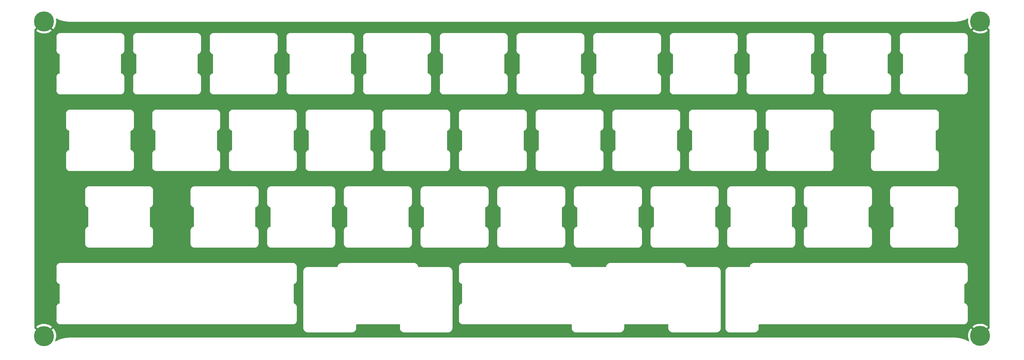
<source format=gbr>
%TF.GenerationSoftware,KiCad,Pcbnew,(5.99.0-10650-gfdcc49d3ee)*%
%TF.CreationDate,2021-06-11T23:30:05+02:00*%
%TF.ProjectId,plate-top,706c6174-652d-4746-9f70-2e6b69636164,1.0*%
%TF.SameCoordinates,Original*%
%TF.FileFunction,Copper,L2,Bot*%
%TF.FilePolarity,Positive*%
%FSLAX46Y46*%
G04 Gerber Fmt 4.6, Leading zero omitted, Abs format (unit mm)*
G04 Created by KiCad (PCBNEW (5.99.0-10650-gfdcc49d3ee)) date 2021-06-11 23:30:05*
%MOMM*%
%LPD*%
G01*
G04 APERTURE LIST*
%TA.AperFunction,ComponentPad*%
%ADD10C,5.000000*%
%TD*%
G04 APERTURE END LIST*
D10*
%TO.P,H2,1,1*%
%TO.N,GND*%
X33460000Y-141880000D03*
%TD*%
%TO.P,H4,1,1*%
%TO.N,GND*%
X266060000Y-141870000D03*
%TD*%
%TO.P,H3,1,1*%
%TO.N,GND*%
X266060000Y-63670000D03*
%TD*%
%TO.P,H1,1,1*%
%TO.N,GND*%
X33460000Y-63670000D03*
%TD*%
%TA.AperFunction,Conductor*%
%TO.N,GND*%
G36*
X263060271Y-62956989D02*
G01*
X263103546Y-63013273D01*
X263109449Y-63084372D01*
X263080060Y-63226287D01*
X263078998Y-63233479D01*
X263048810Y-63571737D01*
X263048582Y-63578991D01*
X263057472Y-63918496D01*
X263058078Y-63925712D01*
X263105931Y-64261944D01*
X263107365Y-64269055D01*
X263193548Y-64597565D01*
X263195784Y-64604445D01*
X263319154Y-64920872D01*
X263322169Y-64927459D01*
X263481093Y-65227616D01*
X263484839Y-65233801D01*
X263677206Y-65513697D01*
X263681651Y-65519426D01*
X263748812Y-65596415D01*
X263761986Y-65604819D01*
X263771837Y-65598952D01*
X264456803Y-64913987D01*
X264519115Y-64879962D01*
X264589931Y-64885027D01*
X264642487Y-64922173D01*
X264694177Y-64983884D01*
X264710758Y-64998683D01*
X264811932Y-65088985D01*
X264849435Y-65149268D01*
X264848393Y-65220257D01*
X264817127Y-65272083D01*
X264131540Y-65957671D01*
X264123929Y-65971609D01*
X264123948Y-65971863D01*
X264129863Y-65980608D01*
X264161176Y-66009100D01*
X264166800Y-66013655D01*
X264442604Y-66211840D01*
X264448734Y-66215730D01*
X264745478Y-66380895D01*
X264751998Y-66384047D01*
X265065770Y-66514016D01*
X265072621Y-66516402D01*
X265399233Y-66609440D01*
X265406322Y-66611024D01*
X265741475Y-66665908D01*
X265748683Y-66666665D01*
X266087924Y-66682664D01*
X266095174Y-66682588D01*
X266433998Y-66659490D01*
X266441207Y-66658579D01*
X266775136Y-66596689D01*
X266782166Y-66594962D01*
X267106770Y-66495101D01*
X267113583Y-66492567D01*
X267424550Y-66356061D01*
X267431005Y-66352773D01*
X267724229Y-66181427D01*
X267730278Y-66177408D01*
X267988758Y-65983335D01*
X267997212Y-65972008D01*
X267990468Y-65959679D01*
X267293451Y-65262661D01*
X267259426Y-65200349D01*
X267264491Y-65129533D01*
X267299469Y-65078834D01*
X267390871Y-64998677D01*
X267390873Y-64998674D01*
X267394304Y-64995666D01*
X267397265Y-64992194D01*
X267397270Y-64992188D01*
X267467131Y-64910246D01*
X267526547Y-64871385D01*
X267597542Y-64870816D01*
X267652108Y-64902898D01*
X268346199Y-65596989D01*
X268351385Y-65599821D01*
X268401587Y-65650024D01*
X268416999Y-65710408D01*
X268416999Y-139827169D01*
X268396997Y-139895290D01*
X268357164Y-139934399D01*
X268351022Y-139938189D01*
X267655145Y-140634065D01*
X267592833Y-140668090D01*
X267522017Y-140663025D01*
X267470869Y-140625098D01*
X267469823Y-140626023D01*
X267466798Y-140622604D01*
X267464027Y-140618973D01*
X267450458Y-140605708D01*
X267296145Y-140454857D01*
X267261415Y-140392935D01*
X267265676Y-140322066D01*
X267295128Y-140275662D01*
X267987008Y-139583781D01*
X267994397Y-139570250D01*
X267987608Y-139560546D01*
X267884417Y-139472412D01*
X267878645Y-139468031D01*
X267596746Y-139278603D01*
X267590525Y-139274923D01*
X267288718Y-139119150D01*
X267282107Y-139116207D01*
X266964410Y-138996159D01*
X266957484Y-138993988D01*
X266628096Y-138911252D01*
X266620986Y-138909896D01*
X266284269Y-138865565D01*
X266277031Y-138865034D01*
X265937471Y-138859700D01*
X265930209Y-138860004D01*
X265592271Y-138893735D01*
X265585123Y-138894867D01*
X265253290Y-138967218D01*
X265246312Y-138969166D01*
X264924997Y-139079177D01*
X264918290Y-139081914D01*
X264611754Y-139228125D01*
X264605396Y-139231620D01*
X264317711Y-139412085D01*
X264311783Y-139416298D01*
X264133671Y-139558992D01*
X264125201Y-139571117D01*
X264131596Y-139582385D01*
X264815852Y-140266641D01*
X264849878Y-140328953D01*
X264844813Y-140399768D01*
X264805452Y-140454138D01*
X264767214Y-140484718D01*
X264716760Y-140538729D01*
X264638041Y-140622997D01*
X264576922Y-140659123D01*
X264505975Y-140656471D01*
X264456869Y-140626080D01*
X263772443Y-139941653D01*
X263759651Y-139934668D01*
X263748898Y-139942531D01*
X263588114Y-140147587D01*
X263583982Y-140153532D01*
X263406531Y-140443108D01*
X263403101Y-140449504D01*
X263260114Y-140757543D01*
X263257443Y-140764288D01*
X263150804Y-141086733D01*
X263148928Y-141093736D01*
X263080060Y-141426287D01*
X263078998Y-141433479D01*
X263048810Y-141771737D01*
X263048582Y-141778991D01*
X263057472Y-142118496D01*
X263058078Y-142125712D01*
X263105931Y-142461944D01*
X263107365Y-142469055D01*
X263193548Y-142797565D01*
X263195784Y-142804445D01*
X263290108Y-143046374D01*
X263296217Y-143117108D01*
X263263115Y-143179915D01*
X263201312Y-143214856D01*
X263130429Y-143210837D01*
X263106234Y-143199178D01*
X263043267Y-143160068D01*
X263034148Y-143153834D01*
X263032083Y-143152285D01*
X263032080Y-143152283D01*
X263028779Y-143149807D01*
X263025187Y-143147785D01*
X263025176Y-143147778D01*
X263009484Y-143138946D01*
X263004807Y-143136179D01*
X262989504Y-143126674D01*
X262989492Y-143126667D01*
X262985994Y-143124495D01*
X262982249Y-143122800D01*
X262982231Y-143122791D01*
X262979883Y-143121729D01*
X262970025Y-143116737D01*
X262828247Y-143036936D01*
X262819290Y-143031388D01*
X262816042Y-143029184D01*
X262812623Y-143026863D01*
X262794176Y-143017598D01*
X262788923Y-143014803D01*
X262774512Y-143006691D01*
X262774507Y-143006689D01*
X262770919Y-143004669D01*
X262763434Y-143001664D01*
X262753836Y-142997336D01*
X262596923Y-142918524D01*
X262587990Y-142913574D01*
X262586796Y-142912848D01*
X262580368Y-142908937D01*
X262562343Y-142900981D01*
X262556689Y-142898316D01*
X262539071Y-142889467D01*
X262535174Y-142888112D01*
X262535164Y-142888108D01*
X262530639Y-142886535D01*
X262521137Y-142882794D01*
X262348061Y-142806405D01*
X262339025Y-142801978D01*
X262336403Y-142800561D01*
X262330816Y-142797541D01*
X262312809Y-142790668D01*
X262306875Y-142788227D01*
X262293051Y-142782126D01*
X262293047Y-142782124D01*
X262289271Y-142780458D01*
X262280311Y-142777835D01*
X262270807Y-142774636D01*
X262080426Y-142701969D01*
X262071192Y-142698015D01*
X262062761Y-142693999D01*
X262058833Y-142692725D01*
X262058828Y-142692723D01*
X262044434Y-142688054D01*
X262038379Y-142685918D01*
X262024257Y-142680528D01*
X262024246Y-142680525D01*
X262020393Y-142679054D01*
X262011330Y-142676896D01*
X262001652Y-142674179D01*
X261792789Y-142606439D01*
X261783254Y-142602915D01*
X261774954Y-142599459D01*
X261755988Y-142594339D01*
X261749960Y-142592549D01*
X261735203Y-142587763D01*
X261735200Y-142587762D01*
X261731274Y-142586489D01*
X261727207Y-142585737D01*
X261727205Y-142585737D01*
X261722460Y-142584860D01*
X261712523Y-142582605D01*
X261483844Y-142520873D01*
X261473900Y-142517741D01*
X261469929Y-142516308D01*
X261469922Y-142516306D01*
X261466041Y-142514905D01*
X261446207Y-142510562D01*
X261440334Y-142509127D01*
X261424676Y-142504900D01*
X261424661Y-142504897D01*
X261420690Y-142503825D01*
X261412383Y-142502715D01*
X261402120Y-142500909D01*
X261152156Y-142446179D01*
X261141786Y-142443442D01*
X261138491Y-142442420D01*
X261138487Y-142442419D01*
X261134553Y-142441199D01*
X261130490Y-142440502D01*
X261130489Y-142440502D01*
X261113665Y-142437617D01*
X261108014Y-142436514D01*
X261091321Y-142432859D01*
X261091312Y-142432858D01*
X261087290Y-142431977D01*
X261079745Y-142431336D01*
X261069116Y-142429976D01*
X260861348Y-142394345D01*
X260796129Y-142383161D01*
X260785304Y-142380810D01*
X260782880Y-142380171D01*
X260782876Y-142380170D01*
X260778885Y-142379118D01*
X260756836Y-142376305D01*
X260751487Y-142375505D01*
X260733658Y-142372447D01*
X260733653Y-142372447D01*
X260729592Y-142371750D01*
X260722966Y-142371492D01*
X260711924Y-142370574D01*
X260414108Y-142332574D01*
X260402829Y-142330610D01*
X260401356Y-142330284D01*
X260401352Y-142330283D01*
X260397320Y-142329391D01*
X260393209Y-142329033D01*
X260393204Y-142329032D01*
X260374084Y-142327366D01*
X260369090Y-142326830D01*
X260345977Y-142323881D01*
X260341849Y-142323897D01*
X260341843Y-142323897D01*
X260340335Y-142323903D01*
X260328904Y-142323428D01*
X260156031Y-142308362D01*
X260004289Y-142295138D01*
X259992577Y-142293561D01*
X259988032Y-142292730D01*
X259983915Y-142292524D01*
X259983913Y-142292524D01*
X259974733Y-142292065D01*
X259963655Y-142291512D01*
X259959024Y-142291194D01*
X259934699Y-142289074D01*
X259930580Y-142289255D01*
X259930562Y-142289255D01*
X259930069Y-142289277D01*
X259918247Y-142289242D01*
X259703183Y-142278493D01*
X259564836Y-142271578D01*
X259554646Y-142270572D01*
X259553200Y-142270454D01*
X259549122Y-142269851D01*
X259545001Y-142269785D01*
X259544995Y-142269785D01*
X259523654Y-142269446D01*
X259519370Y-142269305D01*
X259498034Y-142268239D01*
X259498032Y-142268239D01*
X259493909Y-142268033D01*
X259489786Y-142268368D01*
X259488343Y-142268390D01*
X259478107Y-142268723D01*
X259434654Y-142268033D01*
X259253473Y-142265156D01*
X259224146Y-142261214D01*
X259129962Y-142237031D01*
X259129469Y-142237000D01*
X40410421Y-142237000D01*
X40354038Y-142244123D01*
X40299201Y-142251050D01*
X40299198Y-142251051D01*
X40291336Y-142252044D01*
X40283968Y-142254961D01*
X40283961Y-142254963D01*
X40280089Y-142256496D01*
X40235710Y-142265327D01*
X40021891Y-142268723D01*
X40011655Y-142268390D01*
X40010212Y-142268368D01*
X40006089Y-142268033D01*
X40001966Y-142268239D01*
X40001964Y-142268239D01*
X39980628Y-142269305D01*
X39976344Y-142269446D01*
X39955003Y-142269785D01*
X39954997Y-142269785D01*
X39950876Y-142269851D01*
X39946798Y-142270454D01*
X39945352Y-142270572D01*
X39935162Y-142271578D01*
X39785755Y-142279046D01*
X39581752Y-142289242D01*
X39569930Y-142289277D01*
X39569437Y-142289255D01*
X39569419Y-142289255D01*
X39565300Y-142289074D01*
X39561193Y-142289432D01*
X39561188Y-142289432D01*
X39548937Y-142290500D01*
X39540976Y-142291194D01*
X39536342Y-142291512D01*
X39531836Y-142291737D01*
X39516081Y-142292524D01*
X39516076Y-142292525D01*
X39511966Y-142292730D01*
X39507919Y-142293470D01*
X39507911Y-142293471D01*
X39507420Y-142293561D01*
X39495693Y-142295141D01*
X39395275Y-142303892D01*
X39171095Y-142323428D01*
X39159664Y-142323903D01*
X39158155Y-142323897D01*
X39158149Y-142323897D01*
X39154021Y-142323881D01*
X39130908Y-142326830D01*
X39125914Y-142327366D01*
X39106794Y-142329032D01*
X39106789Y-142329033D01*
X39102678Y-142329391D01*
X39098646Y-142330283D01*
X39098642Y-142330284D01*
X39097169Y-142330610D01*
X39085890Y-142332574D01*
X38788074Y-142370574D01*
X38777032Y-142371492D01*
X38770406Y-142371750D01*
X38766345Y-142372447D01*
X38766340Y-142372447D01*
X38748511Y-142375505D01*
X38743162Y-142376305D01*
X38721113Y-142379118D01*
X38717122Y-142380170D01*
X38717118Y-142380171D01*
X38714694Y-142380810D01*
X38703869Y-142383161D01*
X38638650Y-142394345D01*
X38430882Y-142429976D01*
X38420253Y-142431336D01*
X38412708Y-142431977D01*
X38408685Y-142432858D01*
X38408684Y-142432858D01*
X38405850Y-142433479D01*
X38391978Y-142436516D01*
X38386337Y-142437616D01*
X38365445Y-142441199D01*
X38359294Y-142443107D01*
X38358212Y-142443442D01*
X38347842Y-142446179D01*
X38097877Y-142500909D01*
X38087613Y-142502715D01*
X38083395Y-142503278D01*
X38083380Y-142503281D01*
X38079307Y-142503825D01*
X38075336Y-142504897D01*
X38075326Y-142504899D01*
X38059663Y-142509127D01*
X38053790Y-142510562D01*
X38033956Y-142514905D01*
X38030075Y-142516306D01*
X38030068Y-142516308D01*
X38026097Y-142517741D01*
X38016153Y-142520873D01*
X37787475Y-142582605D01*
X37777540Y-142584860D01*
X37768724Y-142586489D01*
X37764811Y-142587758D01*
X37764807Y-142587759D01*
X37750038Y-142592549D01*
X37744010Y-142594339D01*
X37725044Y-142599459D01*
X37716744Y-142602915D01*
X37707209Y-142606439D01*
X37498346Y-142674179D01*
X37488668Y-142676896D01*
X37479605Y-142679054D01*
X37461590Y-142685930D01*
X37455593Y-142688046D01*
X37437237Y-142693999D01*
X37433510Y-142695774D01*
X37433508Y-142695775D01*
X37428818Y-142698009D01*
X37419571Y-142701969D01*
X37229202Y-142774632D01*
X37219677Y-142777838D01*
X37216370Y-142778806D01*
X37214686Y-142779299D01*
X37214683Y-142779300D01*
X37210727Y-142780458D01*
X37193125Y-142788227D01*
X37187194Y-142790666D01*
X37169183Y-142797541D01*
X37165559Y-142799500D01*
X37165554Y-142799502D01*
X37160975Y-142801977D01*
X37151944Y-142806402D01*
X36978862Y-142882794D01*
X36969359Y-142886535D01*
X36964834Y-142888108D01*
X36964824Y-142888112D01*
X36960927Y-142889467D01*
X36943309Y-142898316D01*
X36937655Y-142900981D01*
X36919630Y-142908937D01*
X36912008Y-142913574D01*
X36911998Y-142913580D01*
X36903070Y-142918526D01*
X36746172Y-142997331D01*
X36736571Y-143001661D01*
X36729079Y-143004669D01*
X36725491Y-143006689D01*
X36725486Y-143006691D01*
X36711075Y-143014803D01*
X36705822Y-143017598D01*
X36687375Y-143026863D01*
X36683956Y-143029184D01*
X36680708Y-143031388D01*
X36671751Y-143036936D01*
X36599316Y-143077707D01*
X36529974Y-143116737D01*
X36529970Y-143116739D01*
X36520104Y-143121735D01*
X36514003Y-143124495D01*
X36510487Y-143126679D01*
X36510485Y-143126680D01*
X36495197Y-143136176D01*
X36490540Y-143138932D01*
X36471219Y-143149807D01*
X36467928Y-143152275D01*
X36467927Y-143152276D01*
X36465865Y-143153823D01*
X36456737Y-143160064D01*
X36435785Y-143173078D01*
X36427928Y-143177958D01*
X36359507Y-143196909D01*
X36291703Y-143175861D01*
X36246041Y-143121496D01*
X36237020Y-143051075D01*
X36243121Y-143027623D01*
X36343156Y-142754265D01*
X36345251Y-142747323D01*
X36424533Y-142417088D01*
X36425818Y-142409945D01*
X36466717Y-142071985D01*
X36467143Y-142066377D01*
X36472912Y-141882797D01*
X36472839Y-141877204D01*
X36453241Y-141537314D01*
X36452409Y-141530125D01*
X36394017Y-141195552D01*
X36392362Y-141188497D01*
X36295906Y-140862868D01*
X36293450Y-140856044D01*
X36160202Y-140543648D01*
X36156981Y-140537160D01*
X35988711Y-140242154D01*
X35984770Y-140236084D01*
X35783708Y-139962371D01*
X35779080Y-139956777D01*
X35773761Y-139951054D01*
X35760108Y-139942935D01*
X35759502Y-139942956D01*
X35751024Y-139948187D01*
X35059474Y-140639736D01*
X34997162Y-140673761D01*
X34926346Y-140668696D01*
X34870214Y-140627078D01*
X34864028Y-140618973D01*
X34849517Y-140604787D01*
X34701202Y-140459800D01*
X34666472Y-140397878D01*
X34670733Y-140327010D01*
X34700185Y-140280605D01*
X35387008Y-139593781D01*
X35394397Y-139580250D01*
X35387608Y-139570546D01*
X35284417Y-139482412D01*
X35278645Y-139478031D01*
X34996746Y-139288603D01*
X34990525Y-139284923D01*
X34688718Y-139129150D01*
X34682107Y-139126207D01*
X34364410Y-139006159D01*
X34357484Y-139003988D01*
X34028096Y-138921252D01*
X34020986Y-138919896D01*
X33684269Y-138875565D01*
X33677031Y-138875034D01*
X33337471Y-138869700D01*
X33330209Y-138870004D01*
X32992271Y-138903735D01*
X32985123Y-138904867D01*
X32653290Y-138977218D01*
X32646312Y-138979166D01*
X32324997Y-139089177D01*
X32318290Y-139091914D01*
X32011754Y-139238125D01*
X32005396Y-139241620D01*
X31717711Y-139422085D01*
X31711783Y-139426298D01*
X31533671Y-139568992D01*
X31525201Y-139581117D01*
X31531596Y-139592385D01*
X32210296Y-140271085D01*
X32244322Y-140333397D01*
X32239257Y-140404212D01*
X32199896Y-140458582D01*
X32167215Y-140484718D01*
X32033727Y-140627617D01*
X32033212Y-140628168D01*
X31972093Y-140664294D01*
X31901146Y-140661642D01*
X31852041Y-140631251D01*
X31172443Y-139951653D01*
X31148614Y-139938641D01*
X31098412Y-139888438D01*
X31083000Y-139828054D01*
X31083000Y-127890441D01*
X36534388Y-127890441D01*
X36536805Y-127952430D01*
X36536887Y-127954539D01*
X36536799Y-127961957D01*
X36535724Y-127967594D01*
X36540028Y-128036004D01*
X36540177Y-128038938D01*
X36541481Y-128072371D01*
X36542130Y-128076281D01*
X36542532Y-128080215D01*
X36542469Y-128080221D01*
X36543228Y-128086867D01*
X36545845Y-128128455D01*
X36546122Y-128129535D01*
X36547016Y-128132286D01*
X36553143Y-128151142D01*
X36557607Y-128169431D01*
X36561359Y-128192016D01*
X36577922Y-128229512D01*
X36582494Y-128241472D01*
X36587394Y-128256553D01*
X36592566Y-128279691D01*
X36592576Y-128279768D01*
X36593570Y-128287634D01*
X36596487Y-128295001D01*
X36596488Y-128295006D01*
X36613988Y-128339207D01*
X36616669Y-128346651D01*
X36621828Y-128362529D01*
X36628937Y-128377636D01*
X36632071Y-128384881D01*
X36650706Y-128431950D01*
X36650709Y-128431955D01*
X36652902Y-128437495D01*
X36653500Y-128438436D01*
X36657990Y-128444616D01*
X36670058Y-128465022D01*
X36673469Y-128472271D01*
X36678522Y-128478379D01*
X36708831Y-128515016D01*
X36713683Y-128521272D01*
X36714542Y-128522454D01*
X36732011Y-128546500D01*
X36744078Y-128566903D01*
X36747489Y-128574151D01*
X36752543Y-128580260D01*
X36782832Y-128616872D01*
X36787687Y-128623131D01*
X36797497Y-128636634D01*
X36800210Y-128639523D01*
X36808929Y-128648808D01*
X36814160Y-128654742D01*
X36850229Y-128698341D01*
X36851088Y-128699052D01*
X36853429Y-128700753D01*
X36853431Y-128700755D01*
X36857259Y-128703536D01*
X36875043Y-128719214D01*
X36880522Y-128725048D01*
X36887213Y-128729294D01*
X36887215Y-128729296D01*
X36927360Y-128754774D01*
X36933903Y-128759221D01*
X36959137Y-128777554D01*
X36976925Y-128793235D01*
X36976976Y-128793290D01*
X36976980Y-128793293D01*
X36982403Y-128799068D01*
X36997503Y-128808651D01*
X37029249Y-128828798D01*
X37035776Y-128833234D01*
X37049286Y-128843049D01*
X37063901Y-128851083D01*
X37070710Y-128855110D01*
X37113462Y-128882243D01*
X37113469Y-128882247D01*
X37118490Y-128885433D01*
X37119527Y-128885843D01*
X37122306Y-128886746D01*
X37122310Y-128886748D01*
X37126789Y-128888203D01*
X37148557Y-128897623D01*
X37155570Y-128901478D01*
X37163250Y-128903450D01*
X37163253Y-128903451D01*
X37198538Y-128912510D01*
X37209286Y-128915269D01*
X37216882Y-128917476D01*
X37231003Y-128922065D01*
X37240371Y-128925109D01*
X37247304Y-128927759D01*
X37252218Y-128930715D01*
X37259808Y-128932982D01*
X37266909Y-128936119D01*
X37321140Y-128981939D01*
X37342000Y-129051376D01*
X37342000Y-133638711D01*
X37321998Y-133706832D01*
X37268342Y-133753325D01*
X37247335Y-133760753D01*
X37240236Y-133762576D01*
X37232366Y-133763570D01*
X37224989Y-133766491D01*
X37224988Y-133766491D01*
X37180793Y-133783988D01*
X37173349Y-133786669D01*
X37161237Y-133790604D01*
X37161231Y-133790606D01*
X37157471Y-133791828D01*
X37142364Y-133798937D01*
X37135119Y-133802071D01*
X37088050Y-133820706D01*
X37088045Y-133820709D01*
X37082505Y-133822902D01*
X37081564Y-133823500D01*
X37075384Y-133827990D01*
X37054978Y-133840058D01*
X37047729Y-133843469D01*
X37004987Y-133878830D01*
X36998746Y-133883670D01*
X36973497Y-133902013D01*
X36953097Y-133914078D01*
X36953022Y-133914113D01*
X36953020Y-133914114D01*
X36945849Y-133917489D01*
X36939740Y-133922543D01*
X36903128Y-133952832D01*
X36896869Y-133957687D01*
X36883366Y-133967497D01*
X36879864Y-133970786D01*
X36871192Y-133978929D01*
X36865258Y-133984160D01*
X36821659Y-134020229D01*
X36820948Y-134021088D01*
X36819247Y-134023429D01*
X36819245Y-134023431D01*
X36816464Y-134027259D01*
X36800786Y-134045043D01*
X36794952Y-134050522D01*
X36790706Y-134057213D01*
X36790704Y-134057215D01*
X36765226Y-134097360D01*
X36760779Y-134103903D01*
X36742446Y-134129137D01*
X36726765Y-134146925D01*
X36726710Y-134146976D01*
X36726707Y-134146980D01*
X36720932Y-134152403D01*
X36691202Y-134199249D01*
X36686766Y-134205776D01*
X36676951Y-134219286D01*
X36675041Y-134222761D01*
X36675040Y-134222762D01*
X36668923Y-134233890D01*
X36664890Y-134240710D01*
X36637757Y-134283462D01*
X36637753Y-134283469D01*
X36634567Y-134288490D01*
X36634157Y-134289527D01*
X36633254Y-134292306D01*
X36633252Y-134292310D01*
X36631797Y-134296789D01*
X36622377Y-134318557D01*
X36618522Y-134325570D01*
X36616550Y-134333250D01*
X36616549Y-134333253D01*
X36604732Y-134379282D01*
X36602521Y-134386892D01*
X36594891Y-134410371D01*
X36592242Y-134417302D01*
X36589285Y-134422218D01*
X36587016Y-134429812D01*
X36587015Y-134429815D01*
X36569664Y-134487897D01*
X36568796Y-134490684D01*
X36558451Y-134522521D01*
X36557707Y-134526420D01*
X36556725Y-134530246D01*
X36556663Y-134530230D01*
X36555078Y-134536720D01*
X36544854Y-134570943D01*
X36544852Y-134570951D01*
X36543149Y-134576653D01*
X36543036Y-134577763D01*
X36542922Y-134580681D01*
X36542922Y-134580682D01*
X36542151Y-134600463D01*
X36540016Y-134619161D01*
X36535724Y-134641658D01*
X36536503Y-134654039D01*
X36538297Y-134682554D01*
X36538450Y-134695376D01*
X36536805Y-134737570D01*
X36535942Y-134759692D01*
X36536284Y-134763625D01*
X36536284Y-134763632D01*
X36541527Y-134823950D01*
X36542000Y-134834860D01*
X36542000Y-137840715D01*
X36539170Y-137867271D01*
X36534415Y-137889326D01*
X36534388Y-137890441D01*
X36536887Y-137954539D01*
X36536799Y-137961957D01*
X36535724Y-137967594D01*
X36540028Y-138036004D01*
X36540177Y-138038938D01*
X36541481Y-138072371D01*
X36542130Y-138076281D01*
X36542532Y-138080215D01*
X36542469Y-138080221D01*
X36543228Y-138086867D01*
X36545845Y-138128455D01*
X36546122Y-138129535D01*
X36547016Y-138132286D01*
X36553143Y-138151142D01*
X36557607Y-138169431D01*
X36561359Y-138192016D01*
X36577922Y-138229512D01*
X36582496Y-138241478D01*
X36587394Y-138256553D01*
X36592566Y-138279691D01*
X36592576Y-138279768D01*
X36593570Y-138287634D01*
X36596487Y-138295001D01*
X36596488Y-138295006D01*
X36613988Y-138339207D01*
X36616669Y-138346651D01*
X36621828Y-138362529D01*
X36628937Y-138377636D01*
X36632071Y-138384881D01*
X36650706Y-138431950D01*
X36650709Y-138431955D01*
X36652902Y-138437495D01*
X36653500Y-138438436D01*
X36657990Y-138444616D01*
X36670058Y-138465022D01*
X36673469Y-138472271D01*
X36678522Y-138478379D01*
X36708831Y-138515016D01*
X36713683Y-138521272D01*
X36732011Y-138546500D01*
X36744078Y-138566903D01*
X36747489Y-138574151D01*
X36752543Y-138580260D01*
X36782832Y-138616872D01*
X36787687Y-138623131D01*
X36797497Y-138636634D01*
X36800210Y-138639523D01*
X36808929Y-138648808D01*
X36814160Y-138654742D01*
X36850229Y-138698341D01*
X36851088Y-138699052D01*
X36853429Y-138700753D01*
X36853431Y-138700755D01*
X36857259Y-138703536D01*
X36875043Y-138719214D01*
X36880522Y-138725048D01*
X36887213Y-138729294D01*
X36887215Y-138729296D01*
X36927360Y-138754774D01*
X36933903Y-138759221D01*
X36959137Y-138777554D01*
X36976925Y-138793235D01*
X36976976Y-138793290D01*
X36976980Y-138793293D01*
X36982403Y-138799068D01*
X36994872Y-138806981D01*
X37029249Y-138828798D01*
X37035776Y-138833234D01*
X37049286Y-138843049D01*
X37063901Y-138851083D01*
X37070710Y-138855110D01*
X37113462Y-138882243D01*
X37113469Y-138882247D01*
X37118490Y-138885433D01*
X37119527Y-138885843D01*
X37122306Y-138886746D01*
X37122310Y-138886748D01*
X37126789Y-138888203D01*
X37148557Y-138897623D01*
X37155570Y-138901478D01*
X37163250Y-138903450D01*
X37163253Y-138903451D01*
X37193639Y-138911252D01*
X37209286Y-138915269D01*
X37216882Y-138917476D01*
X37228502Y-138921252D01*
X37240371Y-138925109D01*
X37247302Y-138927758D01*
X37252218Y-138930715D01*
X37259812Y-138932984D01*
X37259815Y-138932985D01*
X37290267Y-138942082D01*
X37317911Y-138950341D01*
X37320684Y-138951204D01*
X37352521Y-138961549D01*
X37356420Y-138962293D01*
X37360246Y-138963275D01*
X37360230Y-138963337D01*
X37366720Y-138964922D01*
X37400943Y-138975146D01*
X37400951Y-138975148D01*
X37406653Y-138976851D01*
X37407763Y-138976964D01*
X37410681Y-138977078D01*
X37410682Y-138977078D01*
X37420688Y-138977468D01*
X37430465Y-138977849D01*
X37449161Y-138979984D01*
X37471658Y-138984276D01*
X37512557Y-138981703D01*
X37525374Y-138981550D01*
X37544749Y-138982306D01*
X37585737Y-138983904D01*
X37585740Y-138983904D01*
X37589692Y-138984058D01*
X37593625Y-138983716D01*
X37593632Y-138983716D01*
X37653950Y-138978473D01*
X37664860Y-138978000D01*
X95133215Y-138978000D01*
X95159771Y-138980830D01*
X95169317Y-138982888D01*
X95181826Y-138985585D01*
X95182941Y-138985612D01*
X95247043Y-138983113D01*
X95254457Y-138983201D01*
X95260094Y-138984276D01*
X95268010Y-138983778D01*
X95273470Y-138983434D01*
X95328504Y-138979972D01*
X95331438Y-138979823D01*
X95364871Y-138978519D01*
X95368781Y-138977870D01*
X95372715Y-138977468D01*
X95372721Y-138977531D01*
X95379367Y-138976772D01*
X95415029Y-138974528D01*
X95415030Y-138974528D01*
X95420955Y-138974155D01*
X95422035Y-138973878D01*
X95443642Y-138966857D01*
X95461931Y-138962393D01*
X95476691Y-138959941D01*
X95484516Y-138958641D01*
X95522012Y-138942078D01*
X95533972Y-138937506D01*
X95549056Y-138932605D01*
X95572191Y-138927434D01*
X95572268Y-138927424D01*
X95572271Y-138927423D01*
X95580134Y-138926430D01*
X95587501Y-138923513D01*
X95587506Y-138923512D01*
X95631707Y-138906012D01*
X95639151Y-138903331D01*
X95651263Y-138899396D01*
X95651269Y-138899394D01*
X95655029Y-138898172D01*
X95670136Y-138891063D01*
X95677381Y-138887929D01*
X95724450Y-138869294D01*
X95724455Y-138869291D01*
X95729995Y-138867098D01*
X95730936Y-138866500D01*
X95737116Y-138862010D01*
X95757522Y-138849942D01*
X95764771Y-138846531D01*
X95771793Y-138840722D01*
X95807516Y-138811169D01*
X95813772Y-138806317D01*
X95823750Y-138799068D01*
X95839000Y-138787989D01*
X95859403Y-138775922D01*
X95859478Y-138775887D01*
X95859480Y-138775886D01*
X95866651Y-138772511D01*
X95909373Y-138737167D01*
X95915632Y-138732312D01*
X95925927Y-138724833D01*
X95925928Y-138724832D01*
X95929134Y-138722503D01*
X95941311Y-138711068D01*
X95947244Y-138705838D01*
X95965120Y-138691050D01*
X95990841Y-138669771D01*
X95991552Y-138668912D01*
X95993253Y-138666571D01*
X95993255Y-138666569D01*
X95996036Y-138662741D01*
X96011714Y-138644957D01*
X96011769Y-138644905D01*
X96017548Y-138639478D01*
X96027922Y-138623132D01*
X96047274Y-138592640D01*
X96051721Y-138586097D01*
X96070054Y-138560863D01*
X96085735Y-138543075D01*
X96085790Y-138543024D01*
X96085793Y-138543020D01*
X96091568Y-138537597D01*
X96121300Y-138490748D01*
X96125734Y-138484224D01*
X96135549Y-138470714D01*
X96143583Y-138456099D01*
X96147610Y-138449290D01*
X96174743Y-138406538D01*
X96174747Y-138406531D01*
X96177933Y-138401510D01*
X96178343Y-138400473D01*
X96179246Y-138397694D01*
X96179248Y-138397690D01*
X96180703Y-138393211D01*
X96190123Y-138371442D01*
X96193978Y-138364430D01*
X96207769Y-138310714D01*
X96209979Y-138303108D01*
X96217609Y-138279629D01*
X96220258Y-138272698D01*
X96223215Y-138267782D01*
X96242841Y-138202089D01*
X96243704Y-138199316D01*
X96254049Y-138167479D01*
X96254793Y-138163580D01*
X96255775Y-138159754D01*
X96255837Y-138159770D01*
X96257422Y-138153280D01*
X96267646Y-138119057D01*
X96267648Y-138119046D01*
X96269351Y-138113347D01*
X96269464Y-138112237D01*
X96270349Y-138089535D01*
X96272485Y-138070834D01*
X96272948Y-138068411D01*
X96276776Y-138048342D01*
X96274203Y-138007443D01*
X96274050Y-137994624D01*
X96276404Y-137934263D01*
X96276404Y-137934260D01*
X96276558Y-137930308D01*
X96275107Y-137913605D01*
X96270973Y-137866050D01*
X96270500Y-137855140D01*
X96270500Y-134849285D01*
X96273330Y-134822729D01*
X96276835Y-134806471D01*
X96278085Y-134800674D01*
X96278112Y-134799559D01*
X96275613Y-134735457D01*
X96275701Y-134728043D01*
X96276776Y-134722406D01*
X96272472Y-134653997D01*
X96272321Y-134651033D01*
X96271173Y-134621585D01*
X96271019Y-134617629D01*
X96270370Y-134613724D01*
X96269967Y-134609779D01*
X96270030Y-134609773D01*
X96269271Y-134603125D01*
X96267027Y-134567461D01*
X96266655Y-134561546D01*
X96266378Y-134560465D01*
X96259357Y-134538858D01*
X96254893Y-134520569D01*
X96252441Y-134505809D01*
X96251141Y-134497984D01*
X96234578Y-134460488D01*
X96230004Y-134448522D01*
X96225106Y-134433447D01*
X96219934Y-134410309D01*
X96219924Y-134410232D01*
X96219923Y-134410229D01*
X96218930Y-134402366D01*
X96216013Y-134394999D01*
X96216012Y-134394994D01*
X96198512Y-134350793D01*
X96195831Y-134343349D01*
X96191896Y-134331237D01*
X96191894Y-134331231D01*
X96190672Y-134327471D01*
X96183563Y-134312364D01*
X96180429Y-134305119D01*
X96161794Y-134258050D01*
X96161791Y-134258045D01*
X96159598Y-134252505D01*
X96159000Y-134251564D01*
X96154510Y-134245384D01*
X96142442Y-134224978D01*
X96139031Y-134217729D01*
X96103670Y-134174987D01*
X96098825Y-134168740D01*
X96097958Y-134167546D01*
X96080487Y-134143497D01*
X96068422Y-134123097D01*
X96068387Y-134123022D01*
X96068386Y-134123020D01*
X96065011Y-134115849D01*
X96029667Y-134073127D01*
X96024812Y-134066868D01*
X96017333Y-134056573D01*
X96017332Y-134056572D01*
X96015003Y-134053366D01*
X96003568Y-134041189D01*
X95998338Y-134035256D01*
X95985907Y-134020229D01*
X95962271Y-133991659D01*
X95961412Y-133990948D01*
X95959071Y-133989247D01*
X95959069Y-133989245D01*
X95955241Y-133986464D01*
X95937457Y-133970786D01*
X95937405Y-133970731D01*
X95931978Y-133964952D01*
X95925287Y-133960706D01*
X95925285Y-133960704D01*
X95885140Y-133935226D01*
X95878597Y-133930779D01*
X95853363Y-133912446D01*
X95835575Y-133896765D01*
X95835524Y-133896710D01*
X95835520Y-133896707D01*
X95830097Y-133890932D01*
X95783248Y-133861200D01*
X95776724Y-133856766D01*
X95763214Y-133846951D01*
X95748599Y-133838917D01*
X95741790Y-133834890D01*
X95699038Y-133807757D01*
X95699031Y-133807753D01*
X95694010Y-133804567D01*
X95692973Y-133804157D01*
X95690194Y-133803254D01*
X95690190Y-133803252D01*
X95685711Y-133801797D01*
X95663942Y-133792377D01*
X95656930Y-133788522D01*
X95649250Y-133786550D01*
X95649247Y-133786549D01*
X95613962Y-133777490D01*
X95603214Y-133774731D01*
X95595618Y-133772524D01*
X95581497Y-133767935D01*
X95572129Y-133764891D01*
X95565196Y-133762241D01*
X95560282Y-133759285D01*
X95552692Y-133757018D01*
X95545591Y-133753881D01*
X95491360Y-133708061D01*
X95470500Y-133638624D01*
X95470500Y-129051289D01*
X95490502Y-128983168D01*
X95544158Y-128936675D01*
X95565165Y-128929247D01*
X95572264Y-128927424D01*
X95580134Y-128926430D01*
X95587512Y-128923509D01*
X95631707Y-128906012D01*
X95639151Y-128903331D01*
X95651263Y-128899396D01*
X95651269Y-128899394D01*
X95655029Y-128898172D01*
X95670136Y-128891063D01*
X95677381Y-128887929D01*
X95724450Y-128869294D01*
X95724455Y-128869291D01*
X95729995Y-128867098D01*
X95730936Y-128866500D01*
X95737116Y-128862010D01*
X95757522Y-128849942D01*
X95764771Y-128846531D01*
X95771793Y-128840722D01*
X95807516Y-128811169D01*
X95813772Y-128806317D01*
X95823750Y-128799068D01*
X95839000Y-128787989D01*
X95859403Y-128775922D01*
X95859478Y-128775887D01*
X95859480Y-128775886D01*
X95866651Y-128772511D01*
X95909373Y-128737167D01*
X95915632Y-128732312D01*
X95925927Y-128724833D01*
X95925928Y-128724832D01*
X95929134Y-128722503D01*
X95941311Y-128711068D01*
X95947244Y-128705838D01*
X95986267Y-128673555D01*
X95990841Y-128669771D01*
X95991552Y-128668912D01*
X95993253Y-128666571D01*
X95993255Y-128666569D01*
X95996036Y-128662741D01*
X96011714Y-128644957D01*
X96011769Y-128644905D01*
X96017548Y-128639478D01*
X96027922Y-128623132D01*
X96047274Y-128592640D01*
X96051721Y-128586097D01*
X96070054Y-128560863D01*
X96085735Y-128543075D01*
X96085790Y-128543024D01*
X96085793Y-128543020D01*
X96091568Y-128537597D01*
X96121300Y-128490748D01*
X96125734Y-128484224D01*
X96135549Y-128470714D01*
X96143583Y-128456099D01*
X96147610Y-128449290D01*
X96149380Y-128446502D01*
X96158615Y-128431950D01*
X96174743Y-128406538D01*
X96174747Y-128406531D01*
X96177933Y-128401510D01*
X96178343Y-128400473D01*
X96179246Y-128397694D01*
X96179248Y-128397690D01*
X96180703Y-128393211D01*
X96190123Y-128371442D01*
X96193978Y-128364430D01*
X96207769Y-128310714D01*
X96209979Y-128303108D01*
X96210128Y-128302652D01*
X96217609Y-128279629D01*
X96220258Y-128272698D01*
X96223215Y-128267782D01*
X96242841Y-128202089D01*
X96243704Y-128199316D01*
X96254049Y-128167479D01*
X96254793Y-128163580D01*
X96255775Y-128159754D01*
X96255837Y-128159770D01*
X96257422Y-128153280D01*
X96267646Y-128119057D01*
X96267648Y-128119049D01*
X96269351Y-128113347D01*
X96269464Y-128112237D01*
X96270349Y-128089535D01*
X96272485Y-128070834D01*
X96272948Y-128068411D01*
X96276776Y-128048342D01*
X96274203Y-128007443D01*
X96274050Y-127994624D01*
X96276404Y-127934263D01*
X96276404Y-127934260D01*
X96276558Y-127930308D01*
X96275190Y-127914561D01*
X96270973Y-127866050D01*
X96270500Y-127855140D01*
X96270500Y-125772681D01*
X97890085Y-125772681D01*
X97890996Y-125780555D01*
X97890996Y-125780558D01*
X97893019Y-125798043D01*
X97893807Y-125815978D01*
X97892406Y-125867071D01*
X97892795Y-125871017D01*
X97892795Y-125871020D01*
X97897642Y-125920197D01*
X97898250Y-125932555D01*
X97898250Y-139737465D01*
X97895105Y-139765442D01*
X97892671Y-139776128D01*
X97892670Y-139776136D01*
X97891350Y-139781932D01*
X97891311Y-139783047D01*
X97891391Y-139785966D01*
X97891391Y-139785967D01*
X97895225Y-139925766D01*
X97895265Y-139927900D01*
X97895423Y-139942935D01*
X97895998Y-139997856D01*
X97896219Y-139998950D01*
X97906196Y-140036182D01*
X97909015Y-140049579D01*
X97913659Y-140079676D01*
X97913661Y-140079682D01*
X97914869Y-140087513D01*
X97917988Y-140094799D01*
X97924593Y-140110232D01*
X97930556Y-140131324D01*
X97930899Y-140131228D01*
X97949702Y-140198577D01*
X97950049Y-140199846D01*
X97960985Y-140240657D01*
X97962103Y-140243397D01*
X97963329Y-140247383D01*
X97972605Y-140280605D01*
X97974242Y-140286470D01*
X97974738Y-140287469D01*
X97988695Y-140311643D01*
X97996234Y-140327032D01*
X98003816Y-140345611D01*
X98003818Y-140345615D01*
X98006812Y-140352951D01*
X98011537Y-140359313D01*
X98011538Y-140359315D01*
X98028230Y-140381790D01*
X98036194Y-140393915D01*
X98040612Y-140401567D01*
X98041788Y-140403904D01*
X98042474Y-140406268D01*
X98045835Y-140411952D01*
X98045838Y-140411957D01*
X98078043Y-140466414D01*
X98078708Y-140467552D01*
X98090546Y-140488055D01*
X98099854Y-140504177D01*
X98101641Y-140506531D01*
X98103870Y-140510084D01*
X98124520Y-140545002D01*
X98125258Y-140545838D01*
X98144987Y-140565567D01*
X98156255Y-140578483D01*
X98173183Y-140600785D01*
X98192100Y-140615778D01*
X98201348Y-140623108D01*
X98212179Y-140632759D01*
X98218409Y-140638989D01*
X98220157Y-140640951D01*
X98221434Y-140643059D01*
X98246995Y-140668090D01*
X98271463Y-140692051D01*
X98272400Y-140692980D01*
X98302201Y-140722781D01*
X98304542Y-140724597D01*
X98307599Y-140727438D01*
X98336592Y-140755830D01*
X98337521Y-140756447D01*
X98340043Y-140757903D01*
X98361689Y-140770400D01*
X98375918Y-140779962D01*
X98398035Y-140797118D01*
X98431021Y-140811392D01*
X98443975Y-140817908D01*
X98448316Y-140820415D01*
X98451628Y-140822327D01*
X98453798Y-140823752D01*
X98455578Y-140825459D01*
X98487929Y-140843688D01*
X98516406Y-140859734D01*
X98517552Y-140860388D01*
X98550798Y-140879583D01*
X98550809Y-140879589D01*
X98554229Y-140881563D01*
X98556955Y-140882709D01*
X98560671Y-140884677D01*
X98590549Y-140901512D01*
X98595999Y-140904583D01*
X98597056Y-140904939D01*
X98621678Y-140911536D01*
X98624012Y-140912162D01*
X98640225Y-140917713D01*
X98658729Y-140925491D01*
X98658732Y-140925492D01*
X98666038Y-140928563D01*
X98673878Y-140929721D01*
X98673879Y-140929721D01*
X98701578Y-140933811D01*
X98715781Y-140936752D01*
X98798280Y-140958857D01*
X98800315Y-140959421D01*
X98867611Y-140978682D01*
X98868722Y-140978782D01*
X98907266Y-140979839D01*
X98920903Y-140980957D01*
X98958926Y-140986166D01*
X98966800Y-140985255D01*
X98966804Y-140985255D01*
X98984291Y-140983232D01*
X99002223Y-140982444D01*
X99025704Y-140983088D01*
X99053322Y-140983845D01*
X99057268Y-140983456D01*
X99057271Y-140983456D01*
X99106458Y-140978608D01*
X99118816Y-140978000D01*
X109786215Y-140978000D01*
X109814192Y-140981145D01*
X109824878Y-140983579D01*
X109824886Y-140983580D01*
X109830682Y-140984900D01*
X109831797Y-140984939D01*
X109834716Y-140984859D01*
X109834717Y-140984859D01*
X109974516Y-140981025D01*
X109976650Y-140980985D01*
X110014338Y-140980590D01*
X110046606Y-140980252D01*
X110047700Y-140980031D01*
X110084937Y-140970053D01*
X110098329Y-140967235D01*
X110128426Y-140962591D01*
X110128432Y-140962589D01*
X110136263Y-140961381D01*
X110158981Y-140951657D01*
X110180074Y-140945694D01*
X110179978Y-140945351D01*
X110247327Y-140926548D01*
X110248596Y-140926201D01*
X110285567Y-140916294D01*
X110289407Y-140915265D01*
X110292147Y-140914147D01*
X110296133Y-140912921D01*
X110329490Y-140903608D01*
X110329492Y-140903607D01*
X110335220Y-140902008D01*
X110336219Y-140901512D01*
X110360394Y-140887555D01*
X110375782Y-140880016D01*
X110394361Y-140872434D01*
X110394365Y-140872432D01*
X110401701Y-140869438D01*
X110408063Y-140864713D01*
X110408065Y-140864712D01*
X110430540Y-140848020D01*
X110442665Y-140840056D01*
X110450317Y-140835638D01*
X110452654Y-140834462D01*
X110455018Y-140833776D01*
X110460702Y-140830415D01*
X110460707Y-140830412D01*
X110515164Y-140798207D01*
X110516302Y-140797542D01*
X110549499Y-140778375D01*
X110552927Y-140776396D01*
X110555281Y-140774609D01*
X110558834Y-140772380D01*
X110593752Y-140751730D01*
X110594588Y-140750992D01*
X110614317Y-140731263D01*
X110627233Y-140719995D01*
X110643221Y-140707860D01*
X110643223Y-140707858D01*
X110649535Y-140703067D01*
X110671858Y-140674902D01*
X110681509Y-140664071D01*
X110687739Y-140657841D01*
X110689701Y-140656093D01*
X110691809Y-140654816D01*
X110740801Y-140604787D01*
X110741730Y-140603850D01*
X110771531Y-140574049D01*
X110773347Y-140571708D01*
X110776190Y-140568649D01*
X110800417Y-140543909D01*
X110804580Y-140539658D01*
X110805197Y-140538729D01*
X110819151Y-140514559D01*
X110828712Y-140500332D01*
X110841009Y-140484479D01*
X110845868Y-140478215D01*
X110860142Y-140445229D01*
X110866661Y-140432269D01*
X110871077Y-140424622D01*
X110872502Y-140422452D01*
X110874209Y-140420672D01*
X110908484Y-140359844D01*
X110909138Y-140358698D01*
X110928333Y-140325452D01*
X110928339Y-140325441D01*
X110930313Y-140322021D01*
X110931459Y-140319295D01*
X110933427Y-140315579D01*
X110950419Y-140285423D01*
X110950420Y-140285421D01*
X110953333Y-140280251D01*
X110953689Y-140279194D01*
X110960912Y-140252238D01*
X110966463Y-140236025D01*
X110974241Y-140217521D01*
X110974242Y-140217518D01*
X110977313Y-140210212D01*
X110982561Y-140174672D01*
X110985502Y-140160469D01*
X111007607Y-140077970D01*
X111008178Y-140075909D01*
X111017651Y-140042811D01*
X111027432Y-140008639D01*
X111027532Y-140007528D01*
X111028589Y-139968984D01*
X111029708Y-139955340D01*
X111031405Y-139942956D01*
X111034916Y-139917324D01*
X111032367Y-139895290D01*
X111031982Y-139891959D01*
X111031194Y-139874027D01*
X111032454Y-139828054D01*
X111032595Y-139822928D01*
X111027358Y-139769792D01*
X111026750Y-139757434D01*
X111026750Y-139104000D01*
X111046752Y-139035879D01*
X111100408Y-138989386D01*
X111152750Y-138978000D01*
X121772250Y-138978000D01*
X121840371Y-138998002D01*
X121886864Y-139051658D01*
X121898250Y-139104000D01*
X121898250Y-139737465D01*
X121895105Y-139765442D01*
X121892671Y-139776128D01*
X121892670Y-139776136D01*
X121891350Y-139781932D01*
X121891311Y-139783047D01*
X121891391Y-139785966D01*
X121891391Y-139785967D01*
X121895225Y-139925766D01*
X121895265Y-139927900D01*
X121895423Y-139942935D01*
X121895998Y-139997856D01*
X121896219Y-139998950D01*
X121906196Y-140036182D01*
X121909015Y-140049579D01*
X121913659Y-140079676D01*
X121913661Y-140079682D01*
X121914869Y-140087513D01*
X121917988Y-140094799D01*
X121924593Y-140110232D01*
X121930556Y-140131324D01*
X121930899Y-140131228D01*
X121949702Y-140198577D01*
X121950049Y-140199846D01*
X121960985Y-140240657D01*
X121962103Y-140243397D01*
X121963329Y-140247383D01*
X121972605Y-140280605D01*
X121974242Y-140286470D01*
X121974738Y-140287469D01*
X121988695Y-140311643D01*
X121996234Y-140327032D01*
X122003816Y-140345611D01*
X122003818Y-140345615D01*
X122006812Y-140352951D01*
X122011537Y-140359313D01*
X122011538Y-140359315D01*
X122028230Y-140381790D01*
X122036194Y-140393915D01*
X122040612Y-140401567D01*
X122041788Y-140403904D01*
X122042474Y-140406268D01*
X122045835Y-140411952D01*
X122045838Y-140411957D01*
X122078043Y-140466414D01*
X122078708Y-140467552D01*
X122090546Y-140488055D01*
X122099854Y-140504177D01*
X122101641Y-140506531D01*
X122103870Y-140510084D01*
X122124520Y-140545002D01*
X122125258Y-140545838D01*
X122144987Y-140565567D01*
X122156255Y-140578483D01*
X122173183Y-140600785D01*
X122192100Y-140615778D01*
X122201348Y-140623108D01*
X122212179Y-140632759D01*
X122218409Y-140638989D01*
X122220157Y-140640951D01*
X122221434Y-140643059D01*
X122246995Y-140668090D01*
X122271463Y-140692051D01*
X122272400Y-140692980D01*
X122302201Y-140722781D01*
X122304542Y-140724597D01*
X122307599Y-140727438D01*
X122336592Y-140755830D01*
X122337521Y-140756447D01*
X122340043Y-140757903D01*
X122361689Y-140770400D01*
X122375918Y-140779962D01*
X122398035Y-140797118D01*
X122431021Y-140811392D01*
X122443975Y-140817908D01*
X122448316Y-140820415D01*
X122451628Y-140822327D01*
X122453798Y-140823752D01*
X122455578Y-140825459D01*
X122487929Y-140843688D01*
X122516406Y-140859734D01*
X122517552Y-140860388D01*
X122550798Y-140879583D01*
X122550809Y-140879589D01*
X122554229Y-140881563D01*
X122556955Y-140882709D01*
X122560671Y-140884677D01*
X122590549Y-140901512D01*
X122595999Y-140904583D01*
X122597056Y-140904939D01*
X122621678Y-140911536D01*
X122624012Y-140912162D01*
X122640225Y-140917713D01*
X122658729Y-140925491D01*
X122658732Y-140925492D01*
X122666038Y-140928563D01*
X122673878Y-140929721D01*
X122673879Y-140929721D01*
X122701578Y-140933811D01*
X122715781Y-140936752D01*
X122798280Y-140958857D01*
X122800315Y-140959421D01*
X122867611Y-140978682D01*
X122868722Y-140978782D01*
X122907266Y-140979839D01*
X122920903Y-140980957D01*
X122958926Y-140986166D01*
X122966800Y-140985255D01*
X122966804Y-140985255D01*
X122984291Y-140983232D01*
X123002223Y-140982444D01*
X123025704Y-140983088D01*
X123053322Y-140983845D01*
X123057268Y-140983456D01*
X123057271Y-140983456D01*
X123106458Y-140978608D01*
X123118816Y-140978000D01*
X133686214Y-140978000D01*
X133714191Y-140981145D01*
X133724877Y-140983579D01*
X133724885Y-140983580D01*
X133730681Y-140984900D01*
X133731796Y-140984939D01*
X133734715Y-140984859D01*
X133734716Y-140984859D01*
X133874515Y-140981025D01*
X133876649Y-140980985D01*
X133914337Y-140980590D01*
X133946605Y-140980252D01*
X133947699Y-140980031D01*
X133984936Y-140970053D01*
X133998328Y-140967235D01*
X134028425Y-140962591D01*
X134028431Y-140962589D01*
X134036262Y-140961381D01*
X134058980Y-140951657D01*
X134080073Y-140945694D01*
X134079977Y-140945351D01*
X134147326Y-140926548D01*
X134148595Y-140926201D01*
X134185566Y-140916294D01*
X134189406Y-140915265D01*
X134192146Y-140914147D01*
X134196132Y-140912921D01*
X134229489Y-140903608D01*
X134229491Y-140903607D01*
X134235219Y-140902008D01*
X134236218Y-140901512D01*
X134260393Y-140887555D01*
X134275781Y-140880016D01*
X134294360Y-140872434D01*
X134294364Y-140872432D01*
X134301700Y-140869438D01*
X134308062Y-140864713D01*
X134308064Y-140864712D01*
X134330539Y-140848020D01*
X134342664Y-140840056D01*
X134350316Y-140835638D01*
X134352653Y-140834462D01*
X134355017Y-140833776D01*
X134360701Y-140830415D01*
X134360706Y-140830412D01*
X134415163Y-140798207D01*
X134416301Y-140797542D01*
X134449498Y-140778375D01*
X134452926Y-140776396D01*
X134455280Y-140774609D01*
X134458833Y-140772380D01*
X134493751Y-140751730D01*
X134494587Y-140750992D01*
X134514316Y-140731263D01*
X134527232Y-140719995D01*
X134543220Y-140707860D01*
X134543222Y-140707858D01*
X134549534Y-140703067D01*
X134571857Y-140674902D01*
X134581508Y-140664071D01*
X134587738Y-140657841D01*
X134589700Y-140656093D01*
X134591808Y-140654816D01*
X134640800Y-140604787D01*
X134641729Y-140603850D01*
X134671530Y-140574049D01*
X134673346Y-140571708D01*
X134676189Y-140568649D01*
X134700416Y-140543909D01*
X134704579Y-140539658D01*
X134705196Y-140538729D01*
X134719150Y-140514559D01*
X134728711Y-140500332D01*
X134741008Y-140484479D01*
X134745867Y-140478215D01*
X134760141Y-140445229D01*
X134766660Y-140432269D01*
X134771076Y-140424622D01*
X134772501Y-140422452D01*
X134774208Y-140420672D01*
X134808483Y-140359844D01*
X134809137Y-140358698D01*
X134828332Y-140325452D01*
X134828338Y-140325441D01*
X134830312Y-140322021D01*
X134831458Y-140319295D01*
X134833426Y-140315579D01*
X134850418Y-140285423D01*
X134850419Y-140285421D01*
X134853332Y-140280251D01*
X134853688Y-140279194D01*
X134860911Y-140252238D01*
X134866462Y-140236025D01*
X134874240Y-140217521D01*
X134874241Y-140217518D01*
X134877312Y-140210212D01*
X134882560Y-140174672D01*
X134885501Y-140160469D01*
X134907606Y-140077970D01*
X134908177Y-140075909D01*
X134917650Y-140042811D01*
X134927431Y-140008639D01*
X134927531Y-140007528D01*
X134928588Y-139968984D01*
X134929707Y-139955340D01*
X134931404Y-139942956D01*
X134934915Y-139917324D01*
X134932366Y-139895290D01*
X134931981Y-139891959D01*
X134931193Y-139874027D01*
X134932453Y-139828054D01*
X134932594Y-139822928D01*
X134927357Y-139769792D01*
X134926749Y-139757434D01*
X134926749Y-127890441D01*
X136546887Y-127890441D01*
X136549304Y-127952430D01*
X136549386Y-127954539D01*
X136549298Y-127961957D01*
X136548223Y-127967594D01*
X136552527Y-128036004D01*
X136552676Y-128038938D01*
X136553980Y-128072371D01*
X136554629Y-128076281D01*
X136555031Y-128080215D01*
X136554968Y-128080221D01*
X136555727Y-128086867D01*
X136558344Y-128128455D01*
X136558621Y-128129535D01*
X136559515Y-128132286D01*
X136565642Y-128151142D01*
X136570106Y-128169431D01*
X136573858Y-128192016D01*
X136590421Y-128229512D01*
X136594993Y-128241472D01*
X136599893Y-128256553D01*
X136605065Y-128279691D01*
X136605075Y-128279768D01*
X136606069Y-128287634D01*
X136608986Y-128295001D01*
X136608987Y-128295006D01*
X136626487Y-128339207D01*
X136629168Y-128346651D01*
X136634327Y-128362529D01*
X136641436Y-128377636D01*
X136644570Y-128384881D01*
X136663205Y-128431950D01*
X136663208Y-128431955D01*
X136665401Y-128437495D01*
X136665999Y-128438436D01*
X136670489Y-128444616D01*
X136682557Y-128465022D01*
X136685968Y-128472271D01*
X136691021Y-128478379D01*
X136721330Y-128515016D01*
X136726182Y-128521272D01*
X136727041Y-128522454D01*
X136744510Y-128546500D01*
X136756577Y-128566903D01*
X136759988Y-128574151D01*
X136765042Y-128580260D01*
X136795331Y-128616872D01*
X136800186Y-128623131D01*
X136809996Y-128636634D01*
X136812709Y-128639523D01*
X136821428Y-128648808D01*
X136826659Y-128654742D01*
X136862728Y-128698341D01*
X136863587Y-128699052D01*
X136865928Y-128700753D01*
X136865930Y-128700755D01*
X136869758Y-128703536D01*
X136887542Y-128719214D01*
X136893021Y-128725048D01*
X136899712Y-128729294D01*
X136899714Y-128729296D01*
X136939859Y-128754774D01*
X136946402Y-128759221D01*
X136971636Y-128777554D01*
X136989424Y-128793235D01*
X136989475Y-128793290D01*
X136989479Y-128793293D01*
X136994902Y-128799068D01*
X137010002Y-128808651D01*
X137041748Y-128828798D01*
X137048275Y-128833234D01*
X137061785Y-128843049D01*
X137076400Y-128851083D01*
X137083209Y-128855110D01*
X137125961Y-128882243D01*
X137125968Y-128882247D01*
X137130989Y-128885433D01*
X137132026Y-128885843D01*
X137134805Y-128886746D01*
X137134809Y-128886748D01*
X137139288Y-128888203D01*
X137161056Y-128897623D01*
X137168069Y-128901478D01*
X137175749Y-128903450D01*
X137175752Y-128903451D01*
X137211037Y-128912510D01*
X137221785Y-128915269D01*
X137229381Y-128917476D01*
X137243502Y-128922065D01*
X137252870Y-128925109D01*
X137259803Y-128927759D01*
X137264717Y-128930715D01*
X137272307Y-128932982D01*
X137279408Y-128936119D01*
X137333639Y-128981939D01*
X137354499Y-129051376D01*
X137354499Y-133638711D01*
X137334497Y-133706832D01*
X137280841Y-133753325D01*
X137259834Y-133760753D01*
X137252735Y-133762576D01*
X137244865Y-133763570D01*
X137237488Y-133766491D01*
X137237487Y-133766491D01*
X137193292Y-133783988D01*
X137185848Y-133786669D01*
X137173736Y-133790604D01*
X137173730Y-133790606D01*
X137169970Y-133791828D01*
X137154863Y-133798937D01*
X137147618Y-133802071D01*
X137100549Y-133820706D01*
X137100544Y-133820709D01*
X137095004Y-133822902D01*
X137094063Y-133823500D01*
X137087883Y-133827990D01*
X137067477Y-133840058D01*
X137060228Y-133843469D01*
X137017486Y-133878830D01*
X137011245Y-133883670D01*
X136985996Y-133902013D01*
X136965596Y-133914078D01*
X136965521Y-133914113D01*
X136965519Y-133914114D01*
X136958348Y-133917489D01*
X136952239Y-133922543D01*
X136915627Y-133952832D01*
X136909368Y-133957687D01*
X136895865Y-133967497D01*
X136892363Y-133970786D01*
X136883691Y-133978929D01*
X136877757Y-133984160D01*
X136834158Y-134020229D01*
X136833447Y-134021088D01*
X136831746Y-134023429D01*
X136831744Y-134023431D01*
X136828963Y-134027259D01*
X136813285Y-134045043D01*
X136807451Y-134050522D01*
X136803205Y-134057213D01*
X136803203Y-134057215D01*
X136777725Y-134097360D01*
X136773278Y-134103903D01*
X136754945Y-134129137D01*
X136739264Y-134146925D01*
X136739209Y-134146976D01*
X136739206Y-134146980D01*
X136733431Y-134152403D01*
X136703701Y-134199249D01*
X136699265Y-134205776D01*
X136689450Y-134219286D01*
X136687540Y-134222761D01*
X136687539Y-134222762D01*
X136681422Y-134233890D01*
X136677389Y-134240710D01*
X136650256Y-134283462D01*
X136650252Y-134283469D01*
X136647066Y-134288490D01*
X136646656Y-134289527D01*
X136645753Y-134292306D01*
X136645751Y-134292310D01*
X136644296Y-134296789D01*
X136634876Y-134318557D01*
X136631021Y-134325570D01*
X136629049Y-134333250D01*
X136629048Y-134333253D01*
X136617231Y-134379282D01*
X136615020Y-134386892D01*
X136607390Y-134410371D01*
X136604741Y-134417302D01*
X136601784Y-134422218D01*
X136599515Y-134429812D01*
X136599514Y-134429815D01*
X136582163Y-134487897D01*
X136581295Y-134490684D01*
X136570950Y-134522521D01*
X136570206Y-134526420D01*
X136569224Y-134530246D01*
X136569162Y-134530230D01*
X136567577Y-134536720D01*
X136557353Y-134570943D01*
X136557351Y-134570951D01*
X136555648Y-134576653D01*
X136555535Y-134577763D01*
X136555421Y-134580681D01*
X136555421Y-134580682D01*
X136554650Y-134600463D01*
X136552515Y-134619161D01*
X136548223Y-134641658D01*
X136549002Y-134654039D01*
X136550796Y-134682554D01*
X136550949Y-134695376D01*
X136549304Y-134737570D01*
X136548441Y-134759692D01*
X136548783Y-134763625D01*
X136548783Y-134763632D01*
X136554026Y-134823950D01*
X136554499Y-134834860D01*
X136554499Y-137840715D01*
X136551669Y-137867271D01*
X136546914Y-137889326D01*
X136546887Y-137890441D01*
X136549386Y-137954539D01*
X136549298Y-137961957D01*
X136548223Y-137967594D01*
X136552527Y-138036004D01*
X136552676Y-138038938D01*
X136553980Y-138072371D01*
X136554629Y-138076281D01*
X136555031Y-138080215D01*
X136554968Y-138080221D01*
X136555727Y-138086867D01*
X136558344Y-138128455D01*
X136558621Y-138129535D01*
X136559515Y-138132286D01*
X136565642Y-138151142D01*
X136570106Y-138169431D01*
X136573858Y-138192016D01*
X136590421Y-138229512D01*
X136594995Y-138241478D01*
X136599893Y-138256553D01*
X136605065Y-138279691D01*
X136605075Y-138279768D01*
X136606069Y-138287634D01*
X136608986Y-138295001D01*
X136608987Y-138295006D01*
X136626487Y-138339207D01*
X136629168Y-138346651D01*
X136634327Y-138362529D01*
X136641436Y-138377636D01*
X136644570Y-138384881D01*
X136663205Y-138431950D01*
X136663208Y-138431955D01*
X136665401Y-138437495D01*
X136665999Y-138438436D01*
X136670489Y-138444616D01*
X136682557Y-138465022D01*
X136685968Y-138472271D01*
X136691021Y-138478379D01*
X136721330Y-138515016D01*
X136726182Y-138521272D01*
X136744510Y-138546500D01*
X136756577Y-138566903D01*
X136759988Y-138574151D01*
X136765042Y-138580260D01*
X136795331Y-138616872D01*
X136800186Y-138623131D01*
X136809996Y-138636634D01*
X136812709Y-138639523D01*
X136821428Y-138648808D01*
X136826659Y-138654742D01*
X136862728Y-138698341D01*
X136863587Y-138699052D01*
X136865928Y-138700753D01*
X136865930Y-138700755D01*
X136869758Y-138703536D01*
X136887542Y-138719214D01*
X136893021Y-138725048D01*
X136899712Y-138729294D01*
X136899714Y-138729296D01*
X136939859Y-138754774D01*
X136946402Y-138759221D01*
X136971636Y-138777554D01*
X136989424Y-138793235D01*
X136989475Y-138793290D01*
X136989479Y-138793293D01*
X136994902Y-138799068D01*
X137007371Y-138806981D01*
X137041748Y-138828798D01*
X137048275Y-138833234D01*
X137061785Y-138843049D01*
X137076400Y-138851083D01*
X137083209Y-138855110D01*
X137125961Y-138882243D01*
X137125968Y-138882247D01*
X137130989Y-138885433D01*
X137132026Y-138885843D01*
X137134805Y-138886746D01*
X137134809Y-138886748D01*
X137139288Y-138888203D01*
X137161056Y-138897623D01*
X137168069Y-138901478D01*
X137175749Y-138903450D01*
X137175752Y-138903451D01*
X137206138Y-138911252D01*
X137221785Y-138915269D01*
X137229381Y-138917476D01*
X137241001Y-138921252D01*
X137252870Y-138925109D01*
X137259801Y-138927758D01*
X137264717Y-138930715D01*
X137272311Y-138932984D01*
X137272314Y-138932985D01*
X137302766Y-138942082D01*
X137330410Y-138950341D01*
X137333183Y-138951204D01*
X137365020Y-138961549D01*
X137368919Y-138962293D01*
X137372745Y-138963275D01*
X137372729Y-138963337D01*
X137379219Y-138964922D01*
X137413442Y-138975146D01*
X137413450Y-138975148D01*
X137419152Y-138976851D01*
X137420262Y-138976964D01*
X137423180Y-138977078D01*
X137423181Y-138977078D01*
X137433187Y-138977468D01*
X137442964Y-138977849D01*
X137461660Y-138979984D01*
X137484157Y-138984276D01*
X137525056Y-138981703D01*
X137537873Y-138981550D01*
X137557248Y-138982306D01*
X137598236Y-138983904D01*
X137598239Y-138983904D01*
X137602191Y-138984058D01*
X137606124Y-138983716D01*
X137606131Y-138983716D01*
X137666449Y-138978473D01*
X137677359Y-138978000D01*
X164447249Y-138978000D01*
X164515370Y-138998002D01*
X164561863Y-139051658D01*
X164573249Y-139104000D01*
X164573249Y-139737465D01*
X164570104Y-139765442D01*
X164567670Y-139776128D01*
X164567669Y-139776136D01*
X164566349Y-139781932D01*
X164566310Y-139783047D01*
X164566390Y-139785966D01*
X164566390Y-139785967D01*
X164570224Y-139925766D01*
X164570264Y-139927900D01*
X164570422Y-139942935D01*
X164570997Y-139997856D01*
X164571218Y-139998950D01*
X164581195Y-140036182D01*
X164584014Y-140049579D01*
X164588658Y-140079676D01*
X164588660Y-140079682D01*
X164589868Y-140087513D01*
X164592987Y-140094799D01*
X164599592Y-140110232D01*
X164605555Y-140131324D01*
X164605898Y-140131228D01*
X164624701Y-140198577D01*
X164625048Y-140199846D01*
X164635984Y-140240657D01*
X164637102Y-140243397D01*
X164638328Y-140247383D01*
X164647604Y-140280605D01*
X164649241Y-140286470D01*
X164649737Y-140287469D01*
X164663694Y-140311643D01*
X164671233Y-140327032D01*
X164678815Y-140345611D01*
X164678817Y-140345615D01*
X164681811Y-140352951D01*
X164686536Y-140359313D01*
X164686537Y-140359315D01*
X164703229Y-140381790D01*
X164711193Y-140393915D01*
X164715611Y-140401567D01*
X164716787Y-140403904D01*
X164717473Y-140406268D01*
X164720834Y-140411952D01*
X164720837Y-140411957D01*
X164753042Y-140466414D01*
X164753707Y-140467552D01*
X164765545Y-140488055D01*
X164774853Y-140504177D01*
X164776640Y-140506531D01*
X164778869Y-140510084D01*
X164799519Y-140545002D01*
X164800257Y-140545838D01*
X164819986Y-140565567D01*
X164831254Y-140578483D01*
X164848182Y-140600785D01*
X164867099Y-140615778D01*
X164876347Y-140623108D01*
X164887178Y-140632759D01*
X164893408Y-140638989D01*
X164895156Y-140640951D01*
X164896433Y-140643059D01*
X164921994Y-140668090D01*
X164946462Y-140692051D01*
X164947399Y-140692980D01*
X164977200Y-140722781D01*
X164979541Y-140724597D01*
X164982598Y-140727438D01*
X165011591Y-140755830D01*
X165012520Y-140756447D01*
X165015042Y-140757903D01*
X165036688Y-140770400D01*
X165050917Y-140779962D01*
X165073034Y-140797118D01*
X165106020Y-140811392D01*
X165118974Y-140817908D01*
X165123315Y-140820415D01*
X165126627Y-140822327D01*
X165128797Y-140823752D01*
X165130577Y-140825459D01*
X165162928Y-140843688D01*
X165191405Y-140859734D01*
X165192551Y-140860388D01*
X165225797Y-140879583D01*
X165225808Y-140879589D01*
X165229228Y-140881563D01*
X165231954Y-140882709D01*
X165235670Y-140884677D01*
X165265548Y-140901512D01*
X165270998Y-140904583D01*
X165272055Y-140904939D01*
X165296677Y-140911536D01*
X165299011Y-140912162D01*
X165315224Y-140917713D01*
X165333728Y-140925491D01*
X165333731Y-140925492D01*
X165341037Y-140928563D01*
X165348877Y-140929721D01*
X165348878Y-140929721D01*
X165376577Y-140933811D01*
X165390780Y-140936752D01*
X165473279Y-140958857D01*
X165475314Y-140959421D01*
X165542610Y-140978682D01*
X165543721Y-140978782D01*
X165582265Y-140979839D01*
X165595902Y-140980957D01*
X165633925Y-140986166D01*
X165641799Y-140985255D01*
X165641803Y-140985255D01*
X165659290Y-140983232D01*
X165677222Y-140982444D01*
X165700703Y-140983088D01*
X165728321Y-140983845D01*
X165732267Y-140983456D01*
X165732270Y-140983456D01*
X165781457Y-140978608D01*
X165793815Y-140978000D01*
X176361214Y-140978000D01*
X176389191Y-140981145D01*
X176399877Y-140983579D01*
X176399885Y-140983580D01*
X176405681Y-140984900D01*
X176406796Y-140984939D01*
X176409715Y-140984859D01*
X176409716Y-140984859D01*
X176549515Y-140981025D01*
X176551649Y-140980985D01*
X176589337Y-140980590D01*
X176621605Y-140980252D01*
X176622699Y-140980031D01*
X176659936Y-140970053D01*
X176673328Y-140967235D01*
X176703425Y-140962591D01*
X176703431Y-140962589D01*
X176711262Y-140961381D01*
X176733980Y-140951657D01*
X176755073Y-140945694D01*
X176754977Y-140945351D01*
X176822326Y-140926548D01*
X176823595Y-140926201D01*
X176860566Y-140916294D01*
X176864406Y-140915265D01*
X176867146Y-140914147D01*
X176871132Y-140912921D01*
X176904489Y-140903608D01*
X176904491Y-140903607D01*
X176910219Y-140902008D01*
X176911218Y-140901512D01*
X176935393Y-140887555D01*
X176950781Y-140880016D01*
X176969360Y-140872434D01*
X176969364Y-140872432D01*
X176976700Y-140869438D01*
X176983062Y-140864713D01*
X176983064Y-140864712D01*
X177005539Y-140848020D01*
X177017664Y-140840056D01*
X177025316Y-140835638D01*
X177027653Y-140834462D01*
X177030017Y-140833776D01*
X177035701Y-140830415D01*
X177035706Y-140830412D01*
X177090163Y-140798207D01*
X177091301Y-140797542D01*
X177124498Y-140778375D01*
X177127926Y-140776396D01*
X177130280Y-140774609D01*
X177133833Y-140772380D01*
X177168751Y-140751730D01*
X177169587Y-140750992D01*
X177189316Y-140731263D01*
X177202232Y-140719995D01*
X177218220Y-140707860D01*
X177218222Y-140707858D01*
X177224534Y-140703067D01*
X177246857Y-140674902D01*
X177256508Y-140664071D01*
X177262738Y-140657841D01*
X177264700Y-140656093D01*
X177266808Y-140654816D01*
X177315800Y-140604787D01*
X177316729Y-140603850D01*
X177346530Y-140574049D01*
X177348346Y-140571708D01*
X177351189Y-140568649D01*
X177375416Y-140543909D01*
X177379579Y-140539658D01*
X177380196Y-140538729D01*
X177394150Y-140514559D01*
X177403711Y-140500332D01*
X177416008Y-140484479D01*
X177420867Y-140478215D01*
X177435141Y-140445229D01*
X177441660Y-140432269D01*
X177446076Y-140424622D01*
X177447501Y-140422452D01*
X177449208Y-140420672D01*
X177483483Y-140359844D01*
X177484137Y-140358698D01*
X177503332Y-140325452D01*
X177503338Y-140325441D01*
X177505312Y-140322021D01*
X177506458Y-140319295D01*
X177508426Y-140315579D01*
X177525418Y-140285423D01*
X177525419Y-140285421D01*
X177528332Y-140280251D01*
X177528688Y-140279194D01*
X177535911Y-140252238D01*
X177541462Y-140236025D01*
X177549240Y-140217521D01*
X177549241Y-140217518D01*
X177552312Y-140210212D01*
X177557560Y-140174672D01*
X177560501Y-140160469D01*
X177582606Y-140077970D01*
X177583177Y-140075909D01*
X177592650Y-140042811D01*
X177602431Y-140008639D01*
X177602531Y-140007528D01*
X177603588Y-139968984D01*
X177604707Y-139955340D01*
X177606404Y-139942956D01*
X177609915Y-139917324D01*
X177607366Y-139895290D01*
X177606981Y-139891959D01*
X177606193Y-139874027D01*
X177607453Y-139828054D01*
X177607594Y-139822928D01*
X177602357Y-139769792D01*
X177601749Y-139757434D01*
X177601749Y-139104000D01*
X177621751Y-139035879D01*
X177675407Y-138989386D01*
X177727749Y-138978000D01*
X188447249Y-138978000D01*
X188515370Y-138998002D01*
X188561863Y-139051658D01*
X188573249Y-139104000D01*
X188573249Y-139737465D01*
X188570104Y-139765442D01*
X188567670Y-139776128D01*
X188567669Y-139776136D01*
X188566349Y-139781932D01*
X188566310Y-139783047D01*
X188566390Y-139785966D01*
X188566390Y-139785967D01*
X188570224Y-139925766D01*
X188570264Y-139927900D01*
X188570422Y-139942935D01*
X188570997Y-139997856D01*
X188571218Y-139998950D01*
X188581195Y-140036182D01*
X188584014Y-140049579D01*
X188588658Y-140079676D01*
X188588660Y-140079682D01*
X188589868Y-140087513D01*
X188592987Y-140094799D01*
X188599592Y-140110232D01*
X188605555Y-140131324D01*
X188605898Y-140131228D01*
X188624701Y-140198577D01*
X188625048Y-140199846D01*
X188635984Y-140240657D01*
X188637102Y-140243397D01*
X188638328Y-140247383D01*
X188647604Y-140280605D01*
X188649241Y-140286470D01*
X188649737Y-140287469D01*
X188663694Y-140311643D01*
X188671233Y-140327032D01*
X188678815Y-140345611D01*
X188678817Y-140345615D01*
X188681811Y-140352951D01*
X188686536Y-140359313D01*
X188686537Y-140359315D01*
X188703229Y-140381790D01*
X188711193Y-140393915D01*
X188715611Y-140401567D01*
X188716787Y-140403904D01*
X188717473Y-140406268D01*
X188720834Y-140411952D01*
X188720837Y-140411957D01*
X188753042Y-140466414D01*
X188753707Y-140467552D01*
X188765545Y-140488055D01*
X188774853Y-140504177D01*
X188776640Y-140506531D01*
X188778869Y-140510084D01*
X188799519Y-140545002D01*
X188800257Y-140545838D01*
X188819986Y-140565567D01*
X188831254Y-140578483D01*
X188848182Y-140600785D01*
X188867099Y-140615778D01*
X188876347Y-140623108D01*
X188887178Y-140632759D01*
X188893408Y-140638989D01*
X188895156Y-140640951D01*
X188896433Y-140643059D01*
X188921994Y-140668090D01*
X188946462Y-140692051D01*
X188947399Y-140692980D01*
X188977200Y-140722781D01*
X188979541Y-140724597D01*
X188982598Y-140727438D01*
X189011591Y-140755830D01*
X189012520Y-140756447D01*
X189015042Y-140757903D01*
X189036688Y-140770400D01*
X189050917Y-140779962D01*
X189073034Y-140797118D01*
X189106020Y-140811392D01*
X189118974Y-140817908D01*
X189123315Y-140820415D01*
X189126627Y-140822327D01*
X189128797Y-140823752D01*
X189130577Y-140825459D01*
X189162928Y-140843688D01*
X189191405Y-140859734D01*
X189192551Y-140860388D01*
X189225797Y-140879583D01*
X189225808Y-140879589D01*
X189229228Y-140881563D01*
X189231954Y-140882709D01*
X189235670Y-140884677D01*
X189265548Y-140901512D01*
X189270998Y-140904583D01*
X189272055Y-140904939D01*
X189296677Y-140911536D01*
X189299011Y-140912162D01*
X189315224Y-140917713D01*
X189333728Y-140925491D01*
X189333731Y-140925492D01*
X189341037Y-140928563D01*
X189348877Y-140929721D01*
X189348878Y-140929721D01*
X189376577Y-140933811D01*
X189390780Y-140936752D01*
X189473279Y-140958857D01*
X189475314Y-140959421D01*
X189542610Y-140978682D01*
X189543721Y-140978782D01*
X189582265Y-140979839D01*
X189595902Y-140980957D01*
X189633925Y-140986166D01*
X189641799Y-140985255D01*
X189641803Y-140985255D01*
X189659290Y-140983232D01*
X189677222Y-140982444D01*
X189700703Y-140983088D01*
X189728321Y-140983845D01*
X189732267Y-140983456D01*
X189732270Y-140983456D01*
X189781457Y-140978608D01*
X189793815Y-140978000D01*
X200361214Y-140978000D01*
X200389191Y-140981145D01*
X200399877Y-140983579D01*
X200399885Y-140983580D01*
X200405681Y-140984900D01*
X200406796Y-140984939D01*
X200409715Y-140984859D01*
X200409716Y-140984859D01*
X200549515Y-140981025D01*
X200551649Y-140980985D01*
X200589337Y-140980590D01*
X200621605Y-140980252D01*
X200622699Y-140980031D01*
X200659936Y-140970053D01*
X200673328Y-140967235D01*
X200703425Y-140962591D01*
X200703431Y-140962589D01*
X200711262Y-140961381D01*
X200733980Y-140951657D01*
X200755073Y-140945694D01*
X200754977Y-140945351D01*
X200822326Y-140926548D01*
X200823595Y-140926201D01*
X200860566Y-140916294D01*
X200864406Y-140915265D01*
X200867146Y-140914147D01*
X200871132Y-140912921D01*
X200904489Y-140903608D01*
X200904491Y-140903607D01*
X200910219Y-140902008D01*
X200911218Y-140901512D01*
X200935393Y-140887555D01*
X200950781Y-140880016D01*
X200969360Y-140872434D01*
X200969364Y-140872432D01*
X200976700Y-140869438D01*
X200983062Y-140864713D01*
X200983064Y-140864712D01*
X201005539Y-140848020D01*
X201017664Y-140840056D01*
X201025316Y-140835638D01*
X201027653Y-140834462D01*
X201030017Y-140833776D01*
X201035701Y-140830415D01*
X201035706Y-140830412D01*
X201090163Y-140798207D01*
X201091301Y-140797542D01*
X201124498Y-140778375D01*
X201127926Y-140776396D01*
X201130280Y-140774609D01*
X201133833Y-140772380D01*
X201168751Y-140751730D01*
X201169587Y-140750992D01*
X201189316Y-140731263D01*
X201202232Y-140719995D01*
X201218220Y-140707860D01*
X201218222Y-140707858D01*
X201224534Y-140703067D01*
X201246857Y-140674902D01*
X201256508Y-140664071D01*
X201262738Y-140657841D01*
X201264700Y-140656093D01*
X201266808Y-140654816D01*
X201315800Y-140604787D01*
X201316729Y-140603850D01*
X201346530Y-140574049D01*
X201348346Y-140571708D01*
X201351189Y-140568649D01*
X201375416Y-140543909D01*
X201379579Y-140539658D01*
X201380196Y-140538729D01*
X201394150Y-140514559D01*
X201403711Y-140500332D01*
X201416008Y-140484479D01*
X201420867Y-140478215D01*
X201435141Y-140445229D01*
X201441660Y-140432269D01*
X201446076Y-140424622D01*
X201447501Y-140422452D01*
X201449208Y-140420672D01*
X201483483Y-140359844D01*
X201484137Y-140358698D01*
X201503332Y-140325452D01*
X201503338Y-140325441D01*
X201505312Y-140322021D01*
X201506458Y-140319295D01*
X201508426Y-140315579D01*
X201525418Y-140285423D01*
X201525419Y-140285421D01*
X201528332Y-140280251D01*
X201528688Y-140279194D01*
X201535911Y-140252238D01*
X201541462Y-140236025D01*
X201549240Y-140217521D01*
X201549241Y-140217518D01*
X201552312Y-140210212D01*
X201557560Y-140174672D01*
X201560501Y-140160469D01*
X201582606Y-140077970D01*
X201583177Y-140075909D01*
X201592650Y-140042811D01*
X201602431Y-140008639D01*
X201602531Y-140007528D01*
X201603588Y-139968984D01*
X201604707Y-139955340D01*
X201606404Y-139942956D01*
X201609915Y-139917324D01*
X201607366Y-139895290D01*
X201606981Y-139891959D01*
X201606193Y-139874027D01*
X201607453Y-139828054D01*
X201607594Y-139822928D01*
X201602357Y-139769792D01*
X201601749Y-139757434D01*
X201601749Y-125952535D01*
X201604894Y-125924558D01*
X201607327Y-125913874D01*
X201607327Y-125913872D01*
X201608649Y-125908068D01*
X201608688Y-125906954D01*
X201607992Y-125881564D01*
X201605006Y-125772681D01*
X202752584Y-125772681D01*
X202753495Y-125780555D01*
X202753495Y-125780558D01*
X202755518Y-125798043D01*
X202756306Y-125815978D01*
X202754905Y-125867071D01*
X202755294Y-125871017D01*
X202755294Y-125871020D01*
X202760141Y-125920197D01*
X202760749Y-125932555D01*
X202760749Y-139737465D01*
X202757604Y-139765442D01*
X202755170Y-139776128D01*
X202755169Y-139776136D01*
X202753849Y-139781932D01*
X202753810Y-139783047D01*
X202753890Y-139785966D01*
X202753890Y-139785967D01*
X202757724Y-139925766D01*
X202757764Y-139927900D01*
X202757922Y-139942935D01*
X202758497Y-139997856D01*
X202758718Y-139998950D01*
X202768695Y-140036182D01*
X202771514Y-140049579D01*
X202776158Y-140079676D01*
X202776160Y-140079682D01*
X202777368Y-140087513D01*
X202780487Y-140094799D01*
X202787092Y-140110232D01*
X202793055Y-140131324D01*
X202793398Y-140131228D01*
X202812201Y-140198577D01*
X202812548Y-140199846D01*
X202823484Y-140240657D01*
X202824602Y-140243397D01*
X202825828Y-140247383D01*
X202835104Y-140280605D01*
X202836741Y-140286470D01*
X202837237Y-140287469D01*
X202851194Y-140311643D01*
X202858733Y-140327032D01*
X202866315Y-140345611D01*
X202866317Y-140345615D01*
X202869311Y-140352951D01*
X202874036Y-140359313D01*
X202874037Y-140359315D01*
X202890729Y-140381790D01*
X202898693Y-140393915D01*
X202903111Y-140401567D01*
X202904287Y-140403904D01*
X202904973Y-140406268D01*
X202908334Y-140411952D01*
X202908337Y-140411957D01*
X202940542Y-140466414D01*
X202941207Y-140467552D01*
X202953045Y-140488055D01*
X202962353Y-140504177D01*
X202964140Y-140506531D01*
X202966369Y-140510084D01*
X202987019Y-140545002D01*
X202987757Y-140545838D01*
X203007486Y-140565567D01*
X203018754Y-140578483D01*
X203035682Y-140600785D01*
X203054599Y-140615778D01*
X203063847Y-140623108D01*
X203074678Y-140632759D01*
X203080908Y-140638989D01*
X203082656Y-140640951D01*
X203083933Y-140643059D01*
X203109494Y-140668090D01*
X203133962Y-140692051D01*
X203134899Y-140692980D01*
X203164700Y-140722781D01*
X203167041Y-140724597D01*
X203170098Y-140727438D01*
X203199091Y-140755830D01*
X203200020Y-140756447D01*
X203202542Y-140757903D01*
X203224188Y-140770400D01*
X203238417Y-140779962D01*
X203260534Y-140797118D01*
X203293520Y-140811392D01*
X203306474Y-140817908D01*
X203310815Y-140820415D01*
X203314127Y-140822327D01*
X203316297Y-140823752D01*
X203318077Y-140825459D01*
X203350428Y-140843688D01*
X203378905Y-140859734D01*
X203380051Y-140860388D01*
X203413297Y-140879583D01*
X203413308Y-140879589D01*
X203416728Y-140881563D01*
X203419454Y-140882709D01*
X203423170Y-140884677D01*
X203453048Y-140901512D01*
X203458498Y-140904583D01*
X203459555Y-140904939D01*
X203484177Y-140911536D01*
X203486511Y-140912162D01*
X203502724Y-140917713D01*
X203521228Y-140925491D01*
X203521231Y-140925492D01*
X203528537Y-140928563D01*
X203536377Y-140929721D01*
X203536378Y-140929721D01*
X203564077Y-140933811D01*
X203578280Y-140936752D01*
X203660779Y-140958857D01*
X203662814Y-140959421D01*
X203730110Y-140978682D01*
X203731221Y-140978782D01*
X203769765Y-140979839D01*
X203783402Y-140980957D01*
X203821425Y-140986166D01*
X203829299Y-140985255D01*
X203829303Y-140985255D01*
X203846790Y-140983232D01*
X203864722Y-140982444D01*
X203888203Y-140983088D01*
X203915821Y-140983845D01*
X203919767Y-140983456D01*
X203919770Y-140983456D01*
X203968957Y-140978608D01*
X203981315Y-140978000D01*
X209786214Y-140978000D01*
X209814191Y-140981145D01*
X209824877Y-140983579D01*
X209824885Y-140983580D01*
X209830681Y-140984900D01*
X209831796Y-140984939D01*
X209834715Y-140984859D01*
X209834716Y-140984859D01*
X209974515Y-140981025D01*
X209976649Y-140980985D01*
X210014337Y-140980590D01*
X210046605Y-140980252D01*
X210047699Y-140980031D01*
X210084936Y-140970053D01*
X210098328Y-140967235D01*
X210128425Y-140962591D01*
X210128431Y-140962589D01*
X210136262Y-140961381D01*
X210158980Y-140951657D01*
X210180073Y-140945694D01*
X210179977Y-140945351D01*
X210247326Y-140926548D01*
X210248595Y-140926201D01*
X210285566Y-140916294D01*
X210289406Y-140915265D01*
X210292146Y-140914147D01*
X210296132Y-140912921D01*
X210329489Y-140903608D01*
X210329491Y-140903607D01*
X210335219Y-140902008D01*
X210336218Y-140901512D01*
X210360393Y-140887555D01*
X210375781Y-140880016D01*
X210394360Y-140872434D01*
X210394364Y-140872432D01*
X210401700Y-140869438D01*
X210408062Y-140864713D01*
X210408064Y-140864712D01*
X210430539Y-140848020D01*
X210442664Y-140840056D01*
X210450316Y-140835638D01*
X210452653Y-140834462D01*
X210455017Y-140833776D01*
X210460701Y-140830415D01*
X210460706Y-140830412D01*
X210515163Y-140798207D01*
X210516301Y-140797542D01*
X210549498Y-140778375D01*
X210552926Y-140776396D01*
X210555280Y-140774609D01*
X210558833Y-140772380D01*
X210593751Y-140751730D01*
X210594587Y-140750992D01*
X210614316Y-140731263D01*
X210627232Y-140719995D01*
X210643220Y-140707860D01*
X210643222Y-140707858D01*
X210649534Y-140703067D01*
X210671857Y-140674902D01*
X210681508Y-140664071D01*
X210687738Y-140657841D01*
X210689700Y-140656093D01*
X210691808Y-140654816D01*
X210740800Y-140604787D01*
X210741729Y-140603850D01*
X210771530Y-140574049D01*
X210773346Y-140571708D01*
X210776189Y-140568649D01*
X210800416Y-140543909D01*
X210804579Y-140539658D01*
X210805196Y-140538729D01*
X210819150Y-140514559D01*
X210828711Y-140500332D01*
X210841008Y-140484479D01*
X210845867Y-140478215D01*
X210860141Y-140445229D01*
X210866660Y-140432269D01*
X210871076Y-140424622D01*
X210872501Y-140422452D01*
X210874208Y-140420672D01*
X210908483Y-140359844D01*
X210909137Y-140358698D01*
X210928332Y-140325452D01*
X210928338Y-140325441D01*
X210930312Y-140322021D01*
X210931458Y-140319295D01*
X210933426Y-140315579D01*
X210950418Y-140285423D01*
X210950419Y-140285421D01*
X210953332Y-140280251D01*
X210953688Y-140279194D01*
X210960911Y-140252238D01*
X210966462Y-140236025D01*
X210974240Y-140217521D01*
X210974241Y-140217518D01*
X210977312Y-140210212D01*
X210982560Y-140174672D01*
X210985501Y-140160469D01*
X211007606Y-140077970D01*
X211008177Y-140075909D01*
X211017650Y-140042811D01*
X211027431Y-140008639D01*
X211027531Y-140007528D01*
X211028588Y-139968984D01*
X211029707Y-139955340D01*
X211031404Y-139942956D01*
X211034915Y-139917324D01*
X211032366Y-139895290D01*
X211031981Y-139891959D01*
X211031193Y-139874027D01*
X211032453Y-139828054D01*
X211032594Y-139822928D01*
X211027357Y-139769792D01*
X211026749Y-139757434D01*
X211026749Y-139104000D01*
X211046751Y-139035879D01*
X211100407Y-138989386D01*
X211152749Y-138978000D01*
X261820714Y-138978000D01*
X261847270Y-138980830D01*
X261856816Y-138982888D01*
X261869325Y-138985585D01*
X261870440Y-138985612D01*
X261934542Y-138983113D01*
X261941956Y-138983201D01*
X261947593Y-138984276D01*
X261955509Y-138983778D01*
X261960969Y-138983434D01*
X262016003Y-138979972D01*
X262018937Y-138979823D01*
X262052370Y-138978519D01*
X262056280Y-138977870D01*
X262060214Y-138977468D01*
X262060220Y-138977531D01*
X262066866Y-138976772D01*
X262102528Y-138974528D01*
X262102529Y-138974528D01*
X262108454Y-138974155D01*
X262109534Y-138973878D01*
X262131141Y-138966857D01*
X262149430Y-138962393D01*
X262164190Y-138959941D01*
X262172015Y-138958641D01*
X262209511Y-138942078D01*
X262221471Y-138937506D01*
X262236555Y-138932605D01*
X262259690Y-138927434D01*
X262259767Y-138927424D01*
X262259770Y-138927423D01*
X262267633Y-138926430D01*
X262275000Y-138923513D01*
X262275005Y-138923512D01*
X262319206Y-138906012D01*
X262326650Y-138903331D01*
X262338762Y-138899396D01*
X262338768Y-138899394D01*
X262342528Y-138898172D01*
X262357635Y-138891063D01*
X262364880Y-138887929D01*
X262411949Y-138869294D01*
X262411954Y-138869291D01*
X262417494Y-138867098D01*
X262418435Y-138866500D01*
X262424615Y-138862010D01*
X262445021Y-138849942D01*
X262452270Y-138846531D01*
X262459292Y-138840722D01*
X262495015Y-138811169D01*
X262501271Y-138806317D01*
X262511249Y-138799068D01*
X262526499Y-138787989D01*
X262546902Y-138775922D01*
X262546977Y-138775887D01*
X262546979Y-138775886D01*
X262554150Y-138772511D01*
X262596872Y-138737167D01*
X262603131Y-138732312D01*
X262613426Y-138724833D01*
X262613427Y-138724832D01*
X262616633Y-138722503D01*
X262628810Y-138711068D01*
X262634743Y-138705838D01*
X262652619Y-138691050D01*
X262678340Y-138669771D01*
X262679051Y-138668912D01*
X262680752Y-138666571D01*
X262680754Y-138666569D01*
X262683535Y-138662741D01*
X262699213Y-138644957D01*
X262699268Y-138644905D01*
X262705047Y-138639478D01*
X262715421Y-138623132D01*
X262734773Y-138592640D01*
X262739220Y-138586097D01*
X262757553Y-138560863D01*
X262773234Y-138543075D01*
X262773289Y-138543024D01*
X262773292Y-138543020D01*
X262779067Y-138537597D01*
X262808799Y-138490748D01*
X262813233Y-138484224D01*
X262823048Y-138470714D01*
X262831082Y-138456099D01*
X262835109Y-138449290D01*
X262862242Y-138406538D01*
X262862246Y-138406531D01*
X262865432Y-138401510D01*
X262865842Y-138400473D01*
X262866745Y-138397694D01*
X262866747Y-138397690D01*
X262868202Y-138393211D01*
X262877622Y-138371442D01*
X262881477Y-138364430D01*
X262895268Y-138310714D01*
X262897478Y-138303108D01*
X262905108Y-138279629D01*
X262907757Y-138272698D01*
X262910714Y-138267782D01*
X262930340Y-138202089D01*
X262931203Y-138199316D01*
X262941548Y-138167479D01*
X262942292Y-138163580D01*
X262943274Y-138159754D01*
X262943336Y-138159770D01*
X262944921Y-138153280D01*
X262955145Y-138119057D01*
X262955147Y-138119046D01*
X262956850Y-138113347D01*
X262956963Y-138112237D01*
X262957848Y-138089535D01*
X262959984Y-138070834D01*
X262960447Y-138068411D01*
X262964275Y-138048342D01*
X262961702Y-138007443D01*
X262961549Y-137994624D01*
X262963903Y-137934263D01*
X262963903Y-137934260D01*
X262964057Y-137930308D01*
X262962606Y-137913605D01*
X262958472Y-137866050D01*
X262957999Y-137855140D01*
X262957999Y-134849285D01*
X262960829Y-134822729D01*
X262964334Y-134806471D01*
X262965584Y-134800674D01*
X262965611Y-134799559D01*
X262963112Y-134735457D01*
X262963200Y-134728043D01*
X262964275Y-134722406D01*
X262959971Y-134653997D01*
X262959820Y-134651033D01*
X262958672Y-134621585D01*
X262958518Y-134617629D01*
X262957869Y-134613724D01*
X262957466Y-134609779D01*
X262957529Y-134609773D01*
X262956770Y-134603125D01*
X262954526Y-134567461D01*
X262954154Y-134561546D01*
X262953877Y-134560465D01*
X262946856Y-134538858D01*
X262942392Y-134520569D01*
X262939940Y-134505809D01*
X262938640Y-134497984D01*
X262922077Y-134460488D01*
X262917503Y-134448522D01*
X262912605Y-134433447D01*
X262907433Y-134410309D01*
X262907423Y-134410232D01*
X262907422Y-134410229D01*
X262906429Y-134402366D01*
X262903512Y-134394999D01*
X262903511Y-134394994D01*
X262886011Y-134350793D01*
X262883330Y-134343349D01*
X262879395Y-134331237D01*
X262879393Y-134331231D01*
X262878171Y-134327471D01*
X262871062Y-134312364D01*
X262867928Y-134305119D01*
X262849293Y-134258050D01*
X262849290Y-134258045D01*
X262847097Y-134252505D01*
X262846499Y-134251564D01*
X262842009Y-134245384D01*
X262829941Y-134224978D01*
X262826530Y-134217729D01*
X262791169Y-134174987D01*
X262786324Y-134168740D01*
X262785457Y-134167546D01*
X262767986Y-134143497D01*
X262755921Y-134123097D01*
X262755886Y-134123022D01*
X262755885Y-134123020D01*
X262752510Y-134115849D01*
X262717166Y-134073127D01*
X262712311Y-134066868D01*
X262704832Y-134056573D01*
X262704831Y-134056572D01*
X262702502Y-134053366D01*
X262691067Y-134041189D01*
X262685837Y-134035256D01*
X262673406Y-134020229D01*
X262649770Y-133991659D01*
X262648911Y-133990948D01*
X262646570Y-133989247D01*
X262646568Y-133989245D01*
X262642740Y-133986464D01*
X262624956Y-133970786D01*
X262624904Y-133970731D01*
X262619477Y-133964952D01*
X262612786Y-133960706D01*
X262612784Y-133960704D01*
X262572639Y-133935226D01*
X262566096Y-133930779D01*
X262540862Y-133912446D01*
X262523074Y-133896765D01*
X262523023Y-133896710D01*
X262523019Y-133896707D01*
X262517596Y-133890932D01*
X262470747Y-133861200D01*
X262464223Y-133856766D01*
X262450713Y-133846951D01*
X262436098Y-133838917D01*
X262429289Y-133834890D01*
X262386537Y-133807757D01*
X262386530Y-133807753D01*
X262381509Y-133804567D01*
X262380472Y-133804157D01*
X262377693Y-133803254D01*
X262377689Y-133803252D01*
X262373210Y-133801797D01*
X262351441Y-133792377D01*
X262344429Y-133788522D01*
X262336749Y-133786550D01*
X262336746Y-133786549D01*
X262301461Y-133777490D01*
X262290713Y-133774731D01*
X262283117Y-133772524D01*
X262268996Y-133767935D01*
X262259628Y-133764891D01*
X262252695Y-133762241D01*
X262247781Y-133759285D01*
X262240191Y-133757018D01*
X262233090Y-133753881D01*
X262178859Y-133708061D01*
X262157999Y-133638624D01*
X262157999Y-129051289D01*
X262178001Y-128983168D01*
X262231657Y-128936675D01*
X262252664Y-128929247D01*
X262259763Y-128927424D01*
X262267633Y-128926430D01*
X262275011Y-128923509D01*
X262319206Y-128906012D01*
X262326650Y-128903331D01*
X262338762Y-128899396D01*
X262338768Y-128899394D01*
X262342528Y-128898172D01*
X262357635Y-128891063D01*
X262364880Y-128887929D01*
X262411949Y-128869294D01*
X262411954Y-128869291D01*
X262417494Y-128867098D01*
X262418435Y-128866500D01*
X262424615Y-128862010D01*
X262445021Y-128849942D01*
X262452270Y-128846531D01*
X262459292Y-128840722D01*
X262495015Y-128811169D01*
X262501271Y-128806317D01*
X262511249Y-128799068D01*
X262526499Y-128787989D01*
X262546902Y-128775922D01*
X262546977Y-128775887D01*
X262546979Y-128775886D01*
X262554150Y-128772511D01*
X262596872Y-128737167D01*
X262603131Y-128732312D01*
X262613426Y-128724833D01*
X262613427Y-128724832D01*
X262616633Y-128722503D01*
X262628810Y-128711068D01*
X262634743Y-128705838D01*
X262673766Y-128673555D01*
X262678340Y-128669771D01*
X262679051Y-128668912D01*
X262680752Y-128666571D01*
X262680754Y-128666569D01*
X262683535Y-128662741D01*
X262699213Y-128644957D01*
X262699268Y-128644905D01*
X262705047Y-128639478D01*
X262715421Y-128623132D01*
X262734773Y-128592640D01*
X262739220Y-128586097D01*
X262757553Y-128560863D01*
X262773234Y-128543075D01*
X262773289Y-128543024D01*
X262773292Y-128543020D01*
X262779067Y-128537597D01*
X262808799Y-128490748D01*
X262813233Y-128484224D01*
X262823048Y-128470714D01*
X262831082Y-128456099D01*
X262835109Y-128449290D01*
X262836879Y-128446502D01*
X262846114Y-128431950D01*
X262862242Y-128406538D01*
X262862246Y-128406531D01*
X262865432Y-128401510D01*
X262865842Y-128400473D01*
X262866745Y-128397694D01*
X262866747Y-128397690D01*
X262868202Y-128393211D01*
X262877622Y-128371442D01*
X262881477Y-128364430D01*
X262895268Y-128310714D01*
X262897478Y-128303108D01*
X262897627Y-128302652D01*
X262905108Y-128279629D01*
X262907757Y-128272698D01*
X262910714Y-128267782D01*
X262930340Y-128202089D01*
X262931203Y-128199316D01*
X262941548Y-128167479D01*
X262942292Y-128163580D01*
X262943274Y-128159754D01*
X262943336Y-128159770D01*
X262944921Y-128153280D01*
X262955145Y-128119057D01*
X262955147Y-128119049D01*
X262956850Y-128113347D01*
X262956963Y-128112237D01*
X262957848Y-128089535D01*
X262959984Y-128070834D01*
X262960447Y-128068411D01*
X262964275Y-128048342D01*
X262961702Y-128007443D01*
X262961549Y-127994624D01*
X262963903Y-127934263D01*
X262963903Y-127934260D01*
X262964057Y-127930308D01*
X262962689Y-127914561D01*
X262958472Y-127866050D01*
X262957999Y-127855140D01*
X262957999Y-124849286D01*
X262960829Y-124822730D01*
X262964334Y-124806472D01*
X262965584Y-124800675D01*
X262965611Y-124799560D01*
X262963112Y-124735458D01*
X262963200Y-124728044D01*
X262964275Y-124722407D01*
X262963681Y-124712958D01*
X262962171Y-124688963D01*
X262959971Y-124653998D01*
X262959820Y-124651034D01*
X262959326Y-124638343D01*
X262958518Y-124617630D01*
X262957869Y-124613725D01*
X262957466Y-124609780D01*
X262957529Y-124609774D01*
X262956770Y-124603126D01*
X262954526Y-124567462D01*
X262954154Y-124561547D01*
X262953877Y-124560466D01*
X262946856Y-124538859D01*
X262942392Y-124520570D01*
X262939940Y-124505810D01*
X262938640Y-124497985D01*
X262922077Y-124460489D01*
X262917503Y-124448523D01*
X262912605Y-124433448D01*
X262907433Y-124410310D01*
X262907423Y-124410233D01*
X262907422Y-124410230D01*
X262906429Y-124402367D01*
X262886001Y-124350769D01*
X262883321Y-124343323D01*
X262879394Y-124331236D01*
X262879394Y-124331235D01*
X262878171Y-124327472D01*
X262871062Y-124312365D01*
X262867928Y-124305120D01*
X262849293Y-124258051D01*
X262849290Y-124258046D01*
X262847097Y-124252506D01*
X262846499Y-124251565D01*
X262842009Y-124245385D01*
X262829941Y-124224979D01*
X262826530Y-124217730D01*
X262791169Y-124174988D01*
X262786324Y-124168741D01*
X262767986Y-124143498D01*
X262755921Y-124123098D01*
X262755886Y-124123023D01*
X262755885Y-124123021D01*
X262752510Y-124115850D01*
X262717166Y-124073128D01*
X262712311Y-124066869D01*
X262704832Y-124056574D01*
X262704831Y-124056573D01*
X262702502Y-124053367D01*
X262691067Y-124041190D01*
X262685837Y-124035257D01*
X262673406Y-124020230D01*
X262649770Y-123991660D01*
X262648911Y-123990949D01*
X262646570Y-123989248D01*
X262646568Y-123989246D01*
X262642740Y-123986465D01*
X262624956Y-123970787D01*
X262624904Y-123970732D01*
X262619477Y-123964953D01*
X262612786Y-123960707D01*
X262612784Y-123960705D01*
X262572639Y-123935227D01*
X262566096Y-123930780D01*
X262540862Y-123912447D01*
X262523074Y-123896766D01*
X262523023Y-123896711D01*
X262523019Y-123896708D01*
X262517596Y-123890933D01*
X262470747Y-123861201D01*
X262464223Y-123856767D01*
X262450713Y-123846952D01*
X262436098Y-123838918D01*
X262429289Y-123834891D01*
X262421446Y-123829913D01*
X262414163Y-123825291D01*
X262386537Y-123807758D01*
X262386530Y-123807754D01*
X262381509Y-123804568D01*
X262380472Y-123804158D01*
X262377693Y-123803255D01*
X262377689Y-123803253D01*
X262373210Y-123801798D01*
X262351441Y-123792378D01*
X262344429Y-123788523D01*
X262336749Y-123786551D01*
X262336746Y-123786550D01*
X262294153Y-123775615D01*
X262290713Y-123774732D01*
X262283117Y-123772525D01*
X262264542Y-123766489D01*
X262259628Y-123764892D01*
X262252697Y-123762243D01*
X262247781Y-123759286D01*
X262240187Y-123757017D01*
X262240184Y-123757016D01*
X262197641Y-123744307D01*
X262182088Y-123739660D01*
X262179315Y-123738797D01*
X262147478Y-123728452D01*
X262143579Y-123727708D01*
X262139753Y-123726726D01*
X262139769Y-123726664D01*
X262133279Y-123725079D01*
X262099056Y-123714855D01*
X262099048Y-123714853D01*
X262093346Y-123713150D01*
X262092236Y-123713037D01*
X262089318Y-123712923D01*
X262089317Y-123712923D01*
X262079194Y-123712528D01*
X262069534Y-123712152D01*
X262050838Y-123710017D01*
X262028341Y-123705725D01*
X261987442Y-123708298D01*
X261974625Y-123708451D01*
X261951699Y-123707557D01*
X261914262Y-123706097D01*
X261914259Y-123706097D01*
X261910307Y-123705943D01*
X261906374Y-123706285D01*
X261906367Y-123706285D01*
X261846049Y-123711528D01*
X261835139Y-123712001D01*
X210032534Y-123712001D01*
X210004557Y-123708856D01*
X209993873Y-123706423D01*
X209993871Y-123706423D01*
X209988067Y-123705101D01*
X209986953Y-123705062D01*
X209984033Y-123705142D01*
X209984032Y-123705142D01*
X209844233Y-123708976D01*
X209842099Y-123709016D01*
X209804411Y-123709411D01*
X209772143Y-123709749D01*
X209771049Y-123709970D01*
X209733812Y-123719948D01*
X209720420Y-123722766D01*
X209690323Y-123727410D01*
X209690317Y-123727412D01*
X209682486Y-123728620D01*
X209659770Y-123738343D01*
X209638676Y-123744307D01*
X209638771Y-123744649D01*
X209571455Y-123763444D01*
X209570206Y-123763786D01*
X209529342Y-123774736D01*
X209526605Y-123775853D01*
X209522586Y-123777089D01*
X209489258Y-123786394D01*
X209489254Y-123786396D01*
X209483529Y-123787994D01*
X209482530Y-123788490D01*
X209458349Y-123802451D01*
X209442980Y-123809980D01*
X209417048Y-123820563D01*
X209410682Y-123825291D01*
X209388203Y-123841985D01*
X209376079Y-123849949D01*
X209368439Y-123854360D01*
X209366098Y-123855538D01*
X209363731Y-123856225D01*
X209358041Y-123859590D01*
X209358035Y-123859593D01*
X209303502Y-123891843D01*
X209302397Y-123892490D01*
X209265822Y-123913606D01*
X209263470Y-123915392D01*
X209259927Y-123917614D01*
X209224998Y-123938271D01*
X209224161Y-123939009D01*
X209222107Y-123941063D01*
X209204423Y-123958746D01*
X209191516Y-123970006D01*
X209169214Y-123986934D01*
X209146889Y-124015101D01*
X209137244Y-124025925D01*
X209130994Y-124032175D01*
X209129045Y-124033912D01*
X209126940Y-124035186D01*
X209095913Y-124066869D01*
X209078061Y-124085099D01*
X209077133Y-124086036D01*
X209047218Y-124115951D01*
X209045402Y-124118291D01*
X209042545Y-124121366D01*
X209018332Y-124146091D01*
X209018328Y-124146096D01*
X209014169Y-124150343D01*
X209013552Y-124151272D01*
X209012095Y-124153796D01*
X208999597Y-124175442D01*
X208990039Y-124189667D01*
X208972882Y-124211786D01*
X208963317Y-124233891D01*
X208958612Y-124244763D01*
X208952093Y-124257724D01*
X208947679Y-124265369D01*
X208946246Y-124267551D01*
X208944540Y-124269329D01*
X208941298Y-124275082D01*
X208941297Y-124275084D01*
X208910232Y-124330214D01*
X208909580Y-124331357D01*
X208902058Y-124344387D01*
X208888436Y-124367981D01*
X208887291Y-124370705D01*
X208885330Y-124374409D01*
X208865416Y-124409750D01*
X208865060Y-124410807D01*
X208864309Y-124413610D01*
X208864308Y-124413612D01*
X208857834Y-124437771D01*
X208852283Y-124453985D01*
X208841436Y-124479789D01*
X208839804Y-124490844D01*
X208836188Y-124515328D01*
X208833247Y-124529532D01*
X208811142Y-124612031D01*
X208810588Y-124614032D01*
X208809467Y-124617948D01*
X208808684Y-124620684D01*
X208770703Y-124680667D01*
X208706323Y-124710595D01*
X208687551Y-124712001D01*
X204001284Y-124712001D01*
X203973307Y-124708856D01*
X203962623Y-124706423D01*
X203962621Y-124706423D01*
X203956817Y-124705101D01*
X203955703Y-124705062D01*
X203952783Y-124705142D01*
X203952782Y-124705142D01*
X203812954Y-124708977D01*
X203810819Y-124709017D01*
X203746822Y-124709687D01*
X203740898Y-124709749D01*
X203739804Y-124709969D01*
X203737021Y-124710715D01*
X203737018Y-124710715D01*
X203702561Y-124719948D01*
X203689164Y-124722768D01*
X203651236Y-124728620D01*
X203643950Y-124731738D01*
X203643948Y-124731739D01*
X203628518Y-124738343D01*
X203607425Y-124744306D01*
X203607521Y-124744649D01*
X203540257Y-124763429D01*
X203538985Y-124763777D01*
X203501921Y-124773708D01*
X203501916Y-124773710D01*
X203498097Y-124774733D01*
X203495351Y-124775854D01*
X203491373Y-124777078D01*
X203452279Y-124787993D01*
X203451280Y-124788489D01*
X203448762Y-124789943D01*
X203427112Y-124802442D01*
X203411722Y-124809981D01*
X203385802Y-124820559D01*
X203379436Y-124825287D01*
X203356953Y-124841984D01*
X203344829Y-124849948D01*
X203337189Y-124854359D01*
X203334848Y-124855537D01*
X203332481Y-124856224D01*
X203326791Y-124859589D01*
X203326785Y-124859592D01*
X203272252Y-124891842D01*
X203271147Y-124892489D01*
X203234572Y-124913605D01*
X203232220Y-124915391D01*
X203228677Y-124917613D01*
X203193748Y-124938270D01*
X203192911Y-124939008D01*
X203190857Y-124941062D01*
X203173173Y-124958745D01*
X203160266Y-124970005D01*
X203137964Y-124986933D01*
X203115639Y-125015100D01*
X203105994Y-125025924D01*
X203099744Y-125032174D01*
X203097795Y-125033911D01*
X203095690Y-125035185D01*
X203064636Y-125066896D01*
X203046811Y-125085098D01*
X203045883Y-125086035D01*
X203015968Y-125115950D01*
X203014152Y-125118290D01*
X203011295Y-125121365D01*
X202987082Y-125146090D01*
X202987078Y-125146095D01*
X202982919Y-125150342D01*
X202982302Y-125151271D01*
X202980845Y-125153795D01*
X202968347Y-125175441D01*
X202958789Y-125189666D01*
X202941632Y-125211785D01*
X202927571Y-125244278D01*
X202927365Y-125244755D01*
X202920848Y-125257712D01*
X202916432Y-125265361D01*
X202914993Y-125267552D01*
X202913287Y-125269331D01*
X202885256Y-125319079D01*
X202878939Y-125330289D01*
X202878356Y-125331311D01*
X202857186Y-125367980D01*
X202856040Y-125370706D01*
X202854091Y-125374388D01*
X202834164Y-125409753D01*
X202833808Y-125410810D01*
X202833059Y-125413606D01*
X202826584Y-125437771D01*
X202821032Y-125453985D01*
X202813258Y-125472478D01*
X202813256Y-125472484D01*
X202810186Y-125479788D01*
X202809028Y-125487630D01*
X202804937Y-125515332D01*
X202801996Y-125529533D01*
X202779893Y-125612029D01*
X202779329Y-125614066D01*
X202760068Y-125681361D01*
X202759968Y-125682472D01*
X202759403Y-125703068D01*
X202758911Y-125721016D01*
X202757792Y-125734659D01*
X202752584Y-125772681D01*
X201605006Y-125772681D01*
X201604774Y-125764234D01*
X201604734Y-125762100D01*
X201604063Y-125698096D01*
X201604001Y-125692144D01*
X201603780Y-125691050D01*
X201593802Y-125653813D01*
X201590984Y-125640421D01*
X201586340Y-125610324D01*
X201586338Y-125610318D01*
X201585130Y-125602487D01*
X201575407Y-125579770D01*
X201569443Y-125558677D01*
X201569101Y-125558772D01*
X201550306Y-125491456D01*
X201549957Y-125490183D01*
X201547172Y-125479788D01*
X201539014Y-125449343D01*
X201537897Y-125446606D01*
X201536661Y-125442587D01*
X201527356Y-125409259D01*
X201527354Y-125409255D01*
X201525756Y-125403530D01*
X201525260Y-125402531D01*
X201511299Y-125378350D01*
X201503770Y-125362981D01*
X201493187Y-125337049D01*
X201471765Y-125308204D01*
X201463801Y-125296080D01*
X201459390Y-125288440D01*
X201458212Y-125286099D01*
X201457525Y-125283732D01*
X201454160Y-125278042D01*
X201454157Y-125278036D01*
X201421907Y-125223503D01*
X201421242Y-125222366D01*
X201415133Y-125211785D01*
X201400144Y-125185823D01*
X201398358Y-125183471D01*
X201396136Y-125179928D01*
X201378505Y-125150116D01*
X201375479Y-125144999D01*
X201374741Y-125144162D01*
X201355004Y-125124424D01*
X201343744Y-125111517D01*
X201326816Y-125089215D01*
X201298649Y-125066890D01*
X201287825Y-125057245D01*
X201281575Y-125050995D01*
X201279838Y-125049046D01*
X201278564Y-125046941D01*
X201228651Y-124998062D01*
X201227714Y-124997134D01*
X201197799Y-124967219D01*
X201195459Y-124965403D01*
X201192384Y-124962546D01*
X201167659Y-124938333D01*
X201167654Y-124938329D01*
X201163407Y-124934170D01*
X201162478Y-124933553D01*
X201155709Y-124929645D01*
X201138308Y-124919598D01*
X201124083Y-124910040D01*
X201108228Y-124897742D01*
X201108229Y-124897742D01*
X201101964Y-124892883D01*
X201068982Y-124878610D01*
X201056026Y-124872094D01*
X201048381Y-124867680D01*
X201046199Y-124866247D01*
X201044421Y-124864541D01*
X201028128Y-124855360D01*
X200983536Y-124830233D01*
X200982393Y-124829581D01*
X200949201Y-124810418D01*
X200949196Y-124810416D01*
X200945769Y-124808437D01*
X200943045Y-124807292D01*
X200939341Y-124805331D01*
X200912032Y-124789943D01*
X200904000Y-124785417D01*
X200902943Y-124785061D01*
X200900140Y-124784310D01*
X200900138Y-124784309D01*
X200875979Y-124777835D01*
X200859765Y-124772284D01*
X200841270Y-124764509D01*
X200841267Y-124764508D01*
X200833961Y-124761437D01*
X200798422Y-124756189D01*
X200784218Y-124753248D01*
X200701719Y-124731143D01*
X200699684Y-124730579D01*
X200632388Y-124711318D01*
X200631277Y-124711218D01*
X200592733Y-124710161D01*
X200579096Y-124709043D01*
X200541073Y-124703834D01*
X200533199Y-124704745D01*
X200533195Y-124704745D01*
X200515708Y-124706768D01*
X200497776Y-124707556D01*
X200474365Y-124706914D01*
X200446678Y-124706155D01*
X200442732Y-124706544D01*
X200442729Y-124706544D01*
X200393531Y-124711393D01*
X200381173Y-124712001D01*
X193210078Y-124712001D01*
X193141957Y-124691999D01*
X193095464Y-124638343D01*
X193089294Y-124617727D01*
X193088522Y-124617948D01*
X193086338Y-124610319D01*
X193085130Y-124602488D01*
X193075407Y-124579771D01*
X193069443Y-124558678D01*
X193069101Y-124558773D01*
X193050306Y-124491457D01*
X193049957Y-124490184D01*
X193039014Y-124449344D01*
X193037897Y-124446607D01*
X193036661Y-124442588D01*
X193027356Y-124409260D01*
X193027354Y-124409256D01*
X193025756Y-124403531D01*
X193025260Y-124402532D01*
X193011299Y-124378351D01*
X193003770Y-124362982D01*
X192993187Y-124337050D01*
X192971765Y-124308205D01*
X192963801Y-124296081D01*
X192959390Y-124288441D01*
X192958212Y-124286100D01*
X192957525Y-124283733D01*
X192954160Y-124278043D01*
X192954157Y-124278037D01*
X192921907Y-124223504D01*
X192921242Y-124222367D01*
X192919464Y-124219287D01*
X192900144Y-124185824D01*
X192898358Y-124183472D01*
X192896136Y-124179929D01*
X192878505Y-124150117D01*
X192875479Y-124145000D01*
X192874741Y-124144163D01*
X192855004Y-124124425D01*
X192843744Y-124111518D01*
X192826816Y-124089216D01*
X192798649Y-124066891D01*
X192787825Y-124057246D01*
X192781575Y-124050996D01*
X192779838Y-124049047D01*
X192778564Y-124046942D01*
X192728651Y-123998063D01*
X192727714Y-123997135D01*
X192697799Y-123967220D01*
X192695459Y-123965404D01*
X192692384Y-123962547D01*
X192667659Y-123938334D01*
X192667654Y-123938330D01*
X192663407Y-123934171D01*
X192662478Y-123933554D01*
X192655709Y-123929646D01*
X192638308Y-123919599D01*
X192624083Y-123910041D01*
X192608228Y-123897743D01*
X192608229Y-123897743D01*
X192601964Y-123892884D01*
X192568982Y-123878611D01*
X192556026Y-123872095D01*
X192548381Y-123867681D01*
X192546199Y-123866248D01*
X192544421Y-123864542D01*
X192538666Y-123861299D01*
X192483536Y-123830234D01*
X192482393Y-123829582D01*
X192449201Y-123810419D01*
X192449196Y-123810417D01*
X192445769Y-123808438D01*
X192443045Y-123807293D01*
X192439341Y-123805332D01*
X192418369Y-123793515D01*
X192404000Y-123785418D01*
X192402943Y-123785062D01*
X192400140Y-123784311D01*
X192400138Y-123784310D01*
X192375979Y-123777836D01*
X192359765Y-123772285D01*
X192341270Y-123764510D01*
X192341267Y-123764509D01*
X192333961Y-123761438D01*
X192298422Y-123756190D01*
X192284218Y-123753249D01*
X192201719Y-123731144D01*
X192199684Y-123730580D01*
X192132388Y-123711319D01*
X192131277Y-123711219D01*
X192092733Y-123710162D01*
X192079096Y-123709044D01*
X192041073Y-123703835D01*
X192033199Y-123704746D01*
X192033195Y-123704746D01*
X192015708Y-123706769D01*
X191997776Y-123707557D01*
X191973368Y-123706888D01*
X191946678Y-123706156D01*
X191942732Y-123706545D01*
X191942729Y-123706545D01*
X191893542Y-123711393D01*
X191881184Y-123712001D01*
X174313784Y-123712001D01*
X174285807Y-123708856D01*
X174275123Y-123706423D01*
X174275121Y-123706423D01*
X174269317Y-123705101D01*
X174268203Y-123705062D01*
X174265283Y-123705142D01*
X174265282Y-123705142D01*
X174125483Y-123708976D01*
X174123349Y-123709016D01*
X174085661Y-123709411D01*
X174053393Y-123709749D01*
X174052299Y-123709970D01*
X174015062Y-123719948D01*
X174001670Y-123722766D01*
X173971573Y-123727410D01*
X173971567Y-123727412D01*
X173963736Y-123728620D01*
X173941020Y-123738343D01*
X173919926Y-123744307D01*
X173920021Y-123744649D01*
X173852705Y-123763444D01*
X173851456Y-123763786D01*
X173810592Y-123774736D01*
X173807855Y-123775853D01*
X173803836Y-123777089D01*
X173770508Y-123786394D01*
X173770504Y-123786396D01*
X173764779Y-123787994D01*
X173763780Y-123788490D01*
X173739599Y-123802451D01*
X173724230Y-123809980D01*
X173698298Y-123820563D01*
X173691932Y-123825291D01*
X173669453Y-123841985D01*
X173657329Y-123849949D01*
X173649689Y-123854360D01*
X173647348Y-123855538D01*
X173644981Y-123856225D01*
X173639291Y-123859590D01*
X173639285Y-123859593D01*
X173584752Y-123891843D01*
X173583647Y-123892490D01*
X173547072Y-123913606D01*
X173544720Y-123915392D01*
X173541177Y-123917614D01*
X173506248Y-123938271D01*
X173505411Y-123939009D01*
X173503357Y-123941063D01*
X173485673Y-123958746D01*
X173472766Y-123970006D01*
X173450464Y-123986934D01*
X173428139Y-124015101D01*
X173418494Y-124025925D01*
X173412244Y-124032175D01*
X173410295Y-124033912D01*
X173408190Y-124035186D01*
X173377163Y-124066869D01*
X173359311Y-124085099D01*
X173358383Y-124086036D01*
X173328468Y-124115951D01*
X173326652Y-124118291D01*
X173323795Y-124121366D01*
X173299582Y-124146091D01*
X173299578Y-124146096D01*
X173295419Y-124150343D01*
X173294802Y-124151272D01*
X173293345Y-124153796D01*
X173280847Y-124175442D01*
X173271289Y-124189667D01*
X173254132Y-124211786D01*
X173244567Y-124233891D01*
X173239862Y-124244763D01*
X173233343Y-124257724D01*
X173228929Y-124265369D01*
X173227496Y-124267551D01*
X173225790Y-124269329D01*
X173222548Y-124275082D01*
X173222547Y-124275084D01*
X173191482Y-124330214D01*
X173190830Y-124331357D01*
X173183308Y-124344387D01*
X173169686Y-124367981D01*
X173168541Y-124370705D01*
X173166580Y-124374409D01*
X173146666Y-124409750D01*
X173146310Y-124410807D01*
X173145559Y-124413610D01*
X173145558Y-124413612D01*
X173139084Y-124437771D01*
X173133533Y-124453985D01*
X173122686Y-124479789D01*
X173121054Y-124490844D01*
X173117438Y-124515328D01*
X173114497Y-124529532D01*
X173092392Y-124612031D01*
X173091838Y-124614032D01*
X173090717Y-124617948D01*
X173089934Y-124620684D01*
X173051953Y-124680667D01*
X172987573Y-124710595D01*
X172968801Y-124712001D01*
X164635078Y-124712001D01*
X164566957Y-124691999D01*
X164520464Y-124638343D01*
X164514294Y-124617727D01*
X164513522Y-124617948D01*
X164511338Y-124610319D01*
X164510130Y-124602488D01*
X164500407Y-124579771D01*
X164494443Y-124558678D01*
X164494101Y-124558773D01*
X164475306Y-124491457D01*
X164474957Y-124490184D01*
X164464014Y-124449344D01*
X164462897Y-124446607D01*
X164461661Y-124442588D01*
X164452356Y-124409260D01*
X164452354Y-124409256D01*
X164450756Y-124403531D01*
X164450260Y-124402532D01*
X164436299Y-124378351D01*
X164428770Y-124362982D01*
X164418187Y-124337050D01*
X164396765Y-124308205D01*
X164388801Y-124296081D01*
X164384390Y-124288441D01*
X164383212Y-124286100D01*
X164382525Y-124283733D01*
X164379160Y-124278043D01*
X164379157Y-124278037D01*
X164346907Y-124223504D01*
X164346242Y-124222367D01*
X164344464Y-124219287D01*
X164325144Y-124185824D01*
X164323358Y-124183472D01*
X164321136Y-124179929D01*
X164303505Y-124150117D01*
X164300479Y-124145000D01*
X164299741Y-124144163D01*
X164280004Y-124124425D01*
X164268744Y-124111518D01*
X164251816Y-124089216D01*
X164223649Y-124066891D01*
X164212825Y-124057246D01*
X164206575Y-124050996D01*
X164204838Y-124049047D01*
X164203564Y-124046942D01*
X164153651Y-123998063D01*
X164152714Y-123997135D01*
X164122799Y-123967220D01*
X164120459Y-123965404D01*
X164117384Y-123962547D01*
X164092659Y-123938334D01*
X164092654Y-123938330D01*
X164088407Y-123934171D01*
X164087478Y-123933554D01*
X164080709Y-123929646D01*
X164063308Y-123919599D01*
X164049083Y-123910041D01*
X164033228Y-123897743D01*
X164033229Y-123897743D01*
X164026964Y-123892884D01*
X163993982Y-123878611D01*
X163981026Y-123872095D01*
X163973381Y-123867681D01*
X163971199Y-123866248D01*
X163969421Y-123864542D01*
X163963666Y-123861299D01*
X163908536Y-123830234D01*
X163907393Y-123829582D01*
X163874201Y-123810419D01*
X163874196Y-123810417D01*
X163870769Y-123808438D01*
X163868045Y-123807293D01*
X163864341Y-123805332D01*
X163843369Y-123793515D01*
X163829000Y-123785418D01*
X163827943Y-123785062D01*
X163825140Y-123784311D01*
X163825138Y-123784310D01*
X163800979Y-123777836D01*
X163784765Y-123772285D01*
X163766270Y-123764510D01*
X163766267Y-123764509D01*
X163758961Y-123761438D01*
X163723422Y-123756190D01*
X163709218Y-123753249D01*
X163626719Y-123731144D01*
X163624684Y-123730580D01*
X163557388Y-123711319D01*
X163556277Y-123711219D01*
X163517733Y-123710162D01*
X163504096Y-123709044D01*
X163466073Y-123703835D01*
X163458199Y-123704746D01*
X163458195Y-123704746D01*
X163440708Y-123706769D01*
X163422776Y-123707557D01*
X163398368Y-123706888D01*
X163371678Y-123706156D01*
X163367732Y-123706545D01*
X163367729Y-123706545D01*
X163318542Y-123711393D01*
X163306184Y-123712001D01*
X137691784Y-123712001D01*
X137665228Y-123709171D01*
X137651841Y-123706285D01*
X137643173Y-123704416D01*
X137642058Y-123704389D01*
X137577956Y-123706888D01*
X137570542Y-123706800D01*
X137564905Y-123705725D01*
X137556989Y-123706223D01*
X137556322Y-123706265D01*
X137496496Y-123710029D01*
X137493562Y-123710178D01*
X137460128Y-123711482D01*
X137456223Y-123712131D01*
X137452278Y-123712534D01*
X137452272Y-123712471D01*
X137445624Y-123713230D01*
X137419798Y-123714855D01*
X137404045Y-123715846D01*
X137402964Y-123716123D01*
X137400225Y-123717013D01*
X137381357Y-123723144D01*
X137363068Y-123727608D01*
X137357988Y-123728452D01*
X137340483Y-123731360D01*
X137302987Y-123747923D01*
X137291027Y-123752495D01*
X137275943Y-123757396D01*
X137252808Y-123762567D01*
X137252731Y-123762577D01*
X137252728Y-123762578D01*
X137244865Y-123763571D01*
X137237498Y-123766488D01*
X137237493Y-123766489D01*
X137193292Y-123783989D01*
X137185848Y-123786670D01*
X137173736Y-123790605D01*
X137173730Y-123790607D01*
X137169970Y-123791829D01*
X137154863Y-123798938D01*
X137147618Y-123802072D01*
X137100549Y-123820707D01*
X137100544Y-123820710D01*
X137095004Y-123822903D01*
X137094063Y-123823501D01*
X137087883Y-123827991D01*
X137067477Y-123840059D01*
X137060228Y-123843470D01*
X137017486Y-123878831D01*
X137011245Y-123883671D01*
X136985996Y-123902014D01*
X136965596Y-123914079D01*
X136965521Y-123914114D01*
X136965519Y-123914115D01*
X136958348Y-123917490D01*
X136952239Y-123922544D01*
X136915627Y-123952833D01*
X136909368Y-123957688D01*
X136895865Y-123967498D01*
X136892363Y-123970787D01*
X136883691Y-123978930D01*
X136877757Y-123984161D01*
X136834158Y-124020230D01*
X136833447Y-124021089D01*
X136831746Y-124023430D01*
X136831744Y-124023432D01*
X136828963Y-124027260D01*
X136813285Y-124045044D01*
X136807451Y-124050523D01*
X136803205Y-124057214D01*
X136803203Y-124057216D01*
X136777725Y-124097361D01*
X136773278Y-124103904D01*
X136754945Y-124129138D01*
X136739264Y-124146926D01*
X136739209Y-124146977D01*
X136739206Y-124146981D01*
X136733431Y-124152404D01*
X136710049Y-124189247D01*
X136703701Y-124199250D01*
X136699265Y-124205777D01*
X136689450Y-124219287D01*
X136687540Y-124222762D01*
X136687539Y-124222763D01*
X136681422Y-124233891D01*
X136677389Y-124240711D01*
X136650256Y-124283463D01*
X136650252Y-124283470D01*
X136647066Y-124288491D01*
X136646656Y-124289528D01*
X136645753Y-124292307D01*
X136645751Y-124292311D01*
X136644296Y-124296790D01*
X136634876Y-124318558D01*
X136631021Y-124325571D01*
X136629049Y-124333251D01*
X136629048Y-124333254D01*
X136617231Y-124379283D01*
X136615020Y-124386893D01*
X136607390Y-124410372D01*
X136604741Y-124417303D01*
X136601784Y-124422219D01*
X136599515Y-124429813D01*
X136599514Y-124429816D01*
X136582163Y-124487898D01*
X136581295Y-124490685D01*
X136570950Y-124522522D01*
X136570206Y-124526421D01*
X136569224Y-124530247D01*
X136569162Y-124530231D01*
X136567577Y-124536721D01*
X136557353Y-124570944D01*
X136557351Y-124570952D01*
X136555648Y-124576654D01*
X136555535Y-124577764D01*
X136555421Y-124580682D01*
X136555421Y-124580683D01*
X136554650Y-124600464D01*
X136552515Y-124619162D01*
X136548223Y-124641659D01*
X136549002Y-124654040D01*
X136550796Y-124682555D01*
X136550949Y-124695375D01*
X136550351Y-124710715D01*
X136549028Y-124744649D01*
X136548441Y-124759693D01*
X136548783Y-124763626D01*
X136548783Y-124763633D01*
X136554026Y-124823951D01*
X136554499Y-124834861D01*
X136554499Y-127840715D01*
X136551669Y-127867271D01*
X136546914Y-127889326D01*
X136546887Y-127890441D01*
X134926749Y-127890441D01*
X134926749Y-125952535D01*
X134929894Y-125924558D01*
X134932327Y-125913874D01*
X134932327Y-125913872D01*
X134933649Y-125908068D01*
X134933688Y-125906954D01*
X134932992Y-125881564D01*
X134929774Y-125764234D01*
X134929734Y-125762100D01*
X134929063Y-125698096D01*
X134929001Y-125692144D01*
X134928780Y-125691050D01*
X134918802Y-125653813D01*
X134915984Y-125640421D01*
X134911340Y-125610324D01*
X134911338Y-125610318D01*
X134910130Y-125602487D01*
X134900407Y-125579770D01*
X134894443Y-125558677D01*
X134894101Y-125558772D01*
X134875306Y-125491456D01*
X134874957Y-125490183D01*
X134872172Y-125479788D01*
X134864014Y-125449343D01*
X134862897Y-125446606D01*
X134861661Y-125442587D01*
X134852356Y-125409259D01*
X134852354Y-125409255D01*
X134850756Y-125403530D01*
X134850260Y-125402531D01*
X134836299Y-125378350D01*
X134828770Y-125362981D01*
X134818187Y-125337049D01*
X134796765Y-125308204D01*
X134788801Y-125296080D01*
X134784390Y-125288440D01*
X134783212Y-125286099D01*
X134782525Y-125283732D01*
X134779160Y-125278042D01*
X134779157Y-125278036D01*
X134746907Y-125223503D01*
X134746242Y-125222366D01*
X134740133Y-125211785D01*
X134725144Y-125185823D01*
X134723358Y-125183471D01*
X134721136Y-125179928D01*
X134703505Y-125150116D01*
X134700479Y-125144999D01*
X134699741Y-125144162D01*
X134680004Y-125124424D01*
X134668744Y-125111517D01*
X134651816Y-125089215D01*
X134623649Y-125066890D01*
X134612825Y-125057245D01*
X134606575Y-125050995D01*
X134604838Y-125049046D01*
X134603564Y-125046941D01*
X134553651Y-124998062D01*
X134552714Y-124997134D01*
X134522799Y-124967219D01*
X134520459Y-124965403D01*
X134517384Y-124962546D01*
X134492659Y-124938333D01*
X134492654Y-124938329D01*
X134488407Y-124934170D01*
X134487478Y-124933553D01*
X134480709Y-124929645D01*
X134463308Y-124919598D01*
X134449083Y-124910040D01*
X134433228Y-124897742D01*
X134433229Y-124897742D01*
X134426964Y-124892883D01*
X134393982Y-124878610D01*
X134381026Y-124872094D01*
X134373381Y-124867680D01*
X134371199Y-124866247D01*
X134369421Y-124864541D01*
X134353128Y-124855360D01*
X134308536Y-124830233D01*
X134307393Y-124829581D01*
X134274201Y-124810418D01*
X134274196Y-124810416D01*
X134270769Y-124808437D01*
X134268045Y-124807292D01*
X134264341Y-124805331D01*
X134237032Y-124789943D01*
X134229000Y-124785417D01*
X134227943Y-124785061D01*
X134225140Y-124784310D01*
X134225138Y-124784309D01*
X134200979Y-124777835D01*
X134184765Y-124772284D01*
X134166270Y-124764509D01*
X134166267Y-124764508D01*
X134158961Y-124761437D01*
X134123422Y-124756189D01*
X134109218Y-124753248D01*
X134026719Y-124731143D01*
X134024684Y-124730579D01*
X133957388Y-124711318D01*
X133956277Y-124711218D01*
X133917733Y-124710161D01*
X133904096Y-124709043D01*
X133866073Y-124703834D01*
X133858199Y-124704745D01*
X133858195Y-124704745D01*
X133840708Y-124706768D01*
X133822776Y-124707556D01*
X133799365Y-124706914D01*
X133771678Y-124706155D01*
X133767732Y-124706544D01*
X133767729Y-124706544D01*
X133718531Y-124711393D01*
X133706173Y-124712001D01*
X126535079Y-124712001D01*
X126466958Y-124691999D01*
X126420465Y-124638343D01*
X126414295Y-124617727D01*
X126413523Y-124617948D01*
X126411339Y-124610319D01*
X126410131Y-124602488D01*
X126400408Y-124579771D01*
X126394444Y-124558678D01*
X126394102Y-124558773D01*
X126375307Y-124491457D01*
X126374958Y-124490184D01*
X126364015Y-124449344D01*
X126362898Y-124446607D01*
X126361662Y-124442588D01*
X126352357Y-124409260D01*
X126352355Y-124409256D01*
X126350757Y-124403531D01*
X126350261Y-124402532D01*
X126336300Y-124378351D01*
X126328771Y-124362982D01*
X126318188Y-124337050D01*
X126296766Y-124308205D01*
X126288802Y-124296081D01*
X126284391Y-124288441D01*
X126283213Y-124286100D01*
X126282526Y-124283733D01*
X126279161Y-124278043D01*
X126279158Y-124278037D01*
X126246908Y-124223504D01*
X126246243Y-124222367D01*
X126244465Y-124219287D01*
X126225145Y-124185824D01*
X126223359Y-124183472D01*
X126221137Y-124179929D01*
X126203506Y-124150117D01*
X126200480Y-124145000D01*
X126199742Y-124144163D01*
X126180005Y-124124425D01*
X126168745Y-124111518D01*
X126151817Y-124089216D01*
X126123650Y-124066891D01*
X126112826Y-124057246D01*
X126106576Y-124050996D01*
X126104839Y-124049047D01*
X126103565Y-124046942D01*
X126053652Y-123998063D01*
X126052715Y-123997135D01*
X126022800Y-123967220D01*
X126020460Y-123965404D01*
X126017385Y-123962547D01*
X125992660Y-123938334D01*
X125992655Y-123938330D01*
X125988408Y-123934171D01*
X125987479Y-123933554D01*
X125980710Y-123929646D01*
X125963309Y-123919599D01*
X125949084Y-123910041D01*
X125933229Y-123897743D01*
X125933230Y-123897743D01*
X125926965Y-123892884D01*
X125893983Y-123878611D01*
X125881027Y-123872095D01*
X125873382Y-123867681D01*
X125871200Y-123866248D01*
X125869422Y-123864542D01*
X125863667Y-123861299D01*
X125808537Y-123830234D01*
X125807394Y-123829582D01*
X125774202Y-123810419D01*
X125774197Y-123810417D01*
X125770770Y-123808438D01*
X125768046Y-123807293D01*
X125764342Y-123805332D01*
X125743370Y-123793515D01*
X125729001Y-123785418D01*
X125727944Y-123785062D01*
X125725141Y-123784311D01*
X125725139Y-123784310D01*
X125700980Y-123777836D01*
X125684766Y-123772285D01*
X125666271Y-123764510D01*
X125666268Y-123764509D01*
X125658962Y-123761438D01*
X125623423Y-123756190D01*
X125609219Y-123753249D01*
X125526720Y-123731144D01*
X125524685Y-123730580D01*
X125457389Y-123711319D01*
X125456278Y-123711219D01*
X125417734Y-123710162D01*
X125404097Y-123709044D01*
X125366074Y-123703835D01*
X125358200Y-123704746D01*
X125358196Y-123704746D01*
X125340709Y-123706769D01*
X125322777Y-123707557D01*
X125298369Y-123706888D01*
X125271679Y-123706156D01*
X125267733Y-123706545D01*
X125267730Y-123706545D01*
X125218543Y-123711393D01*
X125206185Y-123712001D01*
X107638785Y-123712001D01*
X107610808Y-123708856D01*
X107600124Y-123706423D01*
X107600122Y-123706423D01*
X107594318Y-123705101D01*
X107593204Y-123705062D01*
X107590284Y-123705142D01*
X107590283Y-123705142D01*
X107450484Y-123708976D01*
X107448350Y-123709016D01*
X107410662Y-123709411D01*
X107378394Y-123709749D01*
X107377300Y-123709970D01*
X107340063Y-123719948D01*
X107326671Y-123722766D01*
X107296574Y-123727410D01*
X107296568Y-123727412D01*
X107288737Y-123728620D01*
X107266021Y-123738343D01*
X107244927Y-123744307D01*
X107245022Y-123744649D01*
X107177706Y-123763444D01*
X107176457Y-123763786D01*
X107135593Y-123774736D01*
X107132856Y-123775853D01*
X107128837Y-123777089D01*
X107095509Y-123786394D01*
X107095505Y-123786396D01*
X107089780Y-123787994D01*
X107088781Y-123788490D01*
X107064600Y-123802451D01*
X107049231Y-123809980D01*
X107023299Y-123820563D01*
X107016933Y-123825291D01*
X106994454Y-123841985D01*
X106982330Y-123849949D01*
X106974690Y-123854360D01*
X106972349Y-123855538D01*
X106969982Y-123856225D01*
X106964292Y-123859590D01*
X106964286Y-123859593D01*
X106909753Y-123891843D01*
X106908648Y-123892490D01*
X106872073Y-123913606D01*
X106869721Y-123915392D01*
X106866178Y-123917614D01*
X106831249Y-123938271D01*
X106830412Y-123939009D01*
X106828358Y-123941063D01*
X106810674Y-123958746D01*
X106797767Y-123970006D01*
X106775465Y-123986934D01*
X106753140Y-124015101D01*
X106743495Y-124025925D01*
X106737245Y-124032175D01*
X106735296Y-124033912D01*
X106733191Y-124035186D01*
X106702164Y-124066869D01*
X106684312Y-124085099D01*
X106683384Y-124086036D01*
X106653469Y-124115951D01*
X106651653Y-124118291D01*
X106648796Y-124121366D01*
X106624583Y-124146091D01*
X106624579Y-124146096D01*
X106620420Y-124150343D01*
X106619803Y-124151272D01*
X106618346Y-124153796D01*
X106605848Y-124175442D01*
X106596290Y-124189667D01*
X106579133Y-124211786D01*
X106569568Y-124233891D01*
X106564863Y-124244763D01*
X106558344Y-124257724D01*
X106553930Y-124265369D01*
X106552497Y-124267551D01*
X106550791Y-124269329D01*
X106547549Y-124275082D01*
X106547548Y-124275084D01*
X106516483Y-124330214D01*
X106515831Y-124331357D01*
X106508309Y-124344387D01*
X106494687Y-124367981D01*
X106493542Y-124370705D01*
X106491581Y-124374409D01*
X106471667Y-124409750D01*
X106471311Y-124410807D01*
X106470560Y-124413610D01*
X106470559Y-124413612D01*
X106464085Y-124437771D01*
X106458534Y-124453985D01*
X106447687Y-124479789D01*
X106446055Y-124490844D01*
X106442439Y-124515328D01*
X106439498Y-124529532D01*
X106417393Y-124612031D01*
X106416839Y-124614032D01*
X106415718Y-124617948D01*
X106414935Y-124620684D01*
X106376954Y-124680667D01*
X106312574Y-124710595D01*
X106293802Y-124712001D01*
X99138785Y-124712001D01*
X99110808Y-124708856D01*
X99100124Y-124706423D01*
X99100122Y-124706423D01*
X99094318Y-124705101D01*
X99093204Y-124705062D01*
X99090284Y-124705142D01*
X99090283Y-124705142D01*
X98950455Y-124708977D01*
X98948320Y-124709017D01*
X98884323Y-124709687D01*
X98878399Y-124709749D01*
X98877305Y-124709969D01*
X98874522Y-124710715D01*
X98874519Y-124710715D01*
X98840062Y-124719948D01*
X98826665Y-124722768D01*
X98788737Y-124728620D01*
X98781451Y-124731738D01*
X98781449Y-124731739D01*
X98766019Y-124738343D01*
X98744926Y-124744306D01*
X98745022Y-124744649D01*
X98677758Y-124763429D01*
X98676486Y-124763777D01*
X98639422Y-124773708D01*
X98639417Y-124773710D01*
X98635598Y-124774733D01*
X98632852Y-124775854D01*
X98628874Y-124777078D01*
X98589780Y-124787993D01*
X98588781Y-124788489D01*
X98586263Y-124789943D01*
X98564613Y-124802442D01*
X98549223Y-124809981D01*
X98523303Y-124820559D01*
X98516937Y-124825287D01*
X98494454Y-124841984D01*
X98482330Y-124849948D01*
X98474690Y-124854359D01*
X98472349Y-124855537D01*
X98469982Y-124856224D01*
X98464292Y-124859589D01*
X98464286Y-124859592D01*
X98409753Y-124891842D01*
X98408648Y-124892489D01*
X98372073Y-124913605D01*
X98369721Y-124915391D01*
X98366178Y-124917613D01*
X98331249Y-124938270D01*
X98330412Y-124939008D01*
X98328358Y-124941062D01*
X98310674Y-124958745D01*
X98297767Y-124970005D01*
X98275465Y-124986933D01*
X98253140Y-125015100D01*
X98243495Y-125025924D01*
X98237245Y-125032174D01*
X98235296Y-125033911D01*
X98233191Y-125035185D01*
X98202137Y-125066896D01*
X98184312Y-125085098D01*
X98183384Y-125086035D01*
X98153469Y-125115950D01*
X98151653Y-125118290D01*
X98148796Y-125121365D01*
X98124583Y-125146090D01*
X98124579Y-125146095D01*
X98120420Y-125150342D01*
X98119803Y-125151271D01*
X98118346Y-125153795D01*
X98105848Y-125175441D01*
X98096290Y-125189666D01*
X98079133Y-125211785D01*
X98065072Y-125244278D01*
X98064866Y-125244755D01*
X98058349Y-125257712D01*
X98053933Y-125265361D01*
X98052494Y-125267552D01*
X98050788Y-125269331D01*
X98022757Y-125319079D01*
X98016440Y-125330289D01*
X98015857Y-125331311D01*
X97994687Y-125367980D01*
X97993541Y-125370706D01*
X97991592Y-125374388D01*
X97971665Y-125409753D01*
X97971309Y-125410810D01*
X97970560Y-125413606D01*
X97964085Y-125437771D01*
X97958533Y-125453985D01*
X97950759Y-125472478D01*
X97950757Y-125472484D01*
X97947687Y-125479788D01*
X97946529Y-125487630D01*
X97942438Y-125515332D01*
X97939497Y-125529533D01*
X97917394Y-125612029D01*
X97916830Y-125614066D01*
X97897569Y-125681361D01*
X97897469Y-125682472D01*
X97896904Y-125703068D01*
X97896412Y-125721016D01*
X97895293Y-125734659D01*
X97890085Y-125772681D01*
X96270500Y-125772681D01*
X96270500Y-124849286D01*
X96273330Y-124822730D01*
X96276835Y-124806472D01*
X96278085Y-124800675D01*
X96278112Y-124799560D01*
X96275613Y-124735458D01*
X96275701Y-124728044D01*
X96276776Y-124722407D01*
X96276182Y-124712958D01*
X96274672Y-124688963D01*
X96272472Y-124653998D01*
X96272321Y-124651034D01*
X96271827Y-124638343D01*
X96271019Y-124617630D01*
X96270370Y-124613725D01*
X96269967Y-124609780D01*
X96270030Y-124609774D01*
X96269271Y-124603126D01*
X96267027Y-124567462D01*
X96266655Y-124561547D01*
X96266378Y-124560466D01*
X96259357Y-124538859D01*
X96254893Y-124520570D01*
X96252441Y-124505810D01*
X96251141Y-124497985D01*
X96234578Y-124460489D01*
X96230004Y-124448523D01*
X96225106Y-124433448D01*
X96219934Y-124410310D01*
X96219924Y-124410233D01*
X96219923Y-124410230D01*
X96218930Y-124402367D01*
X96198502Y-124350769D01*
X96195822Y-124343323D01*
X96191895Y-124331236D01*
X96191895Y-124331235D01*
X96190672Y-124327472D01*
X96183563Y-124312365D01*
X96180429Y-124305120D01*
X96161794Y-124258051D01*
X96161791Y-124258046D01*
X96159598Y-124252506D01*
X96159000Y-124251565D01*
X96154510Y-124245385D01*
X96142442Y-124224979D01*
X96139031Y-124217730D01*
X96103670Y-124174988D01*
X96098825Y-124168741D01*
X96080487Y-124143498D01*
X96068422Y-124123098D01*
X96068387Y-124123023D01*
X96068386Y-124123021D01*
X96065011Y-124115850D01*
X96029667Y-124073128D01*
X96024812Y-124066869D01*
X96017333Y-124056574D01*
X96017332Y-124056573D01*
X96015003Y-124053367D01*
X96003568Y-124041190D01*
X95998338Y-124035257D01*
X95985907Y-124020230D01*
X95962271Y-123991660D01*
X95961412Y-123990949D01*
X95959071Y-123989248D01*
X95959069Y-123989246D01*
X95955241Y-123986465D01*
X95937457Y-123970787D01*
X95937405Y-123970732D01*
X95931978Y-123964953D01*
X95925287Y-123960707D01*
X95925285Y-123960705D01*
X95885140Y-123935227D01*
X95878597Y-123930780D01*
X95853363Y-123912447D01*
X95835575Y-123896766D01*
X95835524Y-123896711D01*
X95835520Y-123896708D01*
X95830097Y-123890933D01*
X95783248Y-123861201D01*
X95776724Y-123856767D01*
X95763214Y-123846952D01*
X95748599Y-123838918D01*
X95741790Y-123834891D01*
X95733947Y-123829913D01*
X95726664Y-123825291D01*
X95699038Y-123807758D01*
X95699031Y-123807754D01*
X95694010Y-123804568D01*
X95692973Y-123804158D01*
X95690194Y-123803255D01*
X95690190Y-123803253D01*
X95685711Y-123801798D01*
X95663942Y-123792378D01*
X95656930Y-123788523D01*
X95649250Y-123786551D01*
X95649247Y-123786550D01*
X95606654Y-123775615D01*
X95603214Y-123774732D01*
X95595618Y-123772525D01*
X95577043Y-123766489D01*
X95572129Y-123764892D01*
X95565198Y-123762243D01*
X95560282Y-123759286D01*
X95552688Y-123757017D01*
X95552685Y-123757016D01*
X95510142Y-123744307D01*
X95494589Y-123739660D01*
X95491816Y-123738797D01*
X95459979Y-123728452D01*
X95456080Y-123727708D01*
X95452254Y-123726726D01*
X95452270Y-123726664D01*
X95445780Y-123725079D01*
X95411557Y-123714855D01*
X95411549Y-123714853D01*
X95405847Y-123713150D01*
X95404737Y-123713037D01*
X95401819Y-123712923D01*
X95401818Y-123712923D01*
X95391695Y-123712528D01*
X95382035Y-123712152D01*
X95363339Y-123710017D01*
X95340842Y-123705725D01*
X95299943Y-123708298D01*
X95287126Y-123708451D01*
X95264200Y-123707557D01*
X95226763Y-123706097D01*
X95226760Y-123706097D01*
X95222808Y-123705943D01*
X95218875Y-123706285D01*
X95218868Y-123706285D01*
X95158550Y-123711528D01*
X95147640Y-123712001D01*
X37679285Y-123712001D01*
X37652729Y-123709171D01*
X37639342Y-123706285D01*
X37630674Y-123704416D01*
X37629559Y-123704389D01*
X37565457Y-123706888D01*
X37558043Y-123706800D01*
X37552406Y-123705725D01*
X37544490Y-123706223D01*
X37543823Y-123706265D01*
X37483997Y-123710029D01*
X37481063Y-123710178D01*
X37447629Y-123711482D01*
X37443724Y-123712131D01*
X37439779Y-123712534D01*
X37439773Y-123712471D01*
X37433125Y-123713230D01*
X37407299Y-123714855D01*
X37391546Y-123715846D01*
X37390465Y-123716123D01*
X37387726Y-123717013D01*
X37368858Y-123723144D01*
X37350569Y-123727608D01*
X37345489Y-123728452D01*
X37327984Y-123731360D01*
X37290488Y-123747923D01*
X37278528Y-123752495D01*
X37263444Y-123757396D01*
X37240309Y-123762567D01*
X37240232Y-123762577D01*
X37240229Y-123762578D01*
X37232366Y-123763571D01*
X37224999Y-123766488D01*
X37224994Y-123766489D01*
X37180793Y-123783989D01*
X37173349Y-123786670D01*
X37161237Y-123790605D01*
X37161231Y-123790607D01*
X37157471Y-123791829D01*
X37142364Y-123798938D01*
X37135119Y-123802072D01*
X37088050Y-123820707D01*
X37088045Y-123820710D01*
X37082505Y-123822903D01*
X37081564Y-123823501D01*
X37075384Y-123827991D01*
X37054978Y-123840059D01*
X37047729Y-123843470D01*
X37004987Y-123878831D01*
X36998746Y-123883671D01*
X36973497Y-123902014D01*
X36953097Y-123914079D01*
X36953022Y-123914114D01*
X36953020Y-123914115D01*
X36945849Y-123917490D01*
X36939740Y-123922544D01*
X36903128Y-123952833D01*
X36896869Y-123957688D01*
X36883366Y-123967498D01*
X36879864Y-123970787D01*
X36871192Y-123978930D01*
X36865258Y-123984161D01*
X36821659Y-124020230D01*
X36820948Y-124021089D01*
X36819247Y-124023430D01*
X36819245Y-124023432D01*
X36816464Y-124027260D01*
X36800786Y-124045044D01*
X36794952Y-124050523D01*
X36790706Y-124057214D01*
X36790704Y-124057216D01*
X36765226Y-124097361D01*
X36760779Y-124103904D01*
X36742446Y-124129138D01*
X36726765Y-124146926D01*
X36726710Y-124146977D01*
X36726707Y-124146981D01*
X36720932Y-124152404D01*
X36697550Y-124189247D01*
X36691202Y-124199250D01*
X36686766Y-124205777D01*
X36676951Y-124219287D01*
X36675041Y-124222762D01*
X36675040Y-124222763D01*
X36668923Y-124233891D01*
X36664890Y-124240711D01*
X36637757Y-124283463D01*
X36637753Y-124283470D01*
X36634567Y-124288491D01*
X36634157Y-124289528D01*
X36633254Y-124292307D01*
X36633252Y-124292311D01*
X36631797Y-124296790D01*
X36622377Y-124318558D01*
X36618522Y-124325571D01*
X36616550Y-124333251D01*
X36616549Y-124333254D01*
X36604732Y-124379283D01*
X36602521Y-124386893D01*
X36594891Y-124410372D01*
X36592242Y-124417303D01*
X36589285Y-124422219D01*
X36587016Y-124429813D01*
X36587015Y-124429816D01*
X36569664Y-124487898D01*
X36568796Y-124490685D01*
X36558451Y-124522522D01*
X36557707Y-124526421D01*
X36556725Y-124530247D01*
X36556663Y-124530231D01*
X36555078Y-124536721D01*
X36544854Y-124570944D01*
X36544852Y-124570952D01*
X36543149Y-124576654D01*
X36543036Y-124577764D01*
X36542922Y-124580682D01*
X36542922Y-124580683D01*
X36542151Y-124600464D01*
X36540016Y-124619162D01*
X36535724Y-124641659D01*
X36536503Y-124654040D01*
X36538297Y-124682555D01*
X36538450Y-124695375D01*
X36537852Y-124710715D01*
X36536529Y-124744649D01*
X36535942Y-124759693D01*
X36536284Y-124763626D01*
X36536284Y-124763633D01*
X36541527Y-124823951D01*
X36542000Y-124834861D01*
X36542000Y-127840715D01*
X36539170Y-127867271D01*
X36534415Y-127889326D01*
X36534388Y-127890441D01*
X31083000Y-127890441D01*
X31083000Y-108840442D01*
X43678138Y-108840442D01*
X43680555Y-108902431D01*
X43680637Y-108904540D01*
X43680549Y-108911958D01*
X43679474Y-108917595D01*
X43683778Y-108986005D01*
X43683927Y-108988939D01*
X43685231Y-109022372D01*
X43685880Y-109026282D01*
X43686282Y-109030216D01*
X43686219Y-109030222D01*
X43686978Y-109036868D01*
X43689595Y-109078456D01*
X43689872Y-109079536D01*
X43690766Y-109082287D01*
X43696893Y-109101143D01*
X43701357Y-109119432D01*
X43705109Y-109142017D01*
X43721672Y-109179513D01*
X43726244Y-109191473D01*
X43731144Y-109206554D01*
X43736316Y-109229692D01*
X43736326Y-109229769D01*
X43737320Y-109237635D01*
X43740237Y-109245002D01*
X43740238Y-109245007D01*
X43757738Y-109289208D01*
X43760419Y-109296652D01*
X43765578Y-109312530D01*
X43772687Y-109327637D01*
X43775821Y-109334882D01*
X43794456Y-109381951D01*
X43794459Y-109381956D01*
X43796652Y-109387496D01*
X43797250Y-109388437D01*
X43801740Y-109394617D01*
X43813808Y-109415023D01*
X43817219Y-109422272D01*
X43822272Y-109428380D01*
X43852581Y-109465017D01*
X43857433Y-109471273D01*
X43858292Y-109472455D01*
X43875761Y-109496501D01*
X43887828Y-109516904D01*
X43891239Y-109524152D01*
X43896293Y-109530261D01*
X43926582Y-109566873D01*
X43931437Y-109573132D01*
X43941247Y-109586635D01*
X43943960Y-109589524D01*
X43952679Y-109598809D01*
X43957910Y-109604743D01*
X43993979Y-109648342D01*
X43994838Y-109649053D01*
X43997179Y-109650754D01*
X43997181Y-109650756D01*
X44001009Y-109653537D01*
X44018793Y-109669215D01*
X44024272Y-109675049D01*
X44030963Y-109679295D01*
X44030965Y-109679297D01*
X44071110Y-109704775D01*
X44077653Y-109709222D01*
X44102887Y-109727555D01*
X44120675Y-109743236D01*
X44120726Y-109743291D01*
X44120730Y-109743294D01*
X44126153Y-109749069D01*
X44141253Y-109758652D01*
X44172999Y-109778799D01*
X44179526Y-109783235D01*
X44193036Y-109793050D01*
X44207651Y-109801084D01*
X44214460Y-109805111D01*
X44257212Y-109832244D01*
X44257219Y-109832248D01*
X44262240Y-109835434D01*
X44263277Y-109835844D01*
X44266056Y-109836747D01*
X44266060Y-109836749D01*
X44270539Y-109838204D01*
X44292307Y-109847624D01*
X44299320Y-109851479D01*
X44307000Y-109853451D01*
X44307003Y-109853452D01*
X44342288Y-109862511D01*
X44353036Y-109865270D01*
X44360632Y-109867477D01*
X44374753Y-109872066D01*
X44384121Y-109875110D01*
X44391054Y-109877760D01*
X44395968Y-109880716D01*
X44403558Y-109882983D01*
X44410659Y-109886120D01*
X44464890Y-109931940D01*
X44485750Y-110001377D01*
X44485750Y-114588712D01*
X44465748Y-114656833D01*
X44412092Y-114703326D01*
X44391085Y-114710754D01*
X44383986Y-114712577D01*
X44376116Y-114713571D01*
X44368739Y-114716492D01*
X44368738Y-114716492D01*
X44324543Y-114733989D01*
X44317099Y-114736670D01*
X44304987Y-114740605D01*
X44304981Y-114740607D01*
X44301221Y-114741829D01*
X44286114Y-114748938D01*
X44278869Y-114752072D01*
X44231800Y-114770707D01*
X44231795Y-114770710D01*
X44226255Y-114772903D01*
X44225314Y-114773501D01*
X44219134Y-114777991D01*
X44198728Y-114790059D01*
X44191479Y-114793470D01*
X44148737Y-114828831D01*
X44142496Y-114833671D01*
X44117247Y-114852014D01*
X44096847Y-114864079D01*
X44096772Y-114864114D01*
X44096770Y-114864115D01*
X44089599Y-114867490D01*
X44083490Y-114872544D01*
X44046878Y-114902833D01*
X44040619Y-114907688D01*
X44027116Y-114917498D01*
X44023614Y-114920787D01*
X44014942Y-114928930D01*
X44009008Y-114934161D01*
X43965409Y-114970230D01*
X43964698Y-114971089D01*
X43962997Y-114973430D01*
X43962995Y-114973432D01*
X43960214Y-114977260D01*
X43944536Y-114995044D01*
X43938702Y-115000523D01*
X43934456Y-115007214D01*
X43934454Y-115007216D01*
X43908976Y-115047361D01*
X43904529Y-115053904D01*
X43886196Y-115079138D01*
X43870515Y-115096926D01*
X43870460Y-115096977D01*
X43870457Y-115096981D01*
X43864682Y-115102404D01*
X43834952Y-115149250D01*
X43830516Y-115155777D01*
X43820701Y-115169287D01*
X43818791Y-115172762D01*
X43818790Y-115172763D01*
X43812673Y-115183891D01*
X43808640Y-115190711D01*
X43781507Y-115233463D01*
X43781503Y-115233470D01*
X43778317Y-115238491D01*
X43777907Y-115239528D01*
X43777004Y-115242307D01*
X43777002Y-115242311D01*
X43775547Y-115246790D01*
X43766127Y-115268558D01*
X43762272Y-115275571D01*
X43760300Y-115283251D01*
X43760299Y-115283254D01*
X43748482Y-115329283D01*
X43746271Y-115336893D01*
X43738641Y-115360372D01*
X43735992Y-115367303D01*
X43733035Y-115372219D01*
X43730766Y-115379813D01*
X43730765Y-115379816D01*
X43713414Y-115437898D01*
X43712546Y-115440685D01*
X43702201Y-115472522D01*
X43701457Y-115476421D01*
X43700475Y-115480247D01*
X43700413Y-115480231D01*
X43698828Y-115486721D01*
X43688604Y-115520944D01*
X43688602Y-115520952D01*
X43686899Y-115526654D01*
X43686786Y-115527764D01*
X43686672Y-115530682D01*
X43686672Y-115530683D01*
X43685901Y-115550464D01*
X43683766Y-115569162D01*
X43679474Y-115591659D01*
X43680253Y-115604040D01*
X43682047Y-115632555D01*
X43682200Y-115645377D01*
X43680555Y-115687571D01*
X43679692Y-115709693D01*
X43680034Y-115713626D01*
X43680034Y-115713633D01*
X43685277Y-115773951D01*
X43685750Y-115784861D01*
X43685750Y-118790716D01*
X43682920Y-118817272D01*
X43678165Y-118839327D01*
X43678138Y-118840442D01*
X43680637Y-118904540D01*
X43680549Y-118911958D01*
X43679474Y-118917595D01*
X43683778Y-118986005D01*
X43683927Y-118988939D01*
X43685231Y-119022372D01*
X43685880Y-119026282D01*
X43686282Y-119030216D01*
X43686219Y-119030222D01*
X43686978Y-119036868D01*
X43689595Y-119078456D01*
X43689872Y-119079536D01*
X43690766Y-119082287D01*
X43696893Y-119101143D01*
X43701357Y-119119432D01*
X43705109Y-119142017D01*
X43721672Y-119179513D01*
X43726246Y-119191479D01*
X43731144Y-119206554D01*
X43736316Y-119229692D01*
X43736326Y-119229769D01*
X43737320Y-119237635D01*
X43740237Y-119245002D01*
X43740238Y-119245007D01*
X43757738Y-119289208D01*
X43760419Y-119296652D01*
X43765578Y-119312530D01*
X43772687Y-119327637D01*
X43775821Y-119334882D01*
X43794456Y-119381951D01*
X43794459Y-119381956D01*
X43796652Y-119387496D01*
X43797250Y-119388437D01*
X43801740Y-119394617D01*
X43813808Y-119415023D01*
X43817219Y-119422272D01*
X43822272Y-119428380D01*
X43852581Y-119465017D01*
X43857433Y-119471273D01*
X43875761Y-119496501D01*
X43887828Y-119516904D01*
X43891239Y-119524152D01*
X43896293Y-119530261D01*
X43926582Y-119566873D01*
X43931437Y-119573132D01*
X43941247Y-119586635D01*
X43943960Y-119589524D01*
X43952679Y-119598809D01*
X43957910Y-119604743D01*
X43993979Y-119648342D01*
X43994838Y-119649053D01*
X43997179Y-119650754D01*
X43997181Y-119650756D01*
X44001009Y-119653537D01*
X44018793Y-119669215D01*
X44024272Y-119675049D01*
X44030963Y-119679295D01*
X44030965Y-119679297D01*
X44071110Y-119704775D01*
X44077653Y-119709222D01*
X44102887Y-119727555D01*
X44120675Y-119743236D01*
X44120726Y-119743291D01*
X44120730Y-119743294D01*
X44126153Y-119749069D01*
X44141253Y-119758652D01*
X44172999Y-119778799D01*
X44179526Y-119783235D01*
X44193036Y-119793050D01*
X44207651Y-119801084D01*
X44214460Y-119805111D01*
X44257212Y-119832244D01*
X44257219Y-119832248D01*
X44262240Y-119835434D01*
X44263277Y-119835844D01*
X44266056Y-119836747D01*
X44266060Y-119836749D01*
X44270539Y-119838204D01*
X44292307Y-119847624D01*
X44299320Y-119851479D01*
X44307000Y-119853451D01*
X44307003Y-119853452D01*
X44342288Y-119862511D01*
X44353036Y-119865270D01*
X44360632Y-119867477D01*
X44374753Y-119872066D01*
X44384121Y-119875110D01*
X44391052Y-119877759D01*
X44395968Y-119880716D01*
X44403562Y-119882985D01*
X44403565Y-119882986D01*
X44434017Y-119892083D01*
X44461661Y-119900342D01*
X44464434Y-119901205D01*
X44496271Y-119911550D01*
X44500170Y-119912294D01*
X44503996Y-119913276D01*
X44503980Y-119913338D01*
X44510470Y-119914923D01*
X44544693Y-119925147D01*
X44544701Y-119925149D01*
X44550403Y-119926852D01*
X44551513Y-119926965D01*
X44554431Y-119927079D01*
X44554432Y-119927079D01*
X44564438Y-119927469D01*
X44574215Y-119927850D01*
X44592911Y-119929985D01*
X44615408Y-119934277D01*
X44656307Y-119931704D01*
X44669124Y-119931551D01*
X44688499Y-119932307D01*
X44729487Y-119933905D01*
X44729490Y-119933905D01*
X44733442Y-119934059D01*
X44737375Y-119933717D01*
X44737382Y-119933717D01*
X44797700Y-119928474D01*
X44808610Y-119928001D01*
X59414465Y-119928001D01*
X59441021Y-119930831D01*
X59450567Y-119932889D01*
X59463076Y-119935586D01*
X59464191Y-119935613D01*
X59528293Y-119933114D01*
X59535707Y-119933202D01*
X59541344Y-119934277D01*
X59549260Y-119933779D01*
X59554720Y-119933435D01*
X59609754Y-119929973D01*
X59612688Y-119929824D01*
X59646121Y-119928520D01*
X59650031Y-119927871D01*
X59653965Y-119927469D01*
X59653971Y-119927532D01*
X59660617Y-119926773D01*
X59696279Y-119924529D01*
X59696280Y-119924529D01*
X59702205Y-119924156D01*
X59703285Y-119923879D01*
X59724892Y-119916858D01*
X59743181Y-119912394D01*
X59757941Y-119909942D01*
X59765766Y-119908642D01*
X59803262Y-119892079D01*
X59815222Y-119887507D01*
X59830306Y-119882606D01*
X59853441Y-119877435D01*
X59853518Y-119877425D01*
X59853521Y-119877424D01*
X59861384Y-119876431D01*
X59868751Y-119873514D01*
X59868756Y-119873513D01*
X59912957Y-119856013D01*
X59920401Y-119853332D01*
X59932513Y-119849397D01*
X59932519Y-119849395D01*
X59936279Y-119848173D01*
X59951386Y-119841064D01*
X59958631Y-119837930D01*
X60005700Y-119819295D01*
X60005705Y-119819292D01*
X60011245Y-119817099D01*
X60012186Y-119816501D01*
X60018366Y-119812011D01*
X60038772Y-119799943D01*
X60046021Y-119796532D01*
X60053043Y-119790723D01*
X60088766Y-119761170D01*
X60095022Y-119756318D01*
X60105000Y-119749069D01*
X60120250Y-119737990D01*
X60140653Y-119725923D01*
X60140728Y-119725888D01*
X60140730Y-119725887D01*
X60147901Y-119722512D01*
X60190623Y-119687168D01*
X60196882Y-119682313D01*
X60207177Y-119674834D01*
X60207178Y-119674833D01*
X60210384Y-119672504D01*
X60222561Y-119661069D01*
X60228494Y-119655839D01*
X60267517Y-119623556D01*
X60272091Y-119619772D01*
X60272802Y-119618913D01*
X60274503Y-119616572D01*
X60274505Y-119616570D01*
X60277286Y-119612742D01*
X60292964Y-119594958D01*
X60293019Y-119594906D01*
X60298798Y-119589479D01*
X60309172Y-119573133D01*
X60328524Y-119542641D01*
X60332971Y-119536098D01*
X60351304Y-119510864D01*
X60366985Y-119493076D01*
X60367040Y-119493025D01*
X60367043Y-119493021D01*
X60372818Y-119487598D01*
X60402550Y-119440749D01*
X60406984Y-119434225D01*
X60416799Y-119420715D01*
X60424833Y-119406100D01*
X60428860Y-119399291D01*
X60455993Y-119356539D01*
X60455997Y-119356532D01*
X60459183Y-119351511D01*
X60459593Y-119350474D01*
X60460496Y-119347695D01*
X60460498Y-119347691D01*
X60461953Y-119343212D01*
X60471373Y-119321443D01*
X60475228Y-119314431D01*
X60489019Y-119260715D01*
X60491229Y-119253109D01*
X60498859Y-119229630D01*
X60501508Y-119222699D01*
X60504465Y-119217783D01*
X60524091Y-119152090D01*
X60524954Y-119149317D01*
X60535299Y-119117480D01*
X60536043Y-119113581D01*
X60537025Y-119109755D01*
X60537087Y-119109771D01*
X60538672Y-119103281D01*
X60548896Y-119069058D01*
X60548898Y-119069050D01*
X60550601Y-119063348D01*
X60550714Y-119062238D01*
X60551599Y-119039536D01*
X60553735Y-119020835D01*
X60554198Y-119018412D01*
X60558026Y-118998343D01*
X60555453Y-118957444D01*
X60555300Y-118944625D01*
X60557654Y-118884264D01*
X60557654Y-118884261D01*
X60557808Y-118880309D01*
X60552223Y-118816051D01*
X60551750Y-118805141D01*
X60551750Y-115799286D01*
X60554580Y-115772730D01*
X60558085Y-115756472D01*
X60559335Y-115750675D01*
X60559362Y-115749560D01*
X60556863Y-115685458D01*
X60556951Y-115678044D01*
X60558026Y-115672407D01*
X60553722Y-115603998D01*
X60553571Y-115601034D01*
X60552423Y-115571586D01*
X60552269Y-115567630D01*
X60551620Y-115563725D01*
X60551217Y-115559780D01*
X60551280Y-115559774D01*
X60550521Y-115553126D01*
X60548277Y-115517462D01*
X60547905Y-115511547D01*
X60547628Y-115510466D01*
X60540607Y-115488859D01*
X60536143Y-115470570D01*
X60533691Y-115455810D01*
X60532391Y-115447985D01*
X60515828Y-115410489D01*
X60511254Y-115398523D01*
X60506356Y-115383448D01*
X60501184Y-115360310D01*
X60501174Y-115360233D01*
X60501173Y-115360230D01*
X60500180Y-115352367D01*
X60497263Y-115345000D01*
X60497262Y-115344995D01*
X60479762Y-115300794D01*
X60477081Y-115293350D01*
X60473146Y-115281238D01*
X60473144Y-115281232D01*
X60471922Y-115277472D01*
X60464813Y-115262365D01*
X60461679Y-115255120D01*
X60443044Y-115208051D01*
X60443041Y-115208046D01*
X60440848Y-115202506D01*
X60440250Y-115201565D01*
X60435760Y-115195385D01*
X60423692Y-115174979D01*
X60420281Y-115167730D01*
X60384920Y-115124988D01*
X60380075Y-115118741D01*
X60379208Y-115117547D01*
X60361737Y-115093498D01*
X60349672Y-115073098D01*
X60349637Y-115073023D01*
X60349636Y-115073021D01*
X60346261Y-115065850D01*
X60310917Y-115023128D01*
X60306062Y-115016869D01*
X60298583Y-115006574D01*
X60298582Y-115006573D01*
X60296253Y-115003367D01*
X60284818Y-114991190D01*
X60279588Y-114985257D01*
X60267157Y-114970230D01*
X60243521Y-114941660D01*
X60242662Y-114940949D01*
X60240321Y-114939248D01*
X60240319Y-114939246D01*
X60236491Y-114936465D01*
X60218707Y-114920787D01*
X60218655Y-114920732D01*
X60213228Y-114914953D01*
X60206537Y-114910707D01*
X60206535Y-114910705D01*
X60166390Y-114885227D01*
X60159847Y-114880780D01*
X60134613Y-114862447D01*
X60116825Y-114846766D01*
X60116774Y-114846711D01*
X60116770Y-114846708D01*
X60111347Y-114840933D01*
X60064498Y-114811201D01*
X60057974Y-114806767D01*
X60044464Y-114796952D01*
X60029849Y-114788918D01*
X60023040Y-114784891D01*
X59980288Y-114757758D01*
X59980281Y-114757754D01*
X59975260Y-114754568D01*
X59974223Y-114754158D01*
X59971444Y-114753255D01*
X59971440Y-114753253D01*
X59966961Y-114751798D01*
X59945192Y-114742378D01*
X59938180Y-114738523D01*
X59930500Y-114736551D01*
X59930497Y-114736550D01*
X59895212Y-114727491D01*
X59884464Y-114724732D01*
X59876868Y-114722525D01*
X59862747Y-114717936D01*
X59853379Y-114714892D01*
X59846446Y-114712242D01*
X59841532Y-114709286D01*
X59833942Y-114707019D01*
X59826841Y-114703882D01*
X59772610Y-114658062D01*
X59751750Y-114588625D01*
X59751750Y-110001290D01*
X59771752Y-109933169D01*
X59825408Y-109886676D01*
X59846415Y-109879248D01*
X59853514Y-109877425D01*
X59861384Y-109876431D01*
X59868762Y-109873510D01*
X59912957Y-109856013D01*
X59920401Y-109853332D01*
X59932513Y-109849397D01*
X59932519Y-109849395D01*
X59936279Y-109848173D01*
X59951386Y-109841064D01*
X59958631Y-109837930D01*
X60005700Y-109819295D01*
X60005705Y-109819292D01*
X60011245Y-109817099D01*
X60012186Y-109816501D01*
X60018366Y-109812011D01*
X60038772Y-109799943D01*
X60046021Y-109796532D01*
X60053043Y-109790723D01*
X60088766Y-109761170D01*
X60095022Y-109756318D01*
X60105000Y-109749069D01*
X60120250Y-109737990D01*
X60140653Y-109725923D01*
X60140728Y-109725888D01*
X60140730Y-109725887D01*
X60147901Y-109722512D01*
X60190623Y-109687168D01*
X60196882Y-109682313D01*
X60207177Y-109674834D01*
X60207178Y-109674833D01*
X60210384Y-109672504D01*
X60222561Y-109661069D01*
X60228494Y-109655839D01*
X60267517Y-109623556D01*
X60272091Y-109619772D01*
X60272802Y-109618913D01*
X60274503Y-109616572D01*
X60274505Y-109616570D01*
X60277286Y-109612742D01*
X60292964Y-109594958D01*
X60293019Y-109594906D01*
X60298798Y-109589479D01*
X60309172Y-109573133D01*
X60328524Y-109542641D01*
X60332971Y-109536098D01*
X60351304Y-109510864D01*
X60366985Y-109493076D01*
X60367040Y-109493025D01*
X60367043Y-109493021D01*
X60372818Y-109487598D01*
X60402550Y-109440749D01*
X60406984Y-109434225D01*
X60416799Y-109420715D01*
X60424833Y-109406100D01*
X60428860Y-109399291D01*
X60430630Y-109396503D01*
X60439865Y-109381951D01*
X60455993Y-109356539D01*
X60455997Y-109356532D01*
X60459183Y-109351511D01*
X60459593Y-109350474D01*
X60460496Y-109347695D01*
X60460498Y-109347691D01*
X60461953Y-109343212D01*
X60471373Y-109321443D01*
X60475228Y-109314431D01*
X60489019Y-109260715D01*
X60491229Y-109253109D01*
X60491378Y-109252653D01*
X60498859Y-109229630D01*
X60501508Y-109222699D01*
X60504465Y-109217783D01*
X60524091Y-109152090D01*
X60524954Y-109149317D01*
X60535299Y-109117480D01*
X60536043Y-109113581D01*
X60537025Y-109109755D01*
X60537087Y-109109771D01*
X60538672Y-109103281D01*
X60548896Y-109069058D01*
X60548898Y-109069050D01*
X60550601Y-109063348D01*
X60550714Y-109062238D01*
X60551599Y-109039536D01*
X60553735Y-109020835D01*
X60554198Y-109018412D01*
X60558026Y-108998343D01*
X60555453Y-108957444D01*
X60555300Y-108944625D01*
X60557654Y-108884264D01*
X60557654Y-108884261D01*
X60557808Y-108880309D01*
X60556440Y-108864562D01*
X60554343Y-108840442D01*
X69871888Y-108840442D01*
X69874305Y-108902431D01*
X69874387Y-108904540D01*
X69874299Y-108911958D01*
X69873224Y-108917595D01*
X69877528Y-108986005D01*
X69877677Y-108988939D01*
X69878981Y-109022372D01*
X69879630Y-109026282D01*
X69880032Y-109030216D01*
X69879969Y-109030222D01*
X69880728Y-109036868D01*
X69883345Y-109078456D01*
X69883622Y-109079536D01*
X69884516Y-109082287D01*
X69890643Y-109101143D01*
X69895107Y-109119432D01*
X69898859Y-109142017D01*
X69915422Y-109179513D01*
X69919994Y-109191473D01*
X69924894Y-109206554D01*
X69930066Y-109229692D01*
X69930076Y-109229769D01*
X69931070Y-109237635D01*
X69933987Y-109245002D01*
X69933988Y-109245007D01*
X69951488Y-109289208D01*
X69954169Y-109296652D01*
X69959328Y-109312530D01*
X69966437Y-109327637D01*
X69969571Y-109334882D01*
X69988206Y-109381951D01*
X69988209Y-109381956D01*
X69990402Y-109387496D01*
X69991000Y-109388437D01*
X69995490Y-109394617D01*
X70007558Y-109415023D01*
X70010969Y-109422272D01*
X70016022Y-109428380D01*
X70046331Y-109465017D01*
X70051183Y-109471273D01*
X70052042Y-109472455D01*
X70069511Y-109496501D01*
X70081578Y-109516904D01*
X70084989Y-109524152D01*
X70090043Y-109530261D01*
X70120332Y-109566873D01*
X70125187Y-109573132D01*
X70134997Y-109586635D01*
X70137710Y-109589524D01*
X70146429Y-109598809D01*
X70151660Y-109604743D01*
X70187729Y-109648342D01*
X70188588Y-109649053D01*
X70190929Y-109650754D01*
X70190931Y-109650756D01*
X70194759Y-109653537D01*
X70212543Y-109669215D01*
X70218022Y-109675049D01*
X70224713Y-109679295D01*
X70224715Y-109679297D01*
X70264860Y-109704775D01*
X70271403Y-109709222D01*
X70296637Y-109727555D01*
X70314425Y-109743236D01*
X70314476Y-109743291D01*
X70314480Y-109743294D01*
X70319903Y-109749069D01*
X70335003Y-109758652D01*
X70366749Y-109778799D01*
X70373276Y-109783235D01*
X70386786Y-109793050D01*
X70401401Y-109801084D01*
X70408210Y-109805111D01*
X70450962Y-109832244D01*
X70450969Y-109832248D01*
X70455990Y-109835434D01*
X70457027Y-109835844D01*
X70459806Y-109836747D01*
X70459810Y-109836749D01*
X70464289Y-109838204D01*
X70486057Y-109847624D01*
X70493070Y-109851479D01*
X70500750Y-109853451D01*
X70500753Y-109853452D01*
X70536038Y-109862511D01*
X70546786Y-109865270D01*
X70554382Y-109867477D01*
X70568503Y-109872066D01*
X70577871Y-109875110D01*
X70584804Y-109877760D01*
X70589718Y-109880716D01*
X70597308Y-109882983D01*
X70604409Y-109886120D01*
X70658640Y-109931940D01*
X70679500Y-110001377D01*
X70679500Y-114588712D01*
X70659498Y-114656833D01*
X70605842Y-114703326D01*
X70584835Y-114710754D01*
X70577736Y-114712577D01*
X70569866Y-114713571D01*
X70562489Y-114716492D01*
X70562488Y-114716492D01*
X70518293Y-114733989D01*
X70510849Y-114736670D01*
X70498737Y-114740605D01*
X70498731Y-114740607D01*
X70494971Y-114741829D01*
X70479864Y-114748938D01*
X70472619Y-114752072D01*
X70425550Y-114770707D01*
X70425545Y-114770710D01*
X70420005Y-114772903D01*
X70419064Y-114773501D01*
X70412884Y-114777991D01*
X70392478Y-114790059D01*
X70385229Y-114793470D01*
X70342487Y-114828831D01*
X70336246Y-114833671D01*
X70310997Y-114852014D01*
X70290597Y-114864079D01*
X70290522Y-114864114D01*
X70290520Y-114864115D01*
X70283349Y-114867490D01*
X70277240Y-114872544D01*
X70240628Y-114902833D01*
X70234369Y-114907688D01*
X70220866Y-114917498D01*
X70217364Y-114920787D01*
X70208692Y-114928930D01*
X70202758Y-114934161D01*
X70159159Y-114970230D01*
X70158448Y-114971089D01*
X70156747Y-114973430D01*
X70156745Y-114973432D01*
X70153964Y-114977260D01*
X70138286Y-114995044D01*
X70132452Y-115000523D01*
X70128206Y-115007214D01*
X70128204Y-115007216D01*
X70102726Y-115047361D01*
X70098279Y-115053904D01*
X70079946Y-115079138D01*
X70064265Y-115096926D01*
X70064210Y-115096977D01*
X70064207Y-115096981D01*
X70058432Y-115102404D01*
X70028702Y-115149250D01*
X70024266Y-115155777D01*
X70014451Y-115169287D01*
X70012541Y-115172762D01*
X70012540Y-115172763D01*
X70006423Y-115183891D01*
X70002390Y-115190711D01*
X69975257Y-115233463D01*
X69975253Y-115233470D01*
X69972067Y-115238491D01*
X69971657Y-115239528D01*
X69970754Y-115242307D01*
X69970752Y-115242311D01*
X69969297Y-115246790D01*
X69959877Y-115268558D01*
X69956022Y-115275571D01*
X69954050Y-115283251D01*
X69954049Y-115283254D01*
X69942232Y-115329283D01*
X69940021Y-115336893D01*
X69932391Y-115360372D01*
X69929742Y-115367303D01*
X69926785Y-115372219D01*
X69924516Y-115379813D01*
X69924515Y-115379816D01*
X69907164Y-115437898D01*
X69906296Y-115440685D01*
X69895951Y-115472522D01*
X69895207Y-115476421D01*
X69894225Y-115480247D01*
X69894163Y-115480231D01*
X69892578Y-115486721D01*
X69882354Y-115520944D01*
X69882352Y-115520952D01*
X69880649Y-115526654D01*
X69880536Y-115527764D01*
X69880422Y-115530682D01*
X69880422Y-115530683D01*
X69879651Y-115550464D01*
X69877516Y-115569162D01*
X69873224Y-115591659D01*
X69874003Y-115604040D01*
X69875797Y-115632555D01*
X69875950Y-115645377D01*
X69874305Y-115687571D01*
X69873442Y-115709693D01*
X69873784Y-115713626D01*
X69873784Y-115713633D01*
X69879027Y-115773951D01*
X69879500Y-115784861D01*
X69879500Y-118790716D01*
X69876670Y-118817272D01*
X69871915Y-118839327D01*
X69871888Y-118840442D01*
X69874387Y-118904540D01*
X69874299Y-118911958D01*
X69873224Y-118917595D01*
X69877528Y-118986005D01*
X69877677Y-118988939D01*
X69878981Y-119022372D01*
X69879630Y-119026282D01*
X69880032Y-119030216D01*
X69879969Y-119030222D01*
X69880728Y-119036868D01*
X69883345Y-119078456D01*
X69883622Y-119079536D01*
X69884516Y-119082287D01*
X69890643Y-119101143D01*
X69895107Y-119119432D01*
X69898859Y-119142017D01*
X69915422Y-119179513D01*
X69919996Y-119191479D01*
X69924894Y-119206554D01*
X69930066Y-119229692D01*
X69930076Y-119229769D01*
X69931070Y-119237635D01*
X69933987Y-119245002D01*
X69933988Y-119245007D01*
X69951488Y-119289208D01*
X69954169Y-119296652D01*
X69959328Y-119312530D01*
X69966437Y-119327637D01*
X69969571Y-119334882D01*
X69988206Y-119381951D01*
X69988209Y-119381956D01*
X69990402Y-119387496D01*
X69991000Y-119388437D01*
X69995490Y-119394617D01*
X70007558Y-119415023D01*
X70010969Y-119422272D01*
X70016022Y-119428380D01*
X70046331Y-119465017D01*
X70051183Y-119471273D01*
X70069511Y-119496501D01*
X70081578Y-119516904D01*
X70084989Y-119524152D01*
X70090043Y-119530261D01*
X70120332Y-119566873D01*
X70125187Y-119573132D01*
X70134997Y-119586635D01*
X70137710Y-119589524D01*
X70146429Y-119598809D01*
X70151660Y-119604743D01*
X70187729Y-119648342D01*
X70188588Y-119649053D01*
X70190929Y-119650754D01*
X70190931Y-119650756D01*
X70194759Y-119653537D01*
X70212543Y-119669215D01*
X70218022Y-119675049D01*
X70224713Y-119679295D01*
X70224715Y-119679297D01*
X70264860Y-119704775D01*
X70271403Y-119709222D01*
X70296637Y-119727555D01*
X70314425Y-119743236D01*
X70314476Y-119743291D01*
X70314480Y-119743294D01*
X70319903Y-119749069D01*
X70335003Y-119758652D01*
X70366749Y-119778799D01*
X70373276Y-119783235D01*
X70386786Y-119793050D01*
X70401401Y-119801084D01*
X70408210Y-119805111D01*
X70450962Y-119832244D01*
X70450969Y-119832248D01*
X70455990Y-119835434D01*
X70457027Y-119835844D01*
X70459806Y-119836747D01*
X70459810Y-119836749D01*
X70464289Y-119838204D01*
X70486057Y-119847624D01*
X70493070Y-119851479D01*
X70500750Y-119853451D01*
X70500753Y-119853452D01*
X70536038Y-119862511D01*
X70546786Y-119865270D01*
X70554382Y-119867477D01*
X70568503Y-119872066D01*
X70577871Y-119875110D01*
X70584802Y-119877759D01*
X70589718Y-119880716D01*
X70597312Y-119882985D01*
X70597315Y-119882986D01*
X70627767Y-119892083D01*
X70655411Y-119900342D01*
X70658184Y-119901205D01*
X70690021Y-119911550D01*
X70693920Y-119912294D01*
X70697746Y-119913276D01*
X70697730Y-119913338D01*
X70704220Y-119914923D01*
X70738443Y-119925147D01*
X70738451Y-119925149D01*
X70744153Y-119926852D01*
X70745263Y-119926965D01*
X70748181Y-119927079D01*
X70748182Y-119927079D01*
X70758188Y-119927469D01*
X70767965Y-119927850D01*
X70786661Y-119929985D01*
X70809158Y-119934277D01*
X70850057Y-119931704D01*
X70862874Y-119931551D01*
X70882249Y-119932307D01*
X70923237Y-119933905D01*
X70923240Y-119933905D01*
X70927192Y-119934059D01*
X70931125Y-119933717D01*
X70931132Y-119933717D01*
X70991450Y-119928474D01*
X71002360Y-119928001D01*
X85608215Y-119928001D01*
X85634771Y-119930831D01*
X85644317Y-119932889D01*
X85656826Y-119935586D01*
X85657941Y-119935613D01*
X85722043Y-119933114D01*
X85729457Y-119933202D01*
X85735094Y-119934277D01*
X85743010Y-119933779D01*
X85748470Y-119933435D01*
X85803504Y-119929973D01*
X85806438Y-119929824D01*
X85839871Y-119928520D01*
X85843781Y-119927871D01*
X85847715Y-119927469D01*
X85847721Y-119927532D01*
X85854367Y-119926773D01*
X85890029Y-119924529D01*
X85890030Y-119924529D01*
X85895955Y-119924156D01*
X85897035Y-119923879D01*
X85918642Y-119916858D01*
X85936931Y-119912394D01*
X85951691Y-119909942D01*
X85959516Y-119908642D01*
X85997012Y-119892079D01*
X86008972Y-119887507D01*
X86024056Y-119882606D01*
X86047191Y-119877435D01*
X86047268Y-119877425D01*
X86047271Y-119877424D01*
X86055134Y-119876431D01*
X86062501Y-119873514D01*
X86062506Y-119873513D01*
X86106707Y-119856013D01*
X86114151Y-119853332D01*
X86126263Y-119849397D01*
X86126269Y-119849395D01*
X86130029Y-119848173D01*
X86145136Y-119841064D01*
X86152381Y-119837930D01*
X86199450Y-119819295D01*
X86199455Y-119819292D01*
X86204995Y-119817099D01*
X86205936Y-119816501D01*
X86212116Y-119812011D01*
X86232522Y-119799943D01*
X86239771Y-119796532D01*
X86246793Y-119790723D01*
X86282516Y-119761170D01*
X86288772Y-119756318D01*
X86298750Y-119749069D01*
X86314000Y-119737990D01*
X86334403Y-119725923D01*
X86334478Y-119725888D01*
X86334480Y-119725887D01*
X86341651Y-119722512D01*
X86384373Y-119687168D01*
X86390632Y-119682313D01*
X86400927Y-119674834D01*
X86400928Y-119674833D01*
X86404134Y-119672504D01*
X86416311Y-119661069D01*
X86422244Y-119655839D01*
X86461267Y-119623556D01*
X86465841Y-119619772D01*
X86466552Y-119618913D01*
X86468253Y-119616572D01*
X86468255Y-119616570D01*
X86471036Y-119612742D01*
X86486714Y-119594958D01*
X86486769Y-119594906D01*
X86492548Y-119589479D01*
X86502922Y-119573133D01*
X86522274Y-119542641D01*
X86526721Y-119536098D01*
X86545054Y-119510864D01*
X86560735Y-119493076D01*
X86560790Y-119493025D01*
X86560793Y-119493021D01*
X86566568Y-119487598D01*
X86596300Y-119440749D01*
X86600734Y-119434225D01*
X86610549Y-119420715D01*
X86618583Y-119406100D01*
X86622610Y-119399291D01*
X86649743Y-119356539D01*
X86649747Y-119356532D01*
X86652933Y-119351511D01*
X86653343Y-119350474D01*
X86654246Y-119347695D01*
X86654248Y-119347691D01*
X86655703Y-119343212D01*
X86665123Y-119321443D01*
X86668978Y-119314431D01*
X86682769Y-119260715D01*
X86684979Y-119253109D01*
X86692609Y-119229630D01*
X86695258Y-119222699D01*
X86698215Y-119217783D01*
X86717841Y-119152090D01*
X86718704Y-119149317D01*
X86729049Y-119117480D01*
X86729793Y-119113581D01*
X86730775Y-119109755D01*
X86730837Y-119109771D01*
X86732422Y-119103281D01*
X86742646Y-119069058D01*
X86742648Y-119069050D01*
X86744351Y-119063348D01*
X86744464Y-119062238D01*
X86745349Y-119039536D01*
X86747485Y-119020835D01*
X86747948Y-119018412D01*
X86751776Y-118998343D01*
X86749203Y-118957444D01*
X86749050Y-118944625D01*
X86751404Y-118884264D01*
X86751404Y-118884261D01*
X86751558Y-118880309D01*
X86745973Y-118816051D01*
X86745500Y-118805141D01*
X86745500Y-115799286D01*
X86748330Y-115772730D01*
X86751835Y-115756472D01*
X86753085Y-115750675D01*
X86753112Y-115749560D01*
X86750613Y-115685458D01*
X86750701Y-115678044D01*
X86751776Y-115672407D01*
X86747472Y-115603998D01*
X86747321Y-115601034D01*
X86746173Y-115571586D01*
X86746019Y-115567630D01*
X86745370Y-115563725D01*
X86744967Y-115559780D01*
X86745030Y-115559774D01*
X86744271Y-115553126D01*
X86742027Y-115517462D01*
X86741655Y-115511547D01*
X86741378Y-115510466D01*
X86734357Y-115488859D01*
X86729893Y-115470570D01*
X86727441Y-115455810D01*
X86726141Y-115447985D01*
X86709578Y-115410489D01*
X86705004Y-115398523D01*
X86700106Y-115383448D01*
X86694934Y-115360310D01*
X86694924Y-115360233D01*
X86694923Y-115360230D01*
X86693930Y-115352367D01*
X86691013Y-115345000D01*
X86691012Y-115344995D01*
X86673512Y-115300794D01*
X86670831Y-115293350D01*
X86666896Y-115281238D01*
X86666894Y-115281232D01*
X86665672Y-115277472D01*
X86658563Y-115262365D01*
X86655429Y-115255120D01*
X86636794Y-115208051D01*
X86636791Y-115208046D01*
X86634598Y-115202506D01*
X86634000Y-115201565D01*
X86629510Y-115195385D01*
X86617442Y-115174979D01*
X86614031Y-115167730D01*
X86578670Y-115124988D01*
X86573825Y-115118741D01*
X86572958Y-115117547D01*
X86555487Y-115093498D01*
X86543422Y-115073098D01*
X86543387Y-115073023D01*
X86543386Y-115073021D01*
X86540011Y-115065850D01*
X86504667Y-115023128D01*
X86499812Y-115016869D01*
X86492333Y-115006574D01*
X86492332Y-115006573D01*
X86490003Y-115003367D01*
X86478568Y-114991190D01*
X86473338Y-114985257D01*
X86460907Y-114970230D01*
X86437271Y-114941660D01*
X86436412Y-114940949D01*
X86434071Y-114939248D01*
X86434069Y-114939246D01*
X86430241Y-114936465D01*
X86412457Y-114920787D01*
X86412405Y-114920732D01*
X86406978Y-114914953D01*
X86400287Y-114910707D01*
X86400285Y-114910705D01*
X86360140Y-114885227D01*
X86353597Y-114880780D01*
X86328363Y-114862447D01*
X86310575Y-114846766D01*
X86310524Y-114846711D01*
X86310520Y-114846708D01*
X86305097Y-114840933D01*
X86258248Y-114811201D01*
X86251724Y-114806767D01*
X86238214Y-114796952D01*
X86223599Y-114788918D01*
X86216790Y-114784891D01*
X86174038Y-114757758D01*
X86174031Y-114757754D01*
X86169010Y-114754568D01*
X86167973Y-114754158D01*
X86165194Y-114753255D01*
X86165190Y-114753253D01*
X86160711Y-114751798D01*
X86138942Y-114742378D01*
X86131930Y-114738523D01*
X86124250Y-114736551D01*
X86124247Y-114736550D01*
X86088962Y-114727491D01*
X86078214Y-114724732D01*
X86070618Y-114722525D01*
X86056497Y-114717936D01*
X86047129Y-114714892D01*
X86040196Y-114712242D01*
X86035282Y-114709286D01*
X86027692Y-114707019D01*
X86020591Y-114703882D01*
X85966360Y-114658062D01*
X85945500Y-114588625D01*
X85945500Y-110001290D01*
X85965502Y-109933169D01*
X86019158Y-109886676D01*
X86040165Y-109879248D01*
X86047264Y-109877425D01*
X86055134Y-109876431D01*
X86062512Y-109873510D01*
X86106707Y-109856013D01*
X86114151Y-109853332D01*
X86126263Y-109849397D01*
X86126269Y-109849395D01*
X86130029Y-109848173D01*
X86145136Y-109841064D01*
X86152381Y-109837930D01*
X86199450Y-109819295D01*
X86199455Y-109819292D01*
X86204995Y-109817099D01*
X86205936Y-109816501D01*
X86212116Y-109812011D01*
X86232522Y-109799943D01*
X86239771Y-109796532D01*
X86246793Y-109790723D01*
X86282516Y-109761170D01*
X86288772Y-109756318D01*
X86298750Y-109749069D01*
X86314000Y-109737990D01*
X86334403Y-109725923D01*
X86334478Y-109725888D01*
X86334480Y-109725887D01*
X86341651Y-109722512D01*
X86384373Y-109687168D01*
X86390632Y-109682313D01*
X86400927Y-109674834D01*
X86400928Y-109674833D01*
X86404134Y-109672504D01*
X86416311Y-109661069D01*
X86422244Y-109655839D01*
X86461267Y-109623556D01*
X86465841Y-109619772D01*
X86466552Y-109618913D01*
X86468253Y-109616572D01*
X86468255Y-109616570D01*
X86471036Y-109612742D01*
X86486714Y-109594958D01*
X86486769Y-109594906D01*
X86492548Y-109589479D01*
X86502922Y-109573133D01*
X86522274Y-109542641D01*
X86526721Y-109536098D01*
X86545054Y-109510864D01*
X86560735Y-109493076D01*
X86560790Y-109493025D01*
X86560793Y-109493021D01*
X86566568Y-109487598D01*
X86596300Y-109440749D01*
X86600734Y-109434225D01*
X86610549Y-109420715D01*
X86618583Y-109406100D01*
X86622610Y-109399291D01*
X86624380Y-109396503D01*
X86633615Y-109381951D01*
X86649743Y-109356539D01*
X86649747Y-109356532D01*
X86652933Y-109351511D01*
X86653343Y-109350474D01*
X86654246Y-109347695D01*
X86654248Y-109347691D01*
X86655703Y-109343212D01*
X86665123Y-109321443D01*
X86668978Y-109314431D01*
X86682769Y-109260715D01*
X86684979Y-109253109D01*
X86685128Y-109252653D01*
X86692609Y-109229630D01*
X86695258Y-109222699D01*
X86698215Y-109217783D01*
X86717841Y-109152090D01*
X86718704Y-109149317D01*
X86729049Y-109117480D01*
X86729793Y-109113581D01*
X86730775Y-109109755D01*
X86730837Y-109109771D01*
X86732422Y-109103281D01*
X86742646Y-109069058D01*
X86742648Y-109069050D01*
X86744351Y-109063348D01*
X86744464Y-109062238D01*
X86745349Y-109039536D01*
X86747485Y-109020835D01*
X86747948Y-109018412D01*
X86751776Y-108998343D01*
X86749203Y-108957444D01*
X86749050Y-108944625D01*
X86751404Y-108884264D01*
X86751404Y-108884261D01*
X86751558Y-108880309D01*
X86750190Y-108864562D01*
X86748093Y-108840442D01*
X88921888Y-108840442D01*
X88924305Y-108902431D01*
X88924387Y-108904540D01*
X88924299Y-108911958D01*
X88923224Y-108917595D01*
X88927528Y-108986005D01*
X88927677Y-108988939D01*
X88928981Y-109022372D01*
X88929630Y-109026282D01*
X88930032Y-109030216D01*
X88929969Y-109030222D01*
X88930728Y-109036868D01*
X88933345Y-109078456D01*
X88933622Y-109079536D01*
X88934516Y-109082287D01*
X88940643Y-109101143D01*
X88945107Y-109119432D01*
X88948859Y-109142017D01*
X88965422Y-109179513D01*
X88969994Y-109191473D01*
X88974894Y-109206554D01*
X88980066Y-109229692D01*
X88980076Y-109229769D01*
X88981070Y-109237635D01*
X88983987Y-109245002D01*
X88983988Y-109245007D01*
X89001488Y-109289208D01*
X89004169Y-109296652D01*
X89009328Y-109312530D01*
X89016437Y-109327637D01*
X89019571Y-109334882D01*
X89038206Y-109381951D01*
X89038209Y-109381956D01*
X89040402Y-109387496D01*
X89041000Y-109388437D01*
X89045490Y-109394617D01*
X89057558Y-109415023D01*
X89060969Y-109422272D01*
X89066022Y-109428380D01*
X89096331Y-109465017D01*
X89101183Y-109471273D01*
X89102042Y-109472455D01*
X89119511Y-109496501D01*
X89131578Y-109516904D01*
X89134989Y-109524152D01*
X89140043Y-109530261D01*
X89170332Y-109566873D01*
X89175187Y-109573132D01*
X89184997Y-109586635D01*
X89187710Y-109589524D01*
X89196429Y-109598809D01*
X89201660Y-109604743D01*
X89237729Y-109648342D01*
X89238588Y-109649053D01*
X89240929Y-109650754D01*
X89240931Y-109650756D01*
X89244759Y-109653537D01*
X89262543Y-109669215D01*
X89268022Y-109675049D01*
X89274713Y-109679295D01*
X89274715Y-109679297D01*
X89314860Y-109704775D01*
X89321403Y-109709222D01*
X89346637Y-109727555D01*
X89364425Y-109743236D01*
X89364476Y-109743291D01*
X89364480Y-109743294D01*
X89369903Y-109749069D01*
X89385003Y-109758652D01*
X89416749Y-109778799D01*
X89423276Y-109783235D01*
X89436786Y-109793050D01*
X89451401Y-109801084D01*
X89458210Y-109805111D01*
X89500962Y-109832244D01*
X89500969Y-109832248D01*
X89505990Y-109835434D01*
X89507027Y-109835844D01*
X89509806Y-109836747D01*
X89509810Y-109836749D01*
X89514289Y-109838204D01*
X89536057Y-109847624D01*
X89543070Y-109851479D01*
X89550750Y-109853451D01*
X89550753Y-109853452D01*
X89586038Y-109862511D01*
X89596786Y-109865270D01*
X89604382Y-109867477D01*
X89618503Y-109872066D01*
X89627871Y-109875110D01*
X89634804Y-109877760D01*
X89639718Y-109880716D01*
X89647308Y-109882983D01*
X89654409Y-109886120D01*
X89708640Y-109931940D01*
X89729500Y-110001377D01*
X89729500Y-114588712D01*
X89709498Y-114656833D01*
X89655842Y-114703326D01*
X89634835Y-114710754D01*
X89627736Y-114712577D01*
X89619866Y-114713571D01*
X89612489Y-114716492D01*
X89612488Y-114716492D01*
X89568293Y-114733989D01*
X89560849Y-114736670D01*
X89548737Y-114740605D01*
X89548731Y-114740607D01*
X89544971Y-114741829D01*
X89529864Y-114748938D01*
X89522619Y-114752072D01*
X89475550Y-114770707D01*
X89475545Y-114770710D01*
X89470005Y-114772903D01*
X89469064Y-114773501D01*
X89462884Y-114777991D01*
X89442478Y-114790059D01*
X89435229Y-114793470D01*
X89392487Y-114828831D01*
X89386246Y-114833671D01*
X89360997Y-114852014D01*
X89340597Y-114864079D01*
X89340522Y-114864114D01*
X89340520Y-114864115D01*
X89333349Y-114867490D01*
X89327240Y-114872544D01*
X89290628Y-114902833D01*
X89284369Y-114907688D01*
X89270866Y-114917498D01*
X89267364Y-114920787D01*
X89258692Y-114928930D01*
X89252758Y-114934161D01*
X89209159Y-114970230D01*
X89208448Y-114971089D01*
X89206747Y-114973430D01*
X89206745Y-114973432D01*
X89203964Y-114977260D01*
X89188286Y-114995044D01*
X89182452Y-115000523D01*
X89178206Y-115007214D01*
X89178204Y-115007216D01*
X89152726Y-115047361D01*
X89148279Y-115053904D01*
X89129946Y-115079138D01*
X89114265Y-115096926D01*
X89114210Y-115096977D01*
X89114207Y-115096981D01*
X89108432Y-115102404D01*
X89078702Y-115149250D01*
X89074266Y-115155777D01*
X89064451Y-115169287D01*
X89062541Y-115172762D01*
X89062540Y-115172763D01*
X89056423Y-115183891D01*
X89052390Y-115190711D01*
X89025257Y-115233463D01*
X89025253Y-115233470D01*
X89022067Y-115238491D01*
X89021657Y-115239528D01*
X89020754Y-115242307D01*
X89020752Y-115242311D01*
X89019297Y-115246790D01*
X89009877Y-115268558D01*
X89006022Y-115275571D01*
X89004050Y-115283251D01*
X89004049Y-115283254D01*
X88992232Y-115329283D01*
X88990021Y-115336893D01*
X88982391Y-115360372D01*
X88979742Y-115367303D01*
X88976785Y-115372219D01*
X88974516Y-115379813D01*
X88974515Y-115379816D01*
X88957164Y-115437898D01*
X88956296Y-115440685D01*
X88945951Y-115472522D01*
X88945207Y-115476421D01*
X88944225Y-115480247D01*
X88944163Y-115480231D01*
X88942578Y-115486721D01*
X88932354Y-115520944D01*
X88932352Y-115520952D01*
X88930649Y-115526654D01*
X88930536Y-115527764D01*
X88930422Y-115530682D01*
X88930422Y-115530683D01*
X88929651Y-115550464D01*
X88927516Y-115569162D01*
X88923224Y-115591659D01*
X88924003Y-115604040D01*
X88925797Y-115632555D01*
X88925950Y-115645377D01*
X88924305Y-115687571D01*
X88923442Y-115709693D01*
X88923784Y-115713626D01*
X88923784Y-115713633D01*
X88929027Y-115773951D01*
X88929500Y-115784861D01*
X88929500Y-118790716D01*
X88926670Y-118817272D01*
X88921915Y-118839327D01*
X88921888Y-118840442D01*
X88924387Y-118904540D01*
X88924299Y-118911958D01*
X88923224Y-118917595D01*
X88927528Y-118986005D01*
X88927677Y-118988939D01*
X88928981Y-119022372D01*
X88929630Y-119026282D01*
X88930032Y-119030216D01*
X88929969Y-119030222D01*
X88930728Y-119036868D01*
X88933345Y-119078456D01*
X88933622Y-119079536D01*
X88934516Y-119082287D01*
X88940643Y-119101143D01*
X88945107Y-119119432D01*
X88948859Y-119142017D01*
X88965422Y-119179513D01*
X88969996Y-119191479D01*
X88974894Y-119206554D01*
X88980066Y-119229692D01*
X88980076Y-119229769D01*
X88981070Y-119237635D01*
X88983987Y-119245002D01*
X88983988Y-119245007D01*
X89001488Y-119289208D01*
X89004169Y-119296652D01*
X89009328Y-119312530D01*
X89016437Y-119327637D01*
X89019571Y-119334882D01*
X89038206Y-119381951D01*
X89038209Y-119381956D01*
X89040402Y-119387496D01*
X89041000Y-119388437D01*
X89045490Y-119394617D01*
X89057558Y-119415023D01*
X89060969Y-119422272D01*
X89066022Y-119428380D01*
X89096331Y-119465017D01*
X89101183Y-119471273D01*
X89119511Y-119496501D01*
X89131578Y-119516904D01*
X89134989Y-119524152D01*
X89140043Y-119530261D01*
X89170332Y-119566873D01*
X89175187Y-119573132D01*
X89184997Y-119586635D01*
X89187710Y-119589524D01*
X89196429Y-119598809D01*
X89201660Y-119604743D01*
X89237729Y-119648342D01*
X89238588Y-119649053D01*
X89240929Y-119650754D01*
X89240931Y-119650756D01*
X89244759Y-119653537D01*
X89262543Y-119669215D01*
X89268022Y-119675049D01*
X89274713Y-119679295D01*
X89274715Y-119679297D01*
X89314860Y-119704775D01*
X89321403Y-119709222D01*
X89346637Y-119727555D01*
X89364425Y-119743236D01*
X89364476Y-119743291D01*
X89364480Y-119743294D01*
X89369903Y-119749069D01*
X89385003Y-119758652D01*
X89416749Y-119778799D01*
X89423276Y-119783235D01*
X89436786Y-119793050D01*
X89451401Y-119801084D01*
X89458210Y-119805111D01*
X89500962Y-119832244D01*
X89500969Y-119832248D01*
X89505990Y-119835434D01*
X89507027Y-119835844D01*
X89509806Y-119836747D01*
X89509810Y-119836749D01*
X89514289Y-119838204D01*
X89536057Y-119847624D01*
X89543070Y-119851479D01*
X89550750Y-119853451D01*
X89550753Y-119853452D01*
X89586038Y-119862511D01*
X89596786Y-119865270D01*
X89604382Y-119867477D01*
X89618503Y-119872066D01*
X89627871Y-119875110D01*
X89634802Y-119877759D01*
X89639718Y-119880716D01*
X89647312Y-119882985D01*
X89647315Y-119882986D01*
X89677767Y-119892083D01*
X89705411Y-119900342D01*
X89708184Y-119901205D01*
X89740021Y-119911550D01*
X89743920Y-119912294D01*
X89747746Y-119913276D01*
X89747730Y-119913338D01*
X89754220Y-119914923D01*
X89788443Y-119925147D01*
X89788451Y-119925149D01*
X89794153Y-119926852D01*
X89795263Y-119926965D01*
X89798181Y-119927079D01*
X89798182Y-119927079D01*
X89808188Y-119927469D01*
X89817965Y-119927850D01*
X89836661Y-119929985D01*
X89859158Y-119934277D01*
X89900057Y-119931704D01*
X89912874Y-119931551D01*
X89932249Y-119932307D01*
X89973237Y-119933905D01*
X89973240Y-119933905D01*
X89977192Y-119934059D01*
X89981125Y-119933717D01*
X89981132Y-119933717D01*
X90041450Y-119928474D01*
X90052360Y-119928001D01*
X104658215Y-119928001D01*
X104684771Y-119930831D01*
X104694317Y-119932889D01*
X104706826Y-119935586D01*
X104707941Y-119935613D01*
X104772043Y-119933114D01*
X104779457Y-119933202D01*
X104785094Y-119934277D01*
X104793010Y-119933779D01*
X104798470Y-119933435D01*
X104853504Y-119929973D01*
X104856438Y-119929824D01*
X104889871Y-119928520D01*
X104893781Y-119927871D01*
X104897715Y-119927469D01*
X104897721Y-119927532D01*
X104904367Y-119926773D01*
X104940029Y-119924529D01*
X104940030Y-119924529D01*
X104945955Y-119924156D01*
X104947035Y-119923879D01*
X104968642Y-119916858D01*
X104986931Y-119912394D01*
X105001691Y-119909942D01*
X105009516Y-119908642D01*
X105047012Y-119892079D01*
X105058972Y-119887507D01*
X105074056Y-119882606D01*
X105097191Y-119877435D01*
X105097268Y-119877425D01*
X105097271Y-119877424D01*
X105105134Y-119876431D01*
X105112501Y-119873514D01*
X105112506Y-119873513D01*
X105156707Y-119856013D01*
X105164151Y-119853332D01*
X105176263Y-119849397D01*
X105176269Y-119849395D01*
X105180029Y-119848173D01*
X105195136Y-119841064D01*
X105202381Y-119837930D01*
X105249450Y-119819295D01*
X105249455Y-119819292D01*
X105254995Y-119817099D01*
X105255936Y-119816501D01*
X105262116Y-119812011D01*
X105282522Y-119799943D01*
X105289771Y-119796532D01*
X105296793Y-119790723D01*
X105332516Y-119761170D01*
X105338772Y-119756318D01*
X105348750Y-119749069D01*
X105364000Y-119737990D01*
X105384403Y-119725923D01*
X105384478Y-119725888D01*
X105384480Y-119725887D01*
X105391651Y-119722512D01*
X105434373Y-119687168D01*
X105440632Y-119682313D01*
X105450927Y-119674834D01*
X105450928Y-119674833D01*
X105454134Y-119672504D01*
X105466311Y-119661069D01*
X105472244Y-119655839D01*
X105511267Y-119623556D01*
X105515841Y-119619772D01*
X105516552Y-119618913D01*
X105518253Y-119616572D01*
X105518255Y-119616570D01*
X105521036Y-119612742D01*
X105536714Y-119594958D01*
X105536769Y-119594906D01*
X105542548Y-119589479D01*
X105552922Y-119573133D01*
X105572274Y-119542641D01*
X105576721Y-119536098D01*
X105595054Y-119510864D01*
X105610735Y-119493076D01*
X105610790Y-119493025D01*
X105610793Y-119493021D01*
X105616568Y-119487598D01*
X105646300Y-119440749D01*
X105650734Y-119434225D01*
X105660549Y-119420715D01*
X105668583Y-119406100D01*
X105672610Y-119399291D01*
X105699743Y-119356539D01*
X105699747Y-119356532D01*
X105702933Y-119351511D01*
X105703343Y-119350474D01*
X105704246Y-119347695D01*
X105704248Y-119347691D01*
X105705703Y-119343212D01*
X105715123Y-119321443D01*
X105718978Y-119314431D01*
X105732769Y-119260715D01*
X105734979Y-119253109D01*
X105742609Y-119229630D01*
X105745258Y-119222699D01*
X105748215Y-119217783D01*
X105767841Y-119152090D01*
X105768704Y-119149317D01*
X105779049Y-119117480D01*
X105779793Y-119113581D01*
X105780775Y-119109755D01*
X105780837Y-119109771D01*
X105782422Y-119103281D01*
X105792646Y-119069058D01*
X105792648Y-119069050D01*
X105794351Y-119063348D01*
X105794464Y-119062238D01*
X105795349Y-119039536D01*
X105797485Y-119020835D01*
X105797948Y-119018412D01*
X105801776Y-118998343D01*
X105799203Y-118957444D01*
X105799050Y-118944625D01*
X105801404Y-118884264D01*
X105801404Y-118884261D01*
X105801558Y-118880309D01*
X105795973Y-118816051D01*
X105795500Y-118805141D01*
X105795500Y-115799286D01*
X105798330Y-115772730D01*
X105801835Y-115756472D01*
X105803085Y-115750675D01*
X105803112Y-115749560D01*
X105800613Y-115685458D01*
X105800701Y-115678044D01*
X105801776Y-115672407D01*
X105797472Y-115603998D01*
X105797321Y-115601034D01*
X105796173Y-115571586D01*
X105796019Y-115567630D01*
X105795370Y-115563725D01*
X105794967Y-115559780D01*
X105795030Y-115559774D01*
X105794271Y-115553126D01*
X105792027Y-115517462D01*
X105791655Y-115511547D01*
X105791378Y-115510466D01*
X105784357Y-115488859D01*
X105779893Y-115470570D01*
X105777441Y-115455810D01*
X105776141Y-115447985D01*
X105759578Y-115410489D01*
X105755004Y-115398523D01*
X105750106Y-115383448D01*
X105744934Y-115360310D01*
X105744924Y-115360233D01*
X105744923Y-115360230D01*
X105743930Y-115352367D01*
X105741013Y-115345000D01*
X105741012Y-115344995D01*
X105723512Y-115300794D01*
X105720831Y-115293350D01*
X105716896Y-115281238D01*
X105716894Y-115281232D01*
X105715672Y-115277472D01*
X105708563Y-115262365D01*
X105705429Y-115255120D01*
X105686794Y-115208051D01*
X105686791Y-115208046D01*
X105684598Y-115202506D01*
X105684000Y-115201565D01*
X105679510Y-115195385D01*
X105667442Y-115174979D01*
X105664031Y-115167730D01*
X105628670Y-115124988D01*
X105623825Y-115118741D01*
X105622958Y-115117547D01*
X105605487Y-115093498D01*
X105593422Y-115073098D01*
X105593387Y-115073023D01*
X105593386Y-115073021D01*
X105590011Y-115065850D01*
X105554667Y-115023128D01*
X105549812Y-115016869D01*
X105542333Y-115006574D01*
X105542332Y-115006573D01*
X105540003Y-115003367D01*
X105528568Y-114991190D01*
X105523338Y-114985257D01*
X105510907Y-114970230D01*
X105487271Y-114941660D01*
X105486412Y-114940949D01*
X105484071Y-114939248D01*
X105484069Y-114939246D01*
X105480241Y-114936465D01*
X105462457Y-114920787D01*
X105462405Y-114920732D01*
X105456978Y-114914953D01*
X105450287Y-114910707D01*
X105450285Y-114910705D01*
X105410140Y-114885227D01*
X105403597Y-114880780D01*
X105378363Y-114862447D01*
X105360575Y-114846766D01*
X105360524Y-114846711D01*
X105360520Y-114846708D01*
X105355097Y-114840933D01*
X105308248Y-114811201D01*
X105301724Y-114806767D01*
X105288214Y-114796952D01*
X105273599Y-114788918D01*
X105266790Y-114784891D01*
X105224038Y-114757758D01*
X105224031Y-114757754D01*
X105219010Y-114754568D01*
X105217973Y-114754158D01*
X105215194Y-114753255D01*
X105215190Y-114753253D01*
X105210711Y-114751798D01*
X105188942Y-114742378D01*
X105181930Y-114738523D01*
X105174250Y-114736551D01*
X105174247Y-114736550D01*
X105138962Y-114727491D01*
X105128214Y-114724732D01*
X105120618Y-114722525D01*
X105106497Y-114717936D01*
X105097129Y-114714892D01*
X105090196Y-114712242D01*
X105085282Y-114709286D01*
X105077692Y-114707019D01*
X105070591Y-114703882D01*
X105016360Y-114658062D01*
X104995500Y-114588625D01*
X104995500Y-110001290D01*
X105015502Y-109933169D01*
X105069158Y-109886676D01*
X105090165Y-109879248D01*
X105097264Y-109877425D01*
X105105134Y-109876431D01*
X105112512Y-109873510D01*
X105156707Y-109856013D01*
X105164151Y-109853332D01*
X105176263Y-109849397D01*
X105176269Y-109849395D01*
X105180029Y-109848173D01*
X105195136Y-109841064D01*
X105202381Y-109837930D01*
X105249450Y-109819295D01*
X105249455Y-109819292D01*
X105254995Y-109817099D01*
X105255936Y-109816501D01*
X105262116Y-109812011D01*
X105282522Y-109799943D01*
X105289771Y-109796532D01*
X105296793Y-109790723D01*
X105332516Y-109761170D01*
X105338772Y-109756318D01*
X105348750Y-109749069D01*
X105364000Y-109737990D01*
X105384403Y-109725923D01*
X105384478Y-109725888D01*
X105384480Y-109725887D01*
X105391651Y-109722512D01*
X105434373Y-109687168D01*
X105440632Y-109682313D01*
X105450927Y-109674834D01*
X105450928Y-109674833D01*
X105454134Y-109672504D01*
X105466311Y-109661069D01*
X105472244Y-109655839D01*
X105511267Y-109623556D01*
X105515841Y-109619772D01*
X105516552Y-109618913D01*
X105518253Y-109616572D01*
X105518255Y-109616570D01*
X105521036Y-109612742D01*
X105536714Y-109594958D01*
X105536769Y-109594906D01*
X105542548Y-109589479D01*
X105552922Y-109573133D01*
X105572274Y-109542641D01*
X105576721Y-109536098D01*
X105595054Y-109510864D01*
X105610735Y-109493076D01*
X105610790Y-109493025D01*
X105610793Y-109493021D01*
X105616568Y-109487598D01*
X105646300Y-109440749D01*
X105650734Y-109434225D01*
X105660549Y-109420715D01*
X105668583Y-109406100D01*
X105672610Y-109399291D01*
X105674380Y-109396503D01*
X105683615Y-109381951D01*
X105699743Y-109356539D01*
X105699747Y-109356532D01*
X105702933Y-109351511D01*
X105703343Y-109350474D01*
X105704246Y-109347695D01*
X105704248Y-109347691D01*
X105705703Y-109343212D01*
X105715123Y-109321443D01*
X105718978Y-109314431D01*
X105732769Y-109260715D01*
X105734979Y-109253109D01*
X105735128Y-109252653D01*
X105742609Y-109229630D01*
X105745258Y-109222699D01*
X105748215Y-109217783D01*
X105767841Y-109152090D01*
X105768704Y-109149317D01*
X105779049Y-109117480D01*
X105779793Y-109113581D01*
X105780775Y-109109755D01*
X105780837Y-109109771D01*
X105782422Y-109103281D01*
X105792646Y-109069058D01*
X105792648Y-109069050D01*
X105794351Y-109063348D01*
X105794464Y-109062238D01*
X105795349Y-109039536D01*
X105797485Y-109020835D01*
X105797948Y-109018412D01*
X105801776Y-108998343D01*
X105799203Y-108957444D01*
X105799050Y-108944625D01*
X105801404Y-108884264D01*
X105801404Y-108884261D01*
X105801558Y-108880309D01*
X105800190Y-108864562D01*
X105798093Y-108840442D01*
X107971888Y-108840442D01*
X107974305Y-108902431D01*
X107974387Y-108904540D01*
X107974299Y-108911958D01*
X107973224Y-108917595D01*
X107977528Y-108986005D01*
X107977677Y-108988939D01*
X107978981Y-109022372D01*
X107979630Y-109026282D01*
X107980032Y-109030216D01*
X107979969Y-109030222D01*
X107980728Y-109036868D01*
X107983345Y-109078456D01*
X107983622Y-109079536D01*
X107984516Y-109082287D01*
X107990643Y-109101143D01*
X107995107Y-109119432D01*
X107998859Y-109142017D01*
X108015422Y-109179513D01*
X108019994Y-109191473D01*
X108024894Y-109206554D01*
X108030066Y-109229692D01*
X108030076Y-109229769D01*
X108031070Y-109237635D01*
X108033987Y-109245002D01*
X108033988Y-109245007D01*
X108051488Y-109289208D01*
X108054169Y-109296652D01*
X108059328Y-109312530D01*
X108066437Y-109327637D01*
X108069571Y-109334882D01*
X108088206Y-109381951D01*
X108088209Y-109381956D01*
X108090402Y-109387496D01*
X108091000Y-109388437D01*
X108095490Y-109394617D01*
X108107558Y-109415023D01*
X108110969Y-109422272D01*
X108116022Y-109428380D01*
X108146331Y-109465017D01*
X108151183Y-109471273D01*
X108152042Y-109472455D01*
X108169511Y-109496501D01*
X108181578Y-109516904D01*
X108184989Y-109524152D01*
X108190043Y-109530261D01*
X108220332Y-109566873D01*
X108225187Y-109573132D01*
X108234997Y-109586635D01*
X108237710Y-109589524D01*
X108246429Y-109598809D01*
X108251660Y-109604743D01*
X108287729Y-109648342D01*
X108288588Y-109649053D01*
X108290929Y-109650754D01*
X108290931Y-109650756D01*
X108294759Y-109653537D01*
X108312543Y-109669215D01*
X108318022Y-109675049D01*
X108324713Y-109679295D01*
X108324715Y-109679297D01*
X108364860Y-109704775D01*
X108371403Y-109709222D01*
X108396637Y-109727555D01*
X108414425Y-109743236D01*
X108414476Y-109743291D01*
X108414480Y-109743294D01*
X108419903Y-109749069D01*
X108435003Y-109758652D01*
X108466749Y-109778799D01*
X108473276Y-109783235D01*
X108486786Y-109793050D01*
X108501401Y-109801084D01*
X108508210Y-109805111D01*
X108550962Y-109832244D01*
X108550969Y-109832248D01*
X108555990Y-109835434D01*
X108557027Y-109835844D01*
X108559806Y-109836747D01*
X108559810Y-109836749D01*
X108564289Y-109838204D01*
X108586057Y-109847624D01*
X108593070Y-109851479D01*
X108600750Y-109853451D01*
X108600753Y-109853452D01*
X108636038Y-109862511D01*
X108646786Y-109865270D01*
X108654382Y-109867477D01*
X108668503Y-109872066D01*
X108677871Y-109875110D01*
X108684804Y-109877760D01*
X108689718Y-109880716D01*
X108697308Y-109882983D01*
X108704409Y-109886120D01*
X108758640Y-109931940D01*
X108779500Y-110001377D01*
X108779500Y-114588712D01*
X108759498Y-114656833D01*
X108705842Y-114703326D01*
X108684835Y-114710754D01*
X108677736Y-114712577D01*
X108669866Y-114713571D01*
X108662489Y-114716492D01*
X108662488Y-114716492D01*
X108618293Y-114733989D01*
X108610849Y-114736670D01*
X108598737Y-114740605D01*
X108598731Y-114740607D01*
X108594971Y-114741829D01*
X108579864Y-114748938D01*
X108572619Y-114752072D01*
X108525550Y-114770707D01*
X108525545Y-114770710D01*
X108520005Y-114772903D01*
X108519064Y-114773501D01*
X108512884Y-114777991D01*
X108492478Y-114790059D01*
X108485229Y-114793470D01*
X108442487Y-114828831D01*
X108436246Y-114833671D01*
X108410997Y-114852014D01*
X108390597Y-114864079D01*
X108390522Y-114864114D01*
X108390520Y-114864115D01*
X108383349Y-114867490D01*
X108377240Y-114872544D01*
X108340628Y-114902833D01*
X108334369Y-114907688D01*
X108320866Y-114917498D01*
X108317364Y-114920787D01*
X108308692Y-114928930D01*
X108302758Y-114934161D01*
X108259159Y-114970230D01*
X108258448Y-114971089D01*
X108256747Y-114973430D01*
X108256745Y-114973432D01*
X108253964Y-114977260D01*
X108238286Y-114995044D01*
X108232452Y-115000523D01*
X108228206Y-115007214D01*
X108228204Y-115007216D01*
X108202726Y-115047361D01*
X108198279Y-115053904D01*
X108179946Y-115079138D01*
X108164265Y-115096926D01*
X108164210Y-115096977D01*
X108164207Y-115096981D01*
X108158432Y-115102404D01*
X108128702Y-115149250D01*
X108124266Y-115155777D01*
X108114451Y-115169287D01*
X108112541Y-115172762D01*
X108112540Y-115172763D01*
X108106423Y-115183891D01*
X108102390Y-115190711D01*
X108075257Y-115233463D01*
X108075253Y-115233470D01*
X108072067Y-115238491D01*
X108071657Y-115239528D01*
X108070754Y-115242307D01*
X108070752Y-115242311D01*
X108069297Y-115246790D01*
X108059877Y-115268558D01*
X108056022Y-115275571D01*
X108054050Y-115283251D01*
X108054049Y-115283254D01*
X108042232Y-115329283D01*
X108040021Y-115336893D01*
X108032391Y-115360372D01*
X108029742Y-115367303D01*
X108026785Y-115372219D01*
X108024516Y-115379813D01*
X108024515Y-115379816D01*
X108007164Y-115437898D01*
X108006296Y-115440685D01*
X107995951Y-115472522D01*
X107995207Y-115476421D01*
X107994225Y-115480247D01*
X107994163Y-115480231D01*
X107992578Y-115486721D01*
X107982354Y-115520944D01*
X107982352Y-115520952D01*
X107980649Y-115526654D01*
X107980536Y-115527764D01*
X107980422Y-115530682D01*
X107980422Y-115530683D01*
X107979651Y-115550464D01*
X107977516Y-115569162D01*
X107973224Y-115591659D01*
X107974003Y-115604040D01*
X107975797Y-115632555D01*
X107975950Y-115645377D01*
X107974305Y-115687571D01*
X107973442Y-115709693D01*
X107973784Y-115713626D01*
X107973784Y-115713633D01*
X107979027Y-115773951D01*
X107979500Y-115784861D01*
X107979500Y-118790716D01*
X107976670Y-118817272D01*
X107971915Y-118839327D01*
X107971888Y-118840442D01*
X107974387Y-118904540D01*
X107974299Y-118911958D01*
X107973224Y-118917595D01*
X107977528Y-118986005D01*
X107977677Y-118988939D01*
X107978981Y-119022372D01*
X107979630Y-119026282D01*
X107980032Y-119030216D01*
X107979969Y-119030222D01*
X107980728Y-119036868D01*
X107983345Y-119078456D01*
X107983622Y-119079536D01*
X107984516Y-119082287D01*
X107990643Y-119101143D01*
X107995107Y-119119432D01*
X107998859Y-119142017D01*
X108015422Y-119179513D01*
X108019996Y-119191479D01*
X108024894Y-119206554D01*
X108030066Y-119229692D01*
X108030076Y-119229769D01*
X108031070Y-119237635D01*
X108033987Y-119245002D01*
X108033988Y-119245007D01*
X108051488Y-119289208D01*
X108054169Y-119296652D01*
X108059328Y-119312530D01*
X108066437Y-119327637D01*
X108069571Y-119334882D01*
X108088206Y-119381951D01*
X108088209Y-119381956D01*
X108090402Y-119387496D01*
X108091000Y-119388437D01*
X108095490Y-119394617D01*
X108107558Y-119415023D01*
X108110969Y-119422272D01*
X108116022Y-119428380D01*
X108146331Y-119465017D01*
X108151183Y-119471273D01*
X108169511Y-119496501D01*
X108181578Y-119516904D01*
X108184989Y-119524152D01*
X108190043Y-119530261D01*
X108220332Y-119566873D01*
X108225187Y-119573132D01*
X108234997Y-119586635D01*
X108237710Y-119589524D01*
X108246429Y-119598809D01*
X108251660Y-119604743D01*
X108287729Y-119648342D01*
X108288588Y-119649053D01*
X108290929Y-119650754D01*
X108290931Y-119650756D01*
X108294759Y-119653537D01*
X108312543Y-119669215D01*
X108318022Y-119675049D01*
X108324713Y-119679295D01*
X108324715Y-119679297D01*
X108364860Y-119704775D01*
X108371403Y-119709222D01*
X108396637Y-119727555D01*
X108414425Y-119743236D01*
X108414476Y-119743291D01*
X108414480Y-119743294D01*
X108419903Y-119749069D01*
X108435003Y-119758652D01*
X108466749Y-119778799D01*
X108473276Y-119783235D01*
X108486786Y-119793050D01*
X108501401Y-119801084D01*
X108508210Y-119805111D01*
X108550962Y-119832244D01*
X108550969Y-119832248D01*
X108555990Y-119835434D01*
X108557027Y-119835844D01*
X108559806Y-119836747D01*
X108559810Y-119836749D01*
X108564289Y-119838204D01*
X108586057Y-119847624D01*
X108593070Y-119851479D01*
X108600750Y-119853451D01*
X108600753Y-119853452D01*
X108636038Y-119862511D01*
X108646786Y-119865270D01*
X108654382Y-119867477D01*
X108668503Y-119872066D01*
X108677871Y-119875110D01*
X108684802Y-119877759D01*
X108689718Y-119880716D01*
X108697312Y-119882985D01*
X108697315Y-119882986D01*
X108727767Y-119892083D01*
X108755411Y-119900342D01*
X108758184Y-119901205D01*
X108790021Y-119911550D01*
X108793920Y-119912294D01*
X108797746Y-119913276D01*
X108797730Y-119913338D01*
X108804220Y-119914923D01*
X108838443Y-119925147D01*
X108838451Y-119925149D01*
X108844153Y-119926852D01*
X108845263Y-119926965D01*
X108848181Y-119927079D01*
X108848182Y-119927079D01*
X108858188Y-119927469D01*
X108867965Y-119927850D01*
X108886661Y-119929985D01*
X108909158Y-119934277D01*
X108950057Y-119931704D01*
X108962874Y-119931551D01*
X108982249Y-119932307D01*
X109023237Y-119933905D01*
X109023240Y-119933905D01*
X109027192Y-119934059D01*
X109031125Y-119933717D01*
X109031132Y-119933717D01*
X109091450Y-119928474D01*
X109102360Y-119928001D01*
X123708215Y-119928001D01*
X123734771Y-119930831D01*
X123744317Y-119932889D01*
X123756826Y-119935586D01*
X123757941Y-119935613D01*
X123822043Y-119933114D01*
X123829457Y-119933202D01*
X123835094Y-119934277D01*
X123843010Y-119933779D01*
X123848470Y-119933435D01*
X123903504Y-119929973D01*
X123906438Y-119929824D01*
X123939871Y-119928520D01*
X123943781Y-119927871D01*
X123947715Y-119927469D01*
X123947721Y-119927532D01*
X123954367Y-119926773D01*
X123990029Y-119924529D01*
X123990030Y-119924529D01*
X123995955Y-119924156D01*
X123997035Y-119923879D01*
X124018642Y-119916858D01*
X124036931Y-119912394D01*
X124051691Y-119909942D01*
X124059516Y-119908642D01*
X124097012Y-119892079D01*
X124108972Y-119887507D01*
X124124056Y-119882606D01*
X124147191Y-119877435D01*
X124147268Y-119877425D01*
X124147271Y-119877424D01*
X124155134Y-119876431D01*
X124162501Y-119873514D01*
X124162506Y-119873513D01*
X124206707Y-119856013D01*
X124214151Y-119853332D01*
X124226263Y-119849397D01*
X124226269Y-119849395D01*
X124230029Y-119848173D01*
X124245136Y-119841064D01*
X124252381Y-119837930D01*
X124299450Y-119819295D01*
X124299455Y-119819292D01*
X124304995Y-119817099D01*
X124305936Y-119816501D01*
X124312116Y-119812011D01*
X124332522Y-119799943D01*
X124339771Y-119796532D01*
X124346793Y-119790723D01*
X124382516Y-119761170D01*
X124388772Y-119756318D01*
X124398750Y-119749069D01*
X124414000Y-119737990D01*
X124434403Y-119725923D01*
X124434478Y-119725888D01*
X124434480Y-119725887D01*
X124441651Y-119722512D01*
X124484373Y-119687168D01*
X124490632Y-119682313D01*
X124500927Y-119674834D01*
X124500928Y-119674833D01*
X124504134Y-119672504D01*
X124516311Y-119661069D01*
X124522244Y-119655839D01*
X124561267Y-119623556D01*
X124565841Y-119619772D01*
X124566552Y-119618913D01*
X124568253Y-119616572D01*
X124568255Y-119616570D01*
X124571036Y-119612742D01*
X124586714Y-119594958D01*
X124586769Y-119594906D01*
X124592548Y-119589479D01*
X124602922Y-119573133D01*
X124622274Y-119542641D01*
X124626721Y-119536098D01*
X124645054Y-119510864D01*
X124660735Y-119493076D01*
X124660790Y-119493025D01*
X124660793Y-119493021D01*
X124666568Y-119487598D01*
X124696300Y-119440749D01*
X124700734Y-119434225D01*
X124710549Y-119420715D01*
X124718583Y-119406100D01*
X124722610Y-119399291D01*
X124749743Y-119356539D01*
X124749747Y-119356532D01*
X124752933Y-119351511D01*
X124753343Y-119350474D01*
X124754246Y-119347695D01*
X124754248Y-119347691D01*
X124755703Y-119343212D01*
X124765123Y-119321443D01*
X124768978Y-119314431D01*
X124782769Y-119260715D01*
X124784979Y-119253109D01*
X124792609Y-119229630D01*
X124795258Y-119222699D01*
X124798215Y-119217783D01*
X124817841Y-119152090D01*
X124818704Y-119149317D01*
X124829049Y-119117480D01*
X124829793Y-119113581D01*
X124830775Y-119109755D01*
X124830837Y-119109771D01*
X124832422Y-119103281D01*
X124842646Y-119069058D01*
X124842648Y-119069050D01*
X124844351Y-119063348D01*
X124844464Y-119062238D01*
X124845349Y-119039536D01*
X124847485Y-119020835D01*
X124847948Y-119018412D01*
X124851776Y-118998343D01*
X124849203Y-118957444D01*
X124849050Y-118944625D01*
X124851404Y-118884264D01*
X124851404Y-118884261D01*
X124851558Y-118880309D01*
X124845973Y-118816051D01*
X124845500Y-118805141D01*
X124845500Y-115799286D01*
X124848330Y-115772730D01*
X124851835Y-115756472D01*
X124853085Y-115750675D01*
X124853112Y-115749560D01*
X124850613Y-115685458D01*
X124850701Y-115678044D01*
X124851776Y-115672407D01*
X124847472Y-115603998D01*
X124847321Y-115601034D01*
X124846173Y-115571586D01*
X124846019Y-115567630D01*
X124845370Y-115563725D01*
X124844967Y-115559780D01*
X124845030Y-115559774D01*
X124844271Y-115553126D01*
X124842027Y-115517462D01*
X124841655Y-115511547D01*
X124841378Y-115510466D01*
X124834357Y-115488859D01*
X124829893Y-115470570D01*
X124827441Y-115455810D01*
X124826141Y-115447985D01*
X124809578Y-115410489D01*
X124805004Y-115398523D01*
X124800106Y-115383448D01*
X124794934Y-115360310D01*
X124794924Y-115360233D01*
X124794923Y-115360230D01*
X124793930Y-115352367D01*
X124791013Y-115345000D01*
X124791012Y-115344995D01*
X124773512Y-115300794D01*
X124770831Y-115293350D01*
X124766896Y-115281238D01*
X124766894Y-115281232D01*
X124765672Y-115277472D01*
X124758563Y-115262365D01*
X124755429Y-115255120D01*
X124736794Y-115208051D01*
X124736791Y-115208046D01*
X124734598Y-115202506D01*
X124734000Y-115201565D01*
X124729510Y-115195385D01*
X124717442Y-115174979D01*
X124714031Y-115167730D01*
X124678670Y-115124988D01*
X124673825Y-115118741D01*
X124672958Y-115117547D01*
X124655487Y-115093498D01*
X124643422Y-115073098D01*
X124643387Y-115073023D01*
X124643386Y-115073021D01*
X124640011Y-115065850D01*
X124604667Y-115023128D01*
X124599812Y-115016869D01*
X124592333Y-115006574D01*
X124592332Y-115006573D01*
X124590003Y-115003367D01*
X124578568Y-114991190D01*
X124573338Y-114985257D01*
X124560907Y-114970230D01*
X124537271Y-114941660D01*
X124536412Y-114940949D01*
X124534071Y-114939248D01*
X124534069Y-114939246D01*
X124530241Y-114936465D01*
X124512457Y-114920787D01*
X124512405Y-114920732D01*
X124506978Y-114914953D01*
X124500287Y-114910707D01*
X124500285Y-114910705D01*
X124460140Y-114885227D01*
X124453597Y-114880780D01*
X124428363Y-114862447D01*
X124410575Y-114846766D01*
X124410524Y-114846711D01*
X124410520Y-114846708D01*
X124405097Y-114840933D01*
X124358248Y-114811201D01*
X124351724Y-114806767D01*
X124338214Y-114796952D01*
X124323599Y-114788918D01*
X124316790Y-114784891D01*
X124274038Y-114757758D01*
X124274031Y-114757754D01*
X124269010Y-114754568D01*
X124267973Y-114754158D01*
X124265194Y-114753255D01*
X124265190Y-114753253D01*
X124260711Y-114751798D01*
X124238942Y-114742378D01*
X124231930Y-114738523D01*
X124224250Y-114736551D01*
X124224247Y-114736550D01*
X124188962Y-114727491D01*
X124178214Y-114724732D01*
X124170618Y-114722525D01*
X124156497Y-114717936D01*
X124147129Y-114714892D01*
X124140196Y-114712242D01*
X124135282Y-114709286D01*
X124127692Y-114707019D01*
X124120591Y-114703882D01*
X124066360Y-114658062D01*
X124045500Y-114588625D01*
X124045500Y-110001290D01*
X124065502Y-109933169D01*
X124119158Y-109886676D01*
X124140165Y-109879248D01*
X124147264Y-109877425D01*
X124155134Y-109876431D01*
X124162512Y-109873510D01*
X124206707Y-109856013D01*
X124214151Y-109853332D01*
X124226263Y-109849397D01*
X124226269Y-109849395D01*
X124230029Y-109848173D01*
X124245136Y-109841064D01*
X124252381Y-109837930D01*
X124299450Y-109819295D01*
X124299455Y-109819292D01*
X124304995Y-109817099D01*
X124305936Y-109816501D01*
X124312116Y-109812011D01*
X124332522Y-109799943D01*
X124339771Y-109796532D01*
X124346793Y-109790723D01*
X124382516Y-109761170D01*
X124388772Y-109756318D01*
X124398750Y-109749069D01*
X124414000Y-109737990D01*
X124434403Y-109725923D01*
X124434478Y-109725888D01*
X124434480Y-109725887D01*
X124441651Y-109722512D01*
X124484373Y-109687168D01*
X124490632Y-109682313D01*
X124500927Y-109674834D01*
X124500928Y-109674833D01*
X124504134Y-109672504D01*
X124516311Y-109661069D01*
X124522244Y-109655839D01*
X124561267Y-109623556D01*
X124565841Y-109619772D01*
X124566552Y-109618913D01*
X124568253Y-109616572D01*
X124568255Y-109616570D01*
X124571036Y-109612742D01*
X124586714Y-109594958D01*
X124586769Y-109594906D01*
X124592548Y-109589479D01*
X124602922Y-109573133D01*
X124622274Y-109542641D01*
X124626721Y-109536098D01*
X124645054Y-109510864D01*
X124660735Y-109493076D01*
X124660790Y-109493025D01*
X124660793Y-109493021D01*
X124666568Y-109487598D01*
X124696300Y-109440749D01*
X124700734Y-109434225D01*
X124710549Y-109420715D01*
X124718583Y-109406100D01*
X124722610Y-109399291D01*
X124724380Y-109396503D01*
X124733615Y-109381951D01*
X124749743Y-109356539D01*
X124749747Y-109356532D01*
X124752933Y-109351511D01*
X124753343Y-109350474D01*
X124754246Y-109347695D01*
X124754248Y-109347691D01*
X124755703Y-109343212D01*
X124765123Y-109321443D01*
X124768978Y-109314431D01*
X124782769Y-109260715D01*
X124784979Y-109253109D01*
X124785128Y-109252653D01*
X124792609Y-109229630D01*
X124795258Y-109222699D01*
X124798215Y-109217783D01*
X124817841Y-109152090D01*
X124818704Y-109149317D01*
X124829049Y-109117480D01*
X124829793Y-109113581D01*
X124830775Y-109109755D01*
X124830837Y-109109771D01*
X124832422Y-109103281D01*
X124842646Y-109069058D01*
X124842648Y-109069050D01*
X124844351Y-109063348D01*
X124844464Y-109062238D01*
X124845349Y-109039536D01*
X124847485Y-109020835D01*
X124847948Y-109018412D01*
X124851776Y-108998343D01*
X124849203Y-108957444D01*
X124849050Y-108944625D01*
X124851404Y-108884264D01*
X124851404Y-108884261D01*
X124851558Y-108880309D01*
X124850190Y-108864562D01*
X124848093Y-108840442D01*
X127021887Y-108840442D01*
X127024304Y-108902431D01*
X127024386Y-108904540D01*
X127024298Y-108911958D01*
X127023223Y-108917595D01*
X127027527Y-108986005D01*
X127027676Y-108988939D01*
X127028980Y-109022372D01*
X127029629Y-109026282D01*
X127030031Y-109030216D01*
X127029968Y-109030222D01*
X127030727Y-109036868D01*
X127033344Y-109078456D01*
X127033621Y-109079536D01*
X127034515Y-109082287D01*
X127040642Y-109101143D01*
X127045106Y-109119432D01*
X127048858Y-109142017D01*
X127065421Y-109179513D01*
X127069993Y-109191473D01*
X127074893Y-109206554D01*
X127080065Y-109229692D01*
X127080075Y-109229769D01*
X127081069Y-109237635D01*
X127083986Y-109245002D01*
X127083987Y-109245007D01*
X127101487Y-109289208D01*
X127104168Y-109296652D01*
X127109327Y-109312530D01*
X127116436Y-109327637D01*
X127119570Y-109334882D01*
X127138205Y-109381951D01*
X127138208Y-109381956D01*
X127140401Y-109387496D01*
X127140999Y-109388437D01*
X127145489Y-109394617D01*
X127157557Y-109415023D01*
X127160968Y-109422272D01*
X127166021Y-109428380D01*
X127196330Y-109465017D01*
X127201182Y-109471273D01*
X127202041Y-109472455D01*
X127219510Y-109496501D01*
X127231577Y-109516904D01*
X127234988Y-109524152D01*
X127240042Y-109530261D01*
X127270331Y-109566873D01*
X127275186Y-109573132D01*
X127284996Y-109586635D01*
X127287709Y-109589524D01*
X127296428Y-109598809D01*
X127301659Y-109604743D01*
X127337728Y-109648342D01*
X127338587Y-109649053D01*
X127340928Y-109650754D01*
X127340930Y-109650756D01*
X127344758Y-109653537D01*
X127362542Y-109669215D01*
X127368021Y-109675049D01*
X127374712Y-109679295D01*
X127374714Y-109679297D01*
X127414859Y-109704775D01*
X127421402Y-109709222D01*
X127446636Y-109727555D01*
X127464424Y-109743236D01*
X127464475Y-109743291D01*
X127464479Y-109743294D01*
X127469902Y-109749069D01*
X127485002Y-109758652D01*
X127516748Y-109778799D01*
X127523275Y-109783235D01*
X127536785Y-109793050D01*
X127551400Y-109801084D01*
X127558209Y-109805111D01*
X127600961Y-109832244D01*
X127600968Y-109832248D01*
X127605989Y-109835434D01*
X127607026Y-109835844D01*
X127609805Y-109836747D01*
X127609809Y-109836749D01*
X127614288Y-109838204D01*
X127636056Y-109847624D01*
X127643069Y-109851479D01*
X127650749Y-109853451D01*
X127650752Y-109853452D01*
X127686037Y-109862511D01*
X127696785Y-109865270D01*
X127704381Y-109867477D01*
X127718502Y-109872066D01*
X127727870Y-109875110D01*
X127734803Y-109877760D01*
X127739717Y-109880716D01*
X127747307Y-109882983D01*
X127754408Y-109886120D01*
X127808639Y-109931940D01*
X127829499Y-110001377D01*
X127829499Y-114588712D01*
X127809497Y-114656833D01*
X127755841Y-114703326D01*
X127734834Y-114710754D01*
X127727735Y-114712577D01*
X127719865Y-114713571D01*
X127712488Y-114716492D01*
X127712487Y-114716492D01*
X127668292Y-114733989D01*
X127660848Y-114736670D01*
X127648736Y-114740605D01*
X127648730Y-114740607D01*
X127644970Y-114741829D01*
X127629863Y-114748938D01*
X127622618Y-114752072D01*
X127575549Y-114770707D01*
X127575544Y-114770710D01*
X127570004Y-114772903D01*
X127569063Y-114773501D01*
X127562883Y-114777991D01*
X127542477Y-114790059D01*
X127535228Y-114793470D01*
X127492486Y-114828831D01*
X127486245Y-114833671D01*
X127460996Y-114852014D01*
X127440596Y-114864079D01*
X127440521Y-114864114D01*
X127440519Y-114864115D01*
X127433348Y-114867490D01*
X127427239Y-114872544D01*
X127390627Y-114902833D01*
X127384368Y-114907688D01*
X127370865Y-114917498D01*
X127367363Y-114920787D01*
X127358691Y-114928930D01*
X127352757Y-114934161D01*
X127309158Y-114970230D01*
X127308447Y-114971089D01*
X127306746Y-114973430D01*
X127306744Y-114973432D01*
X127303963Y-114977260D01*
X127288285Y-114995044D01*
X127282451Y-115000523D01*
X127278205Y-115007214D01*
X127278203Y-115007216D01*
X127252725Y-115047361D01*
X127248278Y-115053904D01*
X127229945Y-115079138D01*
X127214264Y-115096926D01*
X127214209Y-115096977D01*
X127214206Y-115096981D01*
X127208431Y-115102404D01*
X127178701Y-115149250D01*
X127174265Y-115155777D01*
X127164450Y-115169287D01*
X127162540Y-115172762D01*
X127162539Y-115172763D01*
X127156422Y-115183891D01*
X127152389Y-115190711D01*
X127125256Y-115233463D01*
X127125252Y-115233470D01*
X127122066Y-115238491D01*
X127121656Y-115239528D01*
X127120753Y-115242307D01*
X127120751Y-115242311D01*
X127119296Y-115246790D01*
X127109876Y-115268558D01*
X127106021Y-115275571D01*
X127104049Y-115283251D01*
X127104048Y-115283254D01*
X127092231Y-115329283D01*
X127090020Y-115336893D01*
X127082390Y-115360372D01*
X127079741Y-115367303D01*
X127076784Y-115372219D01*
X127074515Y-115379813D01*
X127074514Y-115379816D01*
X127057163Y-115437898D01*
X127056295Y-115440685D01*
X127045950Y-115472522D01*
X127045206Y-115476421D01*
X127044224Y-115480247D01*
X127044162Y-115480231D01*
X127042577Y-115486721D01*
X127032353Y-115520944D01*
X127032351Y-115520952D01*
X127030648Y-115526654D01*
X127030535Y-115527764D01*
X127030421Y-115530682D01*
X127030421Y-115530683D01*
X127029650Y-115550464D01*
X127027515Y-115569162D01*
X127023223Y-115591659D01*
X127024002Y-115604040D01*
X127025796Y-115632555D01*
X127025949Y-115645377D01*
X127024304Y-115687571D01*
X127023441Y-115709693D01*
X127023783Y-115713626D01*
X127023783Y-115713633D01*
X127029026Y-115773951D01*
X127029499Y-115784861D01*
X127029499Y-118790716D01*
X127026669Y-118817272D01*
X127021914Y-118839327D01*
X127021887Y-118840442D01*
X127024386Y-118904540D01*
X127024298Y-118911958D01*
X127023223Y-118917595D01*
X127027527Y-118986005D01*
X127027676Y-118988939D01*
X127028980Y-119022372D01*
X127029629Y-119026282D01*
X127030031Y-119030216D01*
X127029968Y-119030222D01*
X127030727Y-119036868D01*
X127033344Y-119078456D01*
X127033621Y-119079536D01*
X127034515Y-119082287D01*
X127040642Y-119101143D01*
X127045106Y-119119432D01*
X127048858Y-119142017D01*
X127065421Y-119179513D01*
X127069995Y-119191479D01*
X127074893Y-119206554D01*
X127080065Y-119229692D01*
X127080075Y-119229769D01*
X127081069Y-119237635D01*
X127083986Y-119245002D01*
X127083987Y-119245007D01*
X127101487Y-119289208D01*
X127104168Y-119296652D01*
X127109327Y-119312530D01*
X127116436Y-119327637D01*
X127119570Y-119334882D01*
X127138205Y-119381951D01*
X127138208Y-119381956D01*
X127140401Y-119387496D01*
X127140999Y-119388437D01*
X127145489Y-119394617D01*
X127157557Y-119415023D01*
X127160968Y-119422272D01*
X127166021Y-119428380D01*
X127196330Y-119465017D01*
X127201182Y-119471273D01*
X127219510Y-119496501D01*
X127231577Y-119516904D01*
X127234988Y-119524152D01*
X127240042Y-119530261D01*
X127270331Y-119566873D01*
X127275186Y-119573132D01*
X127284996Y-119586635D01*
X127287709Y-119589524D01*
X127296428Y-119598809D01*
X127301659Y-119604743D01*
X127337728Y-119648342D01*
X127338587Y-119649053D01*
X127340928Y-119650754D01*
X127340930Y-119650756D01*
X127344758Y-119653537D01*
X127362542Y-119669215D01*
X127368021Y-119675049D01*
X127374712Y-119679295D01*
X127374714Y-119679297D01*
X127414859Y-119704775D01*
X127421402Y-119709222D01*
X127446636Y-119727555D01*
X127464424Y-119743236D01*
X127464475Y-119743291D01*
X127464479Y-119743294D01*
X127469902Y-119749069D01*
X127485002Y-119758652D01*
X127516748Y-119778799D01*
X127523275Y-119783235D01*
X127536785Y-119793050D01*
X127551400Y-119801084D01*
X127558209Y-119805111D01*
X127600961Y-119832244D01*
X127600968Y-119832248D01*
X127605989Y-119835434D01*
X127607026Y-119835844D01*
X127609805Y-119836747D01*
X127609809Y-119836749D01*
X127614288Y-119838204D01*
X127636056Y-119847624D01*
X127643069Y-119851479D01*
X127650749Y-119853451D01*
X127650752Y-119853452D01*
X127686037Y-119862511D01*
X127696785Y-119865270D01*
X127704381Y-119867477D01*
X127718502Y-119872066D01*
X127727870Y-119875110D01*
X127734801Y-119877759D01*
X127739717Y-119880716D01*
X127747311Y-119882985D01*
X127747314Y-119882986D01*
X127777766Y-119892083D01*
X127805410Y-119900342D01*
X127808183Y-119901205D01*
X127840020Y-119911550D01*
X127843919Y-119912294D01*
X127847745Y-119913276D01*
X127847729Y-119913338D01*
X127854219Y-119914923D01*
X127888442Y-119925147D01*
X127888450Y-119925149D01*
X127894152Y-119926852D01*
X127895262Y-119926965D01*
X127898180Y-119927079D01*
X127898181Y-119927079D01*
X127908187Y-119927469D01*
X127917964Y-119927850D01*
X127936660Y-119929985D01*
X127959157Y-119934277D01*
X128000056Y-119931704D01*
X128012873Y-119931551D01*
X128032248Y-119932307D01*
X128073236Y-119933905D01*
X128073239Y-119933905D01*
X128077191Y-119934059D01*
X128081124Y-119933717D01*
X128081131Y-119933717D01*
X128141449Y-119928474D01*
X128152359Y-119928001D01*
X142758214Y-119928001D01*
X142784770Y-119930831D01*
X142794316Y-119932889D01*
X142806825Y-119935586D01*
X142807940Y-119935613D01*
X142872042Y-119933114D01*
X142879456Y-119933202D01*
X142885093Y-119934277D01*
X142893009Y-119933779D01*
X142898469Y-119933435D01*
X142953503Y-119929973D01*
X142956437Y-119929824D01*
X142989870Y-119928520D01*
X142993780Y-119927871D01*
X142997714Y-119927469D01*
X142997720Y-119927532D01*
X143004366Y-119926773D01*
X143040028Y-119924529D01*
X143040029Y-119924529D01*
X143045954Y-119924156D01*
X143047034Y-119923879D01*
X143068641Y-119916858D01*
X143086930Y-119912394D01*
X143101690Y-119909942D01*
X143109515Y-119908642D01*
X143147011Y-119892079D01*
X143158971Y-119887507D01*
X143174055Y-119882606D01*
X143197190Y-119877435D01*
X143197267Y-119877425D01*
X143197270Y-119877424D01*
X143205133Y-119876431D01*
X143212500Y-119873514D01*
X143212505Y-119873513D01*
X143256706Y-119856013D01*
X143264150Y-119853332D01*
X143276262Y-119849397D01*
X143276268Y-119849395D01*
X143280028Y-119848173D01*
X143295135Y-119841064D01*
X143302380Y-119837930D01*
X143349449Y-119819295D01*
X143349454Y-119819292D01*
X143354994Y-119817099D01*
X143355935Y-119816501D01*
X143362115Y-119812011D01*
X143382521Y-119799943D01*
X143389770Y-119796532D01*
X143396792Y-119790723D01*
X143432515Y-119761170D01*
X143438771Y-119756318D01*
X143448749Y-119749069D01*
X143463999Y-119737990D01*
X143484402Y-119725923D01*
X143484477Y-119725888D01*
X143484479Y-119725887D01*
X143491650Y-119722512D01*
X143534372Y-119687168D01*
X143540631Y-119682313D01*
X143550926Y-119674834D01*
X143550927Y-119674833D01*
X143554133Y-119672504D01*
X143566310Y-119661069D01*
X143572243Y-119655839D01*
X143611266Y-119623556D01*
X143615840Y-119619772D01*
X143616551Y-119618913D01*
X143618252Y-119616572D01*
X143618254Y-119616570D01*
X143621035Y-119612742D01*
X143636713Y-119594958D01*
X143636768Y-119594906D01*
X143642547Y-119589479D01*
X143652921Y-119573133D01*
X143672273Y-119542641D01*
X143676720Y-119536098D01*
X143695053Y-119510864D01*
X143710734Y-119493076D01*
X143710789Y-119493025D01*
X143710792Y-119493021D01*
X143716567Y-119487598D01*
X143746299Y-119440749D01*
X143750733Y-119434225D01*
X143760548Y-119420715D01*
X143768582Y-119406100D01*
X143772609Y-119399291D01*
X143799742Y-119356539D01*
X143799746Y-119356532D01*
X143802932Y-119351511D01*
X143803342Y-119350474D01*
X143804245Y-119347695D01*
X143804247Y-119347691D01*
X143805702Y-119343212D01*
X143815122Y-119321443D01*
X143818977Y-119314431D01*
X143832768Y-119260715D01*
X143834978Y-119253109D01*
X143842608Y-119229630D01*
X143845257Y-119222699D01*
X143848214Y-119217783D01*
X143867840Y-119152090D01*
X143868703Y-119149317D01*
X143879048Y-119117480D01*
X143879792Y-119113581D01*
X143880774Y-119109755D01*
X143880836Y-119109771D01*
X143882421Y-119103281D01*
X143892645Y-119069058D01*
X143892647Y-119069050D01*
X143894350Y-119063348D01*
X143894463Y-119062238D01*
X143895348Y-119039536D01*
X143897484Y-119020835D01*
X143897947Y-119018412D01*
X143901775Y-118998343D01*
X143899202Y-118957444D01*
X143899049Y-118944625D01*
X143901403Y-118884264D01*
X143901403Y-118884261D01*
X143901557Y-118880309D01*
X143895972Y-118816051D01*
X143895499Y-118805141D01*
X143895499Y-115799286D01*
X143898329Y-115772730D01*
X143901834Y-115756472D01*
X143903084Y-115750675D01*
X143903111Y-115749560D01*
X143900612Y-115685458D01*
X143900700Y-115678044D01*
X143901775Y-115672407D01*
X143897471Y-115603998D01*
X143897320Y-115601034D01*
X143896172Y-115571586D01*
X143896018Y-115567630D01*
X143895369Y-115563725D01*
X143894966Y-115559780D01*
X143895029Y-115559774D01*
X143894270Y-115553126D01*
X143892026Y-115517462D01*
X143891654Y-115511547D01*
X143891377Y-115510466D01*
X143884356Y-115488859D01*
X143879892Y-115470570D01*
X143877440Y-115455810D01*
X143876140Y-115447985D01*
X143859577Y-115410489D01*
X143855003Y-115398523D01*
X143850105Y-115383448D01*
X143844933Y-115360310D01*
X143844923Y-115360233D01*
X143844922Y-115360230D01*
X143843929Y-115352367D01*
X143841012Y-115345000D01*
X143841011Y-115344995D01*
X143823511Y-115300794D01*
X143820830Y-115293350D01*
X143816895Y-115281238D01*
X143816893Y-115281232D01*
X143815671Y-115277472D01*
X143808562Y-115262365D01*
X143805428Y-115255120D01*
X143786793Y-115208051D01*
X143786790Y-115208046D01*
X143784597Y-115202506D01*
X143783999Y-115201565D01*
X143779509Y-115195385D01*
X143767441Y-115174979D01*
X143764030Y-115167730D01*
X143728669Y-115124988D01*
X143723824Y-115118741D01*
X143722957Y-115117547D01*
X143705486Y-115093498D01*
X143693421Y-115073098D01*
X143693386Y-115073023D01*
X143693385Y-115073021D01*
X143690010Y-115065850D01*
X143654666Y-115023128D01*
X143649811Y-115016869D01*
X143642332Y-115006574D01*
X143642331Y-115006573D01*
X143640002Y-115003367D01*
X143628567Y-114991190D01*
X143623337Y-114985257D01*
X143610906Y-114970230D01*
X143587270Y-114941660D01*
X143586411Y-114940949D01*
X143584070Y-114939248D01*
X143584068Y-114939246D01*
X143580240Y-114936465D01*
X143562456Y-114920787D01*
X143562404Y-114920732D01*
X143556977Y-114914953D01*
X143550286Y-114910707D01*
X143550284Y-114910705D01*
X143510139Y-114885227D01*
X143503596Y-114880780D01*
X143478362Y-114862447D01*
X143460574Y-114846766D01*
X143460523Y-114846711D01*
X143460519Y-114846708D01*
X143455096Y-114840933D01*
X143408247Y-114811201D01*
X143401723Y-114806767D01*
X143388213Y-114796952D01*
X143373
... [720830 chars truncated]
</source>
